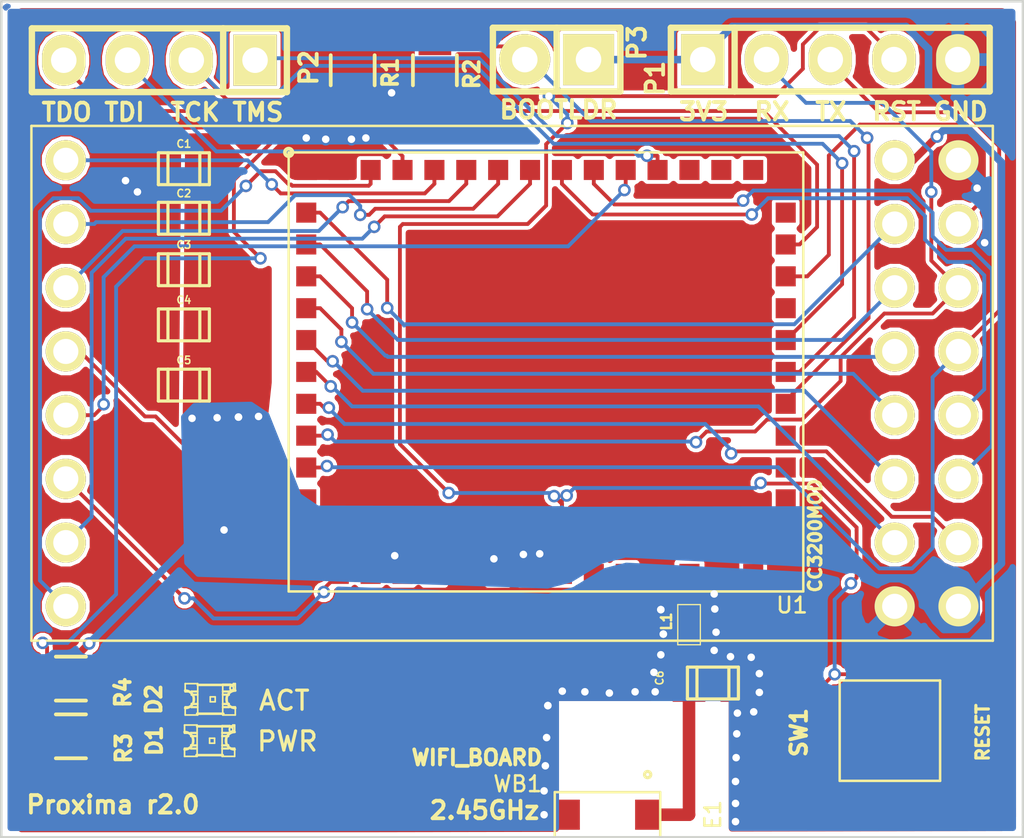
<source format=kicad_pcb>
(kicad_pcb (version 4) (host pcbnew "(2014-10-30 BZR 5240)-product")

  (general
    (links 83)
    (no_connects 0)
    (area 128.099999 89.724999 168.900001 123.350001)
    (thickness 1.6)
    (drawings 10)
    (tracks 571)
    (zones 0)
    (modules 20)
    (nets 48)
  )

  (page A4)
  (layers
    (0 F.Cu signal)
    (31 B.Cu signal)
    (32 B.Adhes user)
    (33 F.Adhes user)
    (34 B.Paste user)
    (35 F.Paste user)
    (36 B.SilkS user)
    (37 F.SilkS user)
    (38 B.Mask user)
    (39 F.Mask user)
    (40 Dwgs.User user)
    (41 Cmts.User user)
    (42 Eco1.User user)
    (43 Eco2.User user)
    (44 Edge.Cuts user)
    (45 Margin user)
    (46 B.CrtYd user)
    (47 F.CrtYd user)
    (48 B.Fab user)
    (49 F.Fab user)
  )

  (setup
    (last_trace_width 0.3)
    (user_trace_width 0.3)
    (trace_clearance 0.1524)
    (zone_clearance 0.2)
    (zone_45_only no)
    (trace_min 0.1524)
    (segment_width 0.2)
    (edge_width 0.1)
    (via_size 0.5)
    (via_drill 0.3)
    (via_min_size 0.5)
    (via_min_drill 0.3)
    (uvia_size 0.508)
    (uvia_drill 0.127)
    (uvias_allowed no)
    (uvia_min_size 0.508)
    (uvia_min_drill 0.127)
    (pcb_text_width 0.3)
    (pcb_text_size 1.5 1.5)
    (mod_edge_width 0.1)
    (mod_text_size 1 1)
    (mod_text_width 0.15)
    (pad_size 1.5 1.5)
    (pad_drill 0.6)
    (pad_to_mask_clearance 0)
    (aux_axis_origin 0 0)
    (visible_elements FFFFFE7F)
    (pcbplotparams
      (layerselection 0x00030_80000001)
      (usegerberextensions false)
      (excludeedgelayer true)
      (linewidth 0.150000)
      (plotframeref false)
      (viasonmask false)
      (mode 1)
      (useauxorigin false)
      (hpglpennumber 1)
      (hpglpenspeed 20)
      (hpglpendiameter 15)
      (hpglpenoverlay 2)
      (psnegative false)
      (psa4output false)
      (plotreference true)
      (plotvalue true)
      (plotinvisibletext false)
      (padsonsilk false)
      (subtractmaskfromsilk false)
      (outputformat 1)
      (mirror false)
      (drillshape 1)
      (scaleselection 1)
      (outputdirectory ""))
  )

  (net 0 "")
  (net 1 3V3)
  (net 2 GND)
  (net 3 "Net-(D1-Pad1)")
  (net 4 "Net-(D2-Pad1)")
  (net 5 /IMP_50OHM)
  (net 6 /GPIO2)
  (net 7 /GPIO1)
  (net 8 /nRESET)
  (net 9 /TMS)
  (net 10 /TCK)
  (net 11 /TDI)
  (net 12 /TDO)
  (net 13 /SOP2)
  (net 14 /GPIO11)
  (net 15 "Net-(U1-Pad17)")
  (net 16 /GPIO28)
  (net 17 "Net-(U1-Pad20)")
  (net 18 "Net-(U1-Pad24)")
  (net 19 "Net-(U1-Pad25)")
  (net 20 "Net-(U1-Pad26)")
  (net 21 /GPIO10)
  (net 22 /GPIO14)
  (net 23 /GPIO15)
  (net 24 /GPIO16)
  (net 25 /GPIO17)
  (net 26 /GPIO12)
  (net 27 /GPIO13)
  (net 28 /GPIO22)
  (net 29 "Net-(U1-Pad13)")
  (net 30 "Net-(U1-Pad14)")
  (net 31 "Net-(U1-Pad15)")
  (net 32 "Net-(U1-Pad29)")
  (net 33 "Net-(U1-Pad33)")
  (net 34 "Net-(U1-Pad34)")
  (net 35 "Net-(U1-Pad39)")
  (net 36 "Net-(U1-Pad41)")
  (net 37 /GPIO30)
  (net 38 /GPIO0)
  (net 39 "Net-(U1-Pad45)")
  (net 40 /GPIO3)
  (net 41 /GPIO4)
  (net 42 /GPIO5)
  (net 43 /GPIO6)
  (net 44 /GPIO7)
  (net 45 /GPIO8)
  (net 46 /GPIO9)
  (net 47 /RF_FEED)

  (net_class Default "This is the default net class."
    (clearance 0.1524)
    (trace_width 0.1524)
    (via_dia 0.5)
    (via_drill 0.3)
    (uvia_dia 0.508)
    (uvia_drill 0.127)
    (add_net /GPIO0)
    (add_net /GPIO1)
    (add_net /GPIO10)
    (add_net /GPIO11)
    (add_net /GPIO12)
    (add_net /GPIO13)
    (add_net /GPIO14)
    (add_net /GPIO15)
    (add_net /GPIO16)
    (add_net /GPIO17)
    (add_net /GPIO2)
    (add_net /GPIO22)
    (add_net /GPIO28)
    (add_net /GPIO3)
    (add_net /GPIO30)
    (add_net /GPIO4)
    (add_net /GPIO5)
    (add_net /GPIO6)
    (add_net /GPIO7)
    (add_net /GPIO8)
    (add_net /GPIO9)
    (add_net /SOP2)
    (add_net /TCK)
    (add_net /TDI)
    (add_net /TDO)
    (add_net /TMS)
    (add_net /nRESET)
    (add_net 3V3)
    (add_net "Net-(D1-Pad1)")
    (add_net "Net-(D2-Pad1)")
    (add_net "Net-(U1-Pad13)")
    (add_net "Net-(U1-Pad14)")
    (add_net "Net-(U1-Pad15)")
    (add_net "Net-(U1-Pad17)")
    (add_net "Net-(U1-Pad20)")
    (add_net "Net-(U1-Pad24)")
    (add_net "Net-(U1-Pad25)")
    (add_net "Net-(U1-Pad26)")
    (add_net "Net-(U1-Pad29)")
    (add_net "Net-(U1-Pad33)")
    (add_net "Net-(U1-Pad34)")
    (add_net "Net-(U1-Pad39)")
    (add_net "Net-(U1-Pad41)")
    (add_net "Net-(U1-Pad45)")
  )

  (net_class ANT_FEED_OUT ""
    (clearance 0)
    (trace_width 1.2)
    (via_dia 0.5)
    (via_drill 0.3)
    (uvia_dia 0.508)
    (uvia_drill 0.127)
    (add_net GND)
  )

  (net_class IMP_50OHM ""
    (clearance 0.2)
    (trace_width 0.7646)
    (via_dia 0.889)
    (via_drill 0.635)
    (uvia_dia 0.508)
    (uvia_drill 0.127)
    (add_net /IMP_50OHM)
  )

  (net_class RF_FEED ""
    (clearance 0.1524)
    (trace_width 0.5)
    (via_dia 0.5)
    (via_drill 0.3)
    (uvia_dia 0.508)
    (uvia_drill 0.127)
    (add_net /RF_FEED)
  )

  (module Capacitors_SMD:c_0805 (layer F.Cu) (tedit 54F3ABC5) (tstamp 54F3AD73)
    (at 135.425 96.45)
    (descr "SMT capacitor, 0805")
    (path /54F2D882)
    (fp_text reference C1 (at 0 -0.9906) (layer F.SilkS)
      (effects (font (size 0.29972 0.29972) (thickness 0.06096)))
    )
    (fp_text value 22uF (at 0 0.9906) (layer F.SilkS) hide
      (effects (font (size 0.29972 0.29972) (thickness 0.06096)))
    )
    (fp_line (start 0.635 -0.635) (end 0.635 0.635) (layer F.SilkS) (width 0.127))
    (fp_line (start -0.635 -0.635) (end -0.635 0.6096) (layer F.SilkS) (width 0.127))
    (fp_line (start -1.016 -0.635) (end 1.016 -0.635) (layer F.SilkS) (width 0.127))
    (fp_line (start 1.016 -0.635) (end 1.016 0.635) (layer F.SilkS) (width 0.127))
    (fp_line (start 1.016 0.635) (end -1.016 0.635) (layer F.SilkS) (width 0.127))
    (fp_line (start -1.016 0.635) (end -1.016 -0.635) (layer F.SilkS) (width 0.127))
    (pad 1 smd rect (at 0.9525 0) (size 1.30048 1.4986) (layers F.Cu F.Paste F.Mask)
      (net 1 3V3))
    (pad 2 smd rect (at -0.9525 0) (size 1.30048 1.4986) (layers F.Cu F.Paste F.Mask)
      (net 2 GND))
    (model smd/capacitors/c_0805.wrl
      (at (xyz 0 0 0))
      (scale (xyz 1 1 1))
      (rotate (xyz 0 0 0))
    )
  )

  (module Capacitors_SMD:c_0805 (layer F.Cu) (tedit 54F3ABC5) (tstamp 54F3AD7F)
    (at 135.425 98.425)
    (descr "SMT capacitor, 0805")
    (path /54F2DBAB)
    (fp_text reference C2 (at 0 -0.9906) (layer F.SilkS)
      (effects (font (size 0.29972 0.29972) (thickness 0.06096)))
    )
    (fp_text value 22uF (at 0 0.9906) (layer F.SilkS) hide
      (effects (font (size 0.29972 0.29972) (thickness 0.06096)))
    )
    (fp_line (start 0.635 -0.635) (end 0.635 0.635) (layer F.SilkS) (width 0.127))
    (fp_line (start -0.635 -0.635) (end -0.635 0.6096) (layer F.SilkS) (width 0.127))
    (fp_line (start -1.016 -0.635) (end 1.016 -0.635) (layer F.SilkS) (width 0.127))
    (fp_line (start 1.016 -0.635) (end 1.016 0.635) (layer F.SilkS) (width 0.127))
    (fp_line (start 1.016 0.635) (end -1.016 0.635) (layer F.SilkS) (width 0.127))
    (fp_line (start -1.016 0.635) (end -1.016 -0.635) (layer F.SilkS) (width 0.127))
    (pad 1 smd rect (at 0.9525 0) (size 1.30048 1.4986) (layers F.Cu F.Paste F.Mask)
      (net 1 3V3))
    (pad 2 smd rect (at -0.9525 0) (size 1.30048 1.4986) (layers F.Cu F.Paste F.Mask)
      (net 2 GND))
    (model smd/capacitors/c_0805.wrl
      (at (xyz 0 0 0))
      (scale (xyz 1 1 1))
      (rotate (xyz 0 0 0))
    )
  )

  (module Capacitors_SMD:c_0805 (layer F.Cu) (tedit 54F3ABC5) (tstamp 54F3AD8B)
    (at 135.425 100.475)
    (descr "SMT capacitor, 0805")
    (path /54F2DBCC)
    (fp_text reference C3 (at 0 -0.9906) (layer F.SilkS)
      (effects (font (size 0.29972 0.29972) (thickness 0.06096)))
    )
    (fp_text value 22uF (at 0 0.9906) (layer F.SilkS) hide
      (effects (font (size 0.29972 0.29972) (thickness 0.06096)))
    )
    (fp_line (start 0.635 -0.635) (end 0.635 0.635) (layer F.SilkS) (width 0.127))
    (fp_line (start -0.635 -0.635) (end -0.635 0.6096) (layer F.SilkS) (width 0.127))
    (fp_line (start -1.016 -0.635) (end 1.016 -0.635) (layer F.SilkS) (width 0.127))
    (fp_line (start 1.016 -0.635) (end 1.016 0.635) (layer F.SilkS) (width 0.127))
    (fp_line (start 1.016 0.635) (end -1.016 0.635) (layer F.SilkS) (width 0.127))
    (fp_line (start -1.016 0.635) (end -1.016 -0.635) (layer F.SilkS) (width 0.127))
    (pad 1 smd rect (at 0.9525 0) (size 1.30048 1.4986) (layers F.Cu F.Paste F.Mask)
      (net 1 3V3))
    (pad 2 smd rect (at -0.9525 0) (size 1.30048 1.4986) (layers F.Cu F.Paste F.Mask)
      (net 2 GND))
    (model smd/capacitors/c_0805.wrl
      (at (xyz 0 0 0))
      (scale (xyz 1 1 1))
      (rotate (xyz 0 0 0))
    )
  )

  (module Capacitors_SMD:c_0805 (layer F.Cu) (tedit 54F3ABC5) (tstamp 54F3AD97)
    (at 135.425 102.675)
    (descr "SMT capacitor, 0805")
    (path /54F2DBE5)
    (fp_text reference C4 (at 0 -0.9906) (layer F.SilkS)
      (effects (font (size 0.29972 0.29972) (thickness 0.06096)))
    )
    (fp_text value 22uF (at 0 0.9906) (layer F.SilkS) hide
      (effects (font (size 0.29972 0.29972) (thickness 0.06096)))
    )
    (fp_line (start 0.635 -0.635) (end 0.635 0.635) (layer F.SilkS) (width 0.127))
    (fp_line (start -0.635 -0.635) (end -0.635 0.6096) (layer F.SilkS) (width 0.127))
    (fp_line (start -1.016 -0.635) (end 1.016 -0.635) (layer F.SilkS) (width 0.127))
    (fp_line (start 1.016 -0.635) (end 1.016 0.635) (layer F.SilkS) (width 0.127))
    (fp_line (start 1.016 0.635) (end -1.016 0.635) (layer F.SilkS) (width 0.127))
    (fp_line (start -1.016 0.635) (end -1.016 -0.635) (layer F.SilkS) (width 0.127))
    (pad 1 smd rect (at 0.9525 0) (size 1.30048 1.4986) (layers F.Cu F.Paste F.Mask)
      (net 1 3V3))
    (pad 2 smd rect (at -0.9525 0) (size 1.30048 1.4986) (layers F.Cu F.Paste F.Mask)
      (net 2 GND))
    (model smd/capacitors/c_0805.wrl
      (at (xyz 0 0 0))
      (scale (xyz 1 1 1))
      (rotate (xyz 0 0 0))
    )
  )

  (module Capacitors_SMD:c_0805 (layer F.Cu) (tedit 54F3ABC5) (tstamp 54F3ADA3)
    (at 135.425 105.075)
    (descr "SMT capacitor, 0805")
    (path /54F2DC0C)
    (fp_text reference C5 (at 0 -0.9906) (layer F.SilkS)
      (effects (font (size 0.29972 0.29972) (thickness 0.06096)))
    )
    (fp_text value 22uF (at 0 0.9906) (layer F.SilkS) hide
      (effects (font (size 0.29972 0.29972) (thickness 0.06096)))
    )
    (fp_line (start 0.635 -0.635) (end 0.635 0.635) (layer F.SilkS) (width 0.127))
    (fp_line (start -0.635 -0.635) (end -0.635 0.6096) (layer F.SilkS) (width 0.127))
    (fp_line (start -1.016 -0.635) (end 1.016 -0.635) (layer F.SilkS) (width 0.127))
    (fp_line (start 1.016 -0.635) (end 1.016 0.635) (layer F.SilkS) (width 0.127))
    (fp_line (start 1.016 0.635) (end -1.016 0.635) (layer F.SilkS) (width 0.127))
    (fp_line (start -1.016 0.635) (end -1.016 -0.635) (layer F.SilkS) (width 0.127))
    (pad 1 smd rect (at 0.9525 0) (size 1.30048 1.4986) (layers F.Cu F.Paste F.Mask)
      (net 1 3V3))
    (pad 2 smd rect (at -0.9525 0) (size 1.30048 1.4986) (layers F.Cu F.Paste F.Mask)
      (net 2 GND))
    (model smd/capacitors/c_0805.wrl
      (at (xyz 0 0 0))
      (scale (xyz 1 1 1))
      (rotate (xyz 0 0 0))
    )
  )

  (module LEDs:LED-0805 (layer F.Cu) (tedit 54F3C44A) (tstamp 54F3ADEA)
    (at 136.45 119.25)
    (descr "LED 0805 smd package")
    (tags "LED 0805 SMD")
    (path /54F4BAEA)
    (attr smd)
    (fp_text reference D1 (at -2.2 0 90) (layer F.SilkS)
      (effects (font (size 0.6 0.6) (thickness 0.15)))
    )
    (fp_text value PWR (at 3.1 0.025) (layer F.SilkS)
      (effects (font (size 0.762 0.762) (thickness 0.127)))
    )
    (fp_line (start 0.49784 0.29972) (end 0.49784 0.62484) (layer F.SilkS) (width 0.06604))
    (fp_line (start 0.49784 0.62484) (end 0.99822 0.62484) (layer F.SilkS) (width 0.06604))
    (fp_line (start 0.99822 0.29972) (end 0.99822 0.62484) (layer F.SilkS) (width 0.06604))
    (fp_line (start 0.49784 0.29972) (end 0.99822 0.29972) (layer F.SilkS) (width 0.06604))
    (fp_line (start 0.49784 -0.32258) (end 0.49784 -0.17272) (layer F.SilkS) (width 0.06604))
    (fp_line (start 0.49784 -0.17272) (end 0.7493 -0.17272) (layer F.SilkS) (width 0.06604))
    (fp_line (start 0.7493 -0.32258) (end 0.7493 -0.17272) (layer F.SilkS) (width 0.06604))
    (fp_line (start 0.49784 -0.32258) (end 0.7493 -0.32258) (layer F.SilkS) (width 0.06604))
    (fp_line (start 0.49784 0.17272) (end 0.49784 0.32258) (layer F.SilkS) (width 0.06604))
    (fp_line (start 0.49784 0.32258) (end 0.7493 0.32258) (layer F.SilkS) (width 0.06604))
    (fp_line (start 0.7493 0.17272) (end 0.7493 0.32258) (layer F.SilkS) (width 0.06604))
    (fp_line (start 0.49784 0.17272) (end 0.7493 0.17272) (layer F.SilkS) (width 0.06604))
    (fp_line (start 0.49784 -0.19812) (end 0.49784 0.19812) (layer F.SilkS) (width 0.06604))
    (fp_line (start 0.49784 0.19812) (end 0.6731 0.19812) (layer F.SilkS) (width 0.06604))
    (fp_line (start 0.6731 -0.19812) (end 0.6731 0.19812) (layer F.SilkS) (width 0.06604))
    (fp_line (start 0.49784 -0.19812) (end 0.6731 -0.19812) (layer F.SilkS) (width 0.06604))
    (fp_line (start -0.99822 0.29972) (end -0.99822 0.62484) (layer F.SilkS) (width 0.06604))
    (fp_line (start -0.99822 0.62484) (end -0.49784 0.62484) (layer F.SilkS) (width 0.06604))
    (fp_line (start -0.49784 0.29972) (end -0.49784 0.62484) (layer F.SilkS) (width 0.06604))
    (fp_line (start -0.99822 0.29972) (end -0.49784 0.29972) (layer F.SilkS) (width 0.06604))
    (fp_line (start -0.99822 -0.62484) (end -0.99822 -0.29972) (layer F.SilkS) (width 0.06604))
    (fp_line (start -0.99822 -0.29972) (end -0.49784 -0.29972) (layer F.SilkS) (width 0.06604))
    (fp_line (start -0.49784 -0.62484) (end -0.49784 -0.29972) (layer F.SilkS) (width 0.06604))
    (fp_line (start -0.99822 -0.62484) (end -0.49784 -0.62484) (layer F.SilkS) (width 0.06604))
    (fp_line (start -0.7493 0.17272) (end -0.7493 0.32258) (layer F.SilkS) (width 0.06604))
    (fp_line (start -0.7493 0.32258) (end -0.49784 0.32258) (layer F.SilkS) (width 0.06604))
    (fp_line (start -0.49784 0.17272) (end -0.49784 0.32258) (layer F.SilkS) (width 0.06604))
    (fp_line (start -0.7493 0.17272) (end -0.49784 0.17272) (layer F.SilkS) (width 0.06604))
    (fp_line (start -0.7493 -0.32258) (end -0.7493 -0.17272) (layer F.SilkS) (width 0.06604))
    (fp_line (start -0.7493 -0.17272) (end -0.49784 -0.17272) (layer F.SilkS) (width 0.06604))
    (fp_line (start -0.49784 -0.32258) (end -0.49784 -0.17272) (layer F.SilkS) (width 0.06604))
    (fp_line (start -0.7493 -0.32258) (end -0.49784 -0.32258) (layer F.SilkS) (width 0.06604))
    (fp_line (start -0.6731 -0.19812) (end -0.6731 0.19812) (layer F.SilkS) (width 0.06604))
    (fp_line (start -0.6731 0.19812) (end -0.49784 0.19812) (layer F.SilkS) (width 0.06604))
    (fp_line (start -0.49784 -0.19812) (end -0.49784 0.19812) (layer F.SilkS) (width 0.06604))
    (fp_line (start -0.6731 -0.19812) (end -0.49784 -0.19812) (layer F.SilkS) (width 0.06604))
    (fp_line (start 0 -0.09906) (end 0 0.09906) (layer F.SilkS) (width 0.06604))
    (fp_line (start 0 0.09906) (end 0.19812 0.09906) (layer F.SilkS) (width 0.06604))
    (fp_line (start 0.19812 -0.09906) (end 0.19812 0.09906) (layer F.SilkS) (width 0.06604))
    (fp_line (start 0 -0.09906) (end 0.19812 -0.09906) (layer F.SilkS) (width 0.06604))
    (fp_line (start 0.49784 -0.59944) (end 0.49784 -0.29972) (layer F.SilkS) (width 0.06604))
    (fp_line (start 0.49784 -0.29972) (end 0.79756 -0.29972) (layer F.SilkS) (width 0.06604))
    (fp_line (start 0.79756 -0.59944) (end 0.79756 -0.29972) (layer F.SilkS) (width 0.06604))
    (fp_line (start 0.49784 -0.59944) (end 0.79756 -0.59944) (layer F.SilkS) (width 0.06604))
    (fp_line (start 0.92456 -0.62484) (end 0.92456 -0.39878) (layer F.SilkS) (width 0.06604))
    (fp_line (start 0.92456 -0.39878) (end 0.99822 -0.39878) (layer F.SilkS) (width 0.06604))
    (fp_line (start 0.99822 -0.62484) (end 0.99822 -0.39878) (layer F.SilkS) (width 0.06604))
    (fp_line (start 0.92456 -0.62484) (end 0.99822 -0.62484) (layer F.SilkS) (width 0.06604))
    (fp_line (start 0.52324 0.57404) (end -0.52324 0.57404) (layer F.SilkS) (width 0.1016))
    (fp_line (start -0.49784 -0.57404) (end 0.92456 -0.57404) (layer F.SilkS) (width 0.1016))
    (fp_circle (center 0.84836 -0.44958) (end 0.89916 -0.50038) (layer F.SilkS) (width 0.0508))
    (fp_arc (start 0.99822 0) (end 0.99822 0.34798) (angle 180) (layer F.SilkS) (width 0.1016))
    (fp_arc (start -0.99822 0) (end -0.99822 -0.34798) (angle 180) (layer F.SilkS) (width 0.1016))
    (pad 1 smd rect (at -1.04902 0) (size 1.19888 1.19888) (layers F.Cu F.Paste F.Mask)
      (net 3 "Net-(D1-Pad1)"))
    (pad 2 smd rect (at 1.04902 0) (size 1.19888 1.19888) (layers F.Cu F.Paste F.Mask)
      (net 2 GND))
  )

  (module LEDs:LED-0805 (layer F.Cu) (tedit 54F3C432) (tstamp 54F3BF73)
    (at 136.475 117.6)
    (descr "LED 0805 smd package")
    (tags "LED 0805 SMD")
    (path /54F4BE54)
    (attr smd)
    (fp_text reference D2 (at -2.25 0 90) (layer F.SilkS)
      (effects (font (size 0.6 0.6) (thickness 0.15)))
    )
    (fp_text value ACT (at 2.95 0.05) (layer F.SilkS)
      (effects (font (size 0.762 0.762) (thickness 0.127)))
    )
    (fp_line (start 0.49784 0.29972) (end 0.49784 0.62484) (layer F.SilkS) (width 0.06604))
    (fp_line (start 0.49784 0.62484) (end 0.99822 0.62484) (layer F.SilkS) (width 0.06604))
    (fp_line (start 0.99822 0.29972) (end 0.99822 0.62484) (layer F.SilkS) (width 0.06604))
    (fp_line (start 0.49784 0.29972) (end 0.99822 0.29972) (layer F.SilkS) (width 0.06604))
    (fp_line (start 0.49784 -0.32258) (end 0.49784 -0.17272) (layer F.SilkS) (width 0.06604))
    (fp_line (start 0.49784 -0.17272) (end 0.7493 -0.17272) (layer F.SilkS) (width 0.06604))
    (fp_line (start 0.7493 -0.32258) (end 0.7493 -0.17272) (layer F.SilkS) (width 0.06604))
    (fp_line (start 0.49784 -0.32258) (end 0.7493 -0.32258) (layer F.SilkS) (width 0.06604))
    (fp_line (start 0.49784 0.17272) (end 0.49784 0.32258) (layer F.SilkS) (width 0.06604))
    (fp_line (start 0.49784 0.32258) (end 0.7493 0.32258) (layer F.SilkS) (width 0.06604))
    (fp_line (start 0.7493 0.17272) (end 0.7493 0.32258) (layer F.SilkS) (width 0.06604))
    (fp_line (start 0.49784 0.17272) (end 0.7493 0.17272) (layer F.SilkS) (width 0.06604))
    (fp_line (start 0.49784 -0.19812) (end 0.49784 0.19812) (layer F.SilkS) (width 0.06604))
    (fp_line (start 0.49784 0.19812) (end 0.6731 0.19812) (layer F.SilkS) (width 0.06604))
    (fp_line (start 0.6731 -0.19812) (end 0.6731 0.19812) (layer F.SilkS) (width 0.06604))
    (fp_line (start 0.49784 -0.19812) (end 0.6731 -0.19812) (layer F.SilkS) (width 0.06604))
    (fp_line (start -0.99822 0.29972) (end -0.99822 0.62484) (layer F.SilkS) (width 0.06604))
    (fp_line (start -0.99822 0.62484) (end -0.49784 0.62484) (layer F.SilkS) (width 0.06604))
    (fp_line (start -0.49784 0.29972) (end -0.49784 0.62484) (layer F.SilkS) (width 0.06604))
    (fp_line (start -0.99822 0.29972) (end -0.49784 0.29972) (layer F.SilkS) (width 0.06604))
    (fp_line (start -0.99822 -0.62484) (end -0.99822 -0.29972) (layer F.SilkS) (width 0.06604))
    (fp_line (start -0.99822 -0.29972) (end -0.49784 -0.29972) (layer F.SilkS) (width 0.06604))
    (fp_line (start -0.49784 -0.62484) (end -0.49784 -0.29972) (layer F.SilkS) (width 0.06604))
    (fp_line (start -0.99822 -0.62484) (end -0.49784 -0.62484) (layer F.SilkS) (width 0.06604))
    (fp_line (start -0.7493 0.17272) (end -0.7493 0.32258) (layer F.SilkS) (width 0.06604))
    (fp_line (start -0.7493 0.32258) (end -0.49784 0.32258) (layer F.SilkS) (width 0.06604))
    (fp_line (start -0.49784 0.17272) (end -0.49784 0.32258) (layer F.SilkS) (width 0.06604))
    (fp_line (start -0.7493 0.17272) (end -0.49784 0.17272) (layer F.SilkS) (width 0.06604))
    (fp_line (start -0.7493 -0.32258) (end -0.7493 -0.17272) (layer F.SilkS) (width 0.06604))
    (fp_line (start -0.7493 -0.17272) (end -0.49784 -0.17272) (layer F.SilkS) (width 0.06604))
    (fp_line (start -0.49784 -0.32258) (end -0.49784 -0.17272) (layer F.SilkS) (width 0.06604))
    (fp_line (start -0.7493 -0.32258) (end -0.49784 -0.32258) (layer F.SilkS) (width 0.06604))
    (fp_line (start -0.6731 -0.19812) (end -0.6731 0.19812) (layer F.SilkS) (width 0.06604))
    (fp_line (start -0.6731 0.19812) (end -0.49784 0.19812) (layer F.SilkS) (width 0.06604))
    (fp_line (start -0.49784 -0.19812) (end -0.49784 0.19812) (layer F.SilkS) (width 0.06604))
    (fp_line (start -0.6731 -0.19812) (end -0.49784 -0.19812) (layer F.SilkS) (width 0.06604))
    (fp_line (start 0 -0.09906) (end 0 0.09906) (layer F.SilkS) (width 0.06604))
    (fp_line (start 0 0.09906) (end 0.19812 0.09906) (layer F.SilkS) (width 0.06604))
    (fp_line (start 0.19812 -0.09906) (end 0.19812 0.09906) (layer F.SilkS) (width 0.06604))
    (fp_line (start 0 -0.09906) (end 0.19812 -0.09906) (layer F.SilkS) (width 0.06604))
    (fp_line (start 0.49784 -0.59944) (end 0.49784 -0.29972) (layer F.SilkS) (width 0.06604))
    (fp_line (start 0.49784 -0.29972) (end 0.79756 -0.29972) (layer F.SilkS) (width 0.06604))
    (fp_line (start 0.79756 -0.59944) (end 0.79756 -0.29972) (layer F.SilkS) (width 0.06604))
    (fp_line (start 0.49784 -0.59944) (end 0.79756 -0.59944) (layer F.SilkS) (width 0.06604))
    (fp_line (start 0.92456 -0.62484) (end 0.92456 -0.39878) (layer F.SilkS) (width 0.06604))
    (fp_line (start 0.92456 -0.39878) (end 0.99822 -0.39878) (layer F.SilkS) (width 0.06604))
    (fp_line (start 0.99822 -0.62484) (end 0.99822 -0.39878) (layer F.SilkS) (width 0.06604))
    (fp_line (start 0.92456 -0.62484) (end 0.99822 -0.62484) (layer F.SilkS) (width 0.06604))
    (fp_line (start 0.52324 0.57404) (end -0.52324 0.57404) (layer F.SilkS) (width 0.1016))
    (fp_line (start -0.49784 -0.57404) (end 0.92456 -0.57404) (layer F.SilkS) (width 0.1016))
    (fp_circle (center 0.84836 -0.44958) (end 0.89916 -0.50038) (layer F.SilkS) (width 0.0508))
    (fp_arc (start 0.99822 0) (end 0.99822 0.34798) (angle 180) (layer F.SilkS) (width 0.1016))
    (fp_arc (start -0.99822 0) (end -0.99822 -0.34798) (angle 180) (layer F.SilkS) (width 0.1016))
    (pad 1 smd rect (at -1.04902 0) (size 1.19888 1.19888) (layers F.Cu F.Paste F.Mask)
      (net 4 "Net-(D2-Pad1)"))
    (pad 2 smd rect (at 1.04902 0) (size 1.19888 1.19888) (layers F.Cu F.Paste F.Mask)
      (net 2 GND))
  )

  (module Pin_Headers:Pin_Header_Straight_1x05 (layer F.Cu) (tedit 54F3CEAE) (tstamp 54F3AE53)
    (at 161.175 92.1)
    (descr "1 pin")
    (tags "CONN DEV")
    (path /54F338FE)
    (fp_text reference P1 (at -6.975 0.75 90) (layer F.SilkS)
      (effects (font (size 0.7 0.7) (thickness 0.1524)))
    )
    (fp_text value PROG (at 0 0) (layer F.SilkS) hide
      (effects (font (size 1.27 1.27) (thickness 0.2032)))
    )
    (fp_line (start -3.81 -1.27) (end 6.35 -1.27) (layer F.SilkS) (width 0.254))
    (fp_line (start 6.35 -1.27) (end 6.35 1.27) (layer F.SilkS) (width 0.254))
    (fp_line (start 6.35 1.27) (end -3.81 1.27) (layer F.SilkS) (width 0.254))
    (fp_line (start -6.35 -1.27) (end -3.81 -1.27) (layer F.SilkS) (width 0.254))
    (fp_line (start -3.81 -1.27) (end -3.81 1.27) (layer F.SilkS) (width 0.254))
    (fp_line (start -6.35 -1.27) (end -6.35 1.27) (layer F.SilkS) (width 0.254))
    (fp_line (start -6.35 1.27) (end -3.81 1.27) (layer F.SilkS) (width 0.254))
    (pad 1 thru_hole rect (at -5.08 0) (size 1.7272 2.032) (drill 1.016) (layers *.Cu *.Mask F.SilkS)
      (net 1 3V3))
    (pad 2 thru_hole oval (at -2.54 0) (size 1.7272 2.032) (drill 1.016) (layers *.Cu *.Mask F.SilkS)
      (net 6 /GPIO2))
    (pad 3 thru_hole oval (at 0 0) (size 1.7272 2.032) (drill 1.016) (layers *.Cu *.Mask F.SilkS)
      (net 7 /GPIO1))
    (pad 4 thru_hole oval (at 2.54 0) (size 1.7272 2.032) (drill 1.016) (layers *.Cu *.Mask F.SilkS)
      (net 8 /nRESET))
    (pad 5 thru_hole oval (at 5.08 0) (size 1.7272 2.032) (drill 1.016) (layers *.Cu *.Mask F.SilkS)
      (net 2 GND))
    (model Pin_Headers/Pin_Header_Straight_1x05.wrl
      (at (xyz 0 0 0))
      (scale (xyz 1 1 1))
      (rotate (xyz 0 0 0))
    )
  )

  (module Pin_Headers:Pin_Header_Straight_1x04 (layer F.Cu) (tedit 54F3CAE2) (tstamp 54F3AE62)
    (at 134.45 92.125 180)
    (descr "1 pin")
    (tags "CONN DEV")
    (path /54F364BE)
    (fp_text reference P2 (at -5.95 -0.3 270) (layer F.SilkS)
      (effects (font (size 0.7 0.7) (thickness 0.1524)))
    )
    (fp_text value JTAG (at 0 0 180) (layer F.SilkS) hide
      (effects (font (size 1.27 1.27) (thickness 0.2032)))
    )
    (fp_line (start -2.54 1.27) (end 5.08 1.27) (layer F.SilkS) (width 0.254))
    (fp_line (start -2.54 -1.27) (end 5.08 -1.27) (layer F.SilkS) (width 0.254))
    (fp_line (start -5.08 -1.27) (end -2.54 -1.27) (layer F.SilkS) (width 0.254))
    (fp_line (start 5.08 1.27) (end 5.08 -1.27) (layer F.SilkS) (width 0.254))
    (fp_line (start -2.54 -1.27) (end -2.54 1.27) (layer F.SilkS) (width 0.254))
    (fp_line (start -5.08 -1.27) (end -5.08 1.27) (layer F.SilkS) (width 0.254))
    (fp_line (start -5.08 1.27) (end -2.54 1.27) (layer F.SilkS) (width 0.254))
    (pad 1 thru_hole rect (at -3.81 0 180) (size 1.7272 2.032) (drill 1.016) (layers *.Cu *.Mask F.SilkS)
      (net 9 /TMS))
    (pad 2 thru_hole oval (at -1.27 0 180) (size 1.7272 2.032) (drill 1.016) (layers *.Cu *.Mask F.SilkS)
      (net 10 /TCK))
    (pad 3 thru_hole oval (at 1.27 0 180) (size 1.7272 2.032) (drill 1.016) (layers *.Cu *.Mask F.SilkS)
      (net 11 /TDI))
    (pad 4 thru_hole oval (at 3.81 0 180) (size 1.7272 2.032) (drill 1.016) (layers *.Cu *.Mask F.SilkS)
      (net 12 /TDO))
    (model Pin_Headers/Pin_Header_Straight_1x04.wrl
      (at (xyz 0 0 0))
      (scale (xyz 1 1 1))
      (rotate (xyz 0 0 0))
    )
  )

  (module Pin_Headers:Pin_Header_Straight_1x02 (layer F.Cu) (tedit 54F3C8DE) (tstamp 54F3CEEA)
    (at 150.275 92.1 180)
    (descr "1 pin")
    (tags "CONN DEV")
    (path /54F3664E)
    (fp_text reference P3 (at -3.2 0.675 270) (layer F.SilkS)
      (effects (font (size 0.7 0.7) (thickness 0.1524)))
    )
    (fp_text value BOOTLDR (at 0 0 180) (layer F.SilkS) hide
      (effects (font (size 1.27 1.27) (thickness 0.2032)))
    )
    (fp_line (start 0 -1.27) (end 0 1.27) (layer F.SilkS) (width 0.254))
    (fp_line (start -2.54 -1.27) (end -2.54 1.27) (layer F.SilkS) (width 0.254))
    (fp_line (start -2.54 1.27) (end 0 1.27) (layer F.SilkS) (width 0.254))
    (fp_line (start 0 1.27) (end 2.54 1.27) (layer F.SilkS) (width 0.254))
    (fp_line (start 2.54 1.27) (end 2.54 -1.27) (layer F.SilkS) (width 0.254))
    (fp_line (start 2.54 -1.27) (end -2.54 -1.27) (layer F.SilkS) (width 0.254))
    (pad 1 thru_hole rect (at -1.27 0 180) (size 2.032 2.032) (drill 1.016) (layers *.Cu *.Mask F.SilkS)
      (net 1 3V3))
    (pad 2 thru_hole oval (at 1.27 0 180) (size 2.032 2.032) (drill 1.016) (layers *.Cu *.Mask F.SilkS)
      (net 13 /SOP2))
    (model Pin_Headers/Pin_Header_Straight_1x02.wrl
      (at (xyz 0 0 0))
      (scale (xyz 1 1 1))
      (rotate (xyz 0 0 0))
    )
  )

  (module fp-cc3200:PTS645 (layer F.Cu) (tedit 54F4185D) (tstamp 54F3AEAE)
    (at 163.55 118.85 270)
    (descr "Pushbutton Switch")
    (path /54F348BD)
    (fp_text reference SW1 (at 0.075 3.625 450) (layer F.SilkS)
      (effects (font (size 0.625 0.625) (thickness 0.1524)))
    )
    (fp_text value RESET (at 0.075 -3.7 270) (layer F.SilkS)
      (effects (font (size 0.5 0.5) (thickness 0.125)))
    )
    (fp_line (start -3 3) (end 3 3) (layer Dwgs.User) (width 0.1))
    (fp_line (start 3 3) (end 3 -3) (layer Dwgs.User) (width 0.1))
    (fp_line (start 3 -3) (end -3 -3) (layer Dwgs.User) (width 0.1))
    (fp_line (start -3 -3) (end -3 3) (layer Dwgs.User) (width 0.1))
    (fp_line (start -2 2) (end 2 2) (layer F.SilkS) (width 0.1))
    (fp_line (start 2 2) (end 2 -2) (layer F.SilkS) (width 0.1))
    (fp_line (start 2 -2) (end -2 -2) (layer F.SilkS) (width 0.1))
    (fp_line (start -2 -2) (end -2 2) (layer F.SilkS) (width 0.1))
    (pad 1 smd rect (at 1.925 -3.5875 270) (size 1.3 1.55) (layers F.Cu F.Paste F.Mask)
      (net 2 GND))
    (pad 1 smd rect (at 1.925 3.5875 270) (size 1.3 1.55) (layers F.Cu F.Paste F.Mask)
      (net 2 GND))
    (pad 2 smd rect (at -1.925 3.5875 90) (size 1.3 1.55) (layers F.Cu F.Paste F.Mask)
      (net 8 /nRESET))
    (pad 2 smd rect (at -1.925 -3.5875 90) (size 1.3 1.55) (layers F.Cu F.Paste F.Mask)
      (net 8 /nRESET))
  )

  (module fp-cc3200:CC3200MOD (layer F.Cu) (tedit 54F3C31E) (tstamp 54F3AEFA)
    (at 149.85 104.55 180)
    (descr "Footprint for CC3200R1M2 MOB")
    (path /54F2D4FD)
    (fp_text reference U1 (at -9.8 -9.3 180) (layer F.SilkS)
      (effects (font (size 0.625 0.625) (thickness 0.1)))
    )
    (fp_text value CC3200MOD (at -10.725 -6.525 270) (layer F.SilkS)
      (effects (font (size 0.5 0.5) (thickness 0.125)))
    )
    (fp_line (start -10.25 8.75) (end 10.25 8.75) (layer Dwgs.User) (width 0.1))
    (fp_line (start 10.25 8.75) (end 10.25 -8.75) (layer Dwgs.User) (width 0.1))
    (fp_line (start 10.25 -8.75) (end -10.25 -8.75) (layer Dwgs.User) (width 0.1))
    (fp_line (start -10.25 -8.75) (end -10.25 8.75) (layer Dwgs.User) (width 0.1))
    (fp_line (start -10.25 8.75) (end 10.25 8.75) (layer F.SilkS) (width 0.1))
    (fp_line (start 10.25 8.75) (end 10.25 -8.75) (layer F.SilkS) (width 0.1))
    (fp_line (start 10.25 -8.75) (end -10.25 -8.75) (layer F.SilkS) (width 0.1))
    (fp_line (start -10.25 -8.75) (end -10.25 8.75) (layer F.SilkS) (width 0.1))
    (fp_circle (center 10.25 8.75) (end 10.356066 8.856066) (layer F.SilkS) (width 0.15))
    (pad 17 smd rect (at -9.55 6.35 180) (size 0.8 0.8) (layers F.Cu F.Paste F.Mask)
      (net 15 "Net-(U1-Pad17)"))
    (pad 18 smd rect (at -9.55 5.08 180) (size 0.8 0.8) (layers F.Cu F.Paste F.Mask)
      (net 12 /TDO))
    (pad 19 smd rect (at -9.55 3.81 180) (size 0.8 0.8) (layers F.Cu F.Paste F.Mask)
      (net 16 /GPIO28))
    (pad 20 smd rect (at -9.55 2.54 180) (size 0.8 0.8) (layers F.Cu F.Paste F.Mask)
      (net 17 "Net-(U1-Pad20)"))
    (pad 21 smd rect (at -9.55 1.27 180) (size 0.8 0.8) (layers F.Cu F.Paste F.Mask)
      (net 10 /TCK))
    (pad 22 smd rect (at -9.55 0 180) (size 0.8 0.8) (layers F.Cu F.Paste F.Mask)
      (net 9 /TMS))
    (pad 23 smd rect (at -9.55 -1.27 180) (size 0.8 0.8) (layers F.Cu F.Paste F.Mask)
      (net 13 /SOP2))
    (pad 24 smd rect (at -9.55 -2.54 180) (size 0.8 0.8) (layers F.Cu F.Paste F.Mask)
      (net 18 "Net-(U1-Pad24)"))
    (pad 25 smd rect (at -9.55 -3.81 180) (size 0.8 0.8) (layers F.Cu F.Paste F.Mask)
      (net 19 "Net-(U1-Pad25)"))
    (pad 26 smd rect (at -9.55 -5.08 180) (size 0.8 0.8) (layers F.Cu F.Paste F.Mask)
      (net 20 "Net-(U1-Pad26)"))
    (pad 27 smd rect (at -9.55 -6.35 180) (size 0.8 0.8) (layers F.Cu F.Paste F.Mask)
      (net 2 GND))
    (pad 1 smd rect (at 9.525 8.05 270) (size 0.8 0.8) (layers F.Cu F.Paste F.Mask)
      (net 2 GND))
    (pad 2 smd rect (at 8.255 8.05 270) (size 0.8 0.8) (layers F.Cu F.Paste F.Mask)
      (net 2 GND))
    (pad 3 smd rect (at 6.985 8.05 270) (size 0.8 0.8) (layers F.Cu F.Paste F.Mask)
      (net 21 /GPIO10))
    (pad 4 smd rect (at 5.715 8.05 270) (size 0.8 0.8) (layers F.Cu F.Paste F.Mask)
      (net 14 /GPIO11))
    (pad 5 smd rect (at 4.445 8.05 270) (size 0.8 0.8) (layers F.Cu F.Paste F.Mask)
      (net 22 /GPIO14))
    (pad 6 smd rect (at 3.175 8.05 270) (size 0.8 0.8) (layers F.Cu F.Paste F.Mask)
      (net 23 /GPIO15))
    (pad 7 smd rect (at 1.905 8.05 270) (size 0.8 0.8) (layers F.Cu F.Paste F.Mask)
      (net 24 /GPIO16))
    (pad 8 smd rect (at 0.635 8.05 270) (size 0.8 0.8) (layers F.Cu F.Paste F.Mask)
      (net 25 /GPIO17))
    (pad 9 smd rect (at -0.635 8.05 270) (size 0.8 0.8) (layers F.Cu F.Paste F.Mask)
      (net 26 /GPIO12))
    (pad 10 smd rect (at -1.905 8.05 270) (size 0.8 0.8) (layers F.Cu F.Paste F.Mask)
      (net 27 /GPIO13))
    (pad 11 smd rect (at -3.175 8.05 270) (size 0.8 0.8) (layers F.Cu F.Paste F.Mask)
      (net 28 /GPIO22))
    (pad 12 smd rect (at -4.445 8.05 270) (size 0.8 0.8) (layers F.Cu F.Paste F.Mask)
      (net 11 /TDI))
    (pad 13 smd rect (at -5.715 8.05 270) (size 0.8 0.8) (layers F.Cu F.Paste F.Mask)
      (net 29 "Net-(U1-Pad13)"))
    (pad 14 smd rect (at -6.985 8.05 270) (size 0.8 0.8) (layers F.Cu F.Paste F.Mask)
      (net 30 "Net-(U1-Pad14)"))
    (pad 15 smd rect (at -8.255 8.05 270) (size 0.8 0.8) (layers F.Cu F.Paste F.Mask)
      (net 31 "Net-(U1-Pad15)"))
    (pad 16 smd rect (at -9.525 8.05 270) (size 0.8 0.8) (layers F.Cu F.Paste F.Mask)
      (net 2 GND))
    (pad 28 smd rect (at -9.525 -8.05 90) (size 0.8 0.8) (layers F.Cu F.Paste F.Mask)
      (net 2 GND))
    (pad 29 smd rect (at -8.255 -8.05 90) (size 0.8 0.8) (layers F.Cu F.Paste F.Mask)
      (net 32 "Net-(U1-Pad29)"))
    (pad 30 smd rect (at -6.985 -8.05 90) (size 0.8 0.8) (layers F.Cu F.Paste F.Mask)
      (net 2 GND))
    (pad 31 smd rect (at -5.715 -8.05 90) (size 0.8 0.8) (layers F.Cu F.Paste F.Mask)
      (net 5 /IMP_50OHM))
    (pad 32 smd rect (at -4.445 -8.05 90) (size 0.8 0.8) (layers F.Cu F.Paste F.Mask)
      (net 2 GND))
    (pad 33 smd rect (at -3.175 -8.05 90) (size 0.8 0.8) (layers F.Cu F.Paste F.Mask)
      (net 33 "Net-(U1-Pad33)"))
    (pad 34 smd rect (at -1.905 -8.05 90) (size 0.8 0.8) (layers F.Cu F.Paste F.Mask)
      (net 34 "Net-(U1-Pad34)"))
    (pad 35 smd rect (at -0.635 -8.05 90) (size 0.8 0.8) (layers F.Cu F.Paste F.Mask)
      (net 8 /nRESET))
    (pad 36 smd rect (at 0.635 -8.05 90) (size 0.8 0.8) (layers F.Cu F.Paste F.Mask)
      (net 1 3V3))
    (pad 37 smd rect (at 1.905 -8.05 90) (size 0.8 0.8) (layers F.Cu F.Paste F.Mask)
      (net 1 3V3))
    (pad 38 smd rect (at 3.175 -8.05 90) (size 0.8 0.8) (layers F.Cu F.Paste F.Mask)
      (net 2 GND))
    (pad 39 smd rect (at 4.445 -8.05 90) (size 0.8 0.8) (layers F.Cu F.Paste F.Mask)
      (net 35 "Net-(U1-Pad39)"))
    (pad 40 smd rect (at 5.715 -8.05 90) (size 0.8 0.8) (layers F.Cu F.Paste F.Mask)
      (net 1 3V3))
    (pad 41 smd rect (at 6.985 -8.05 90) (size 0.8 0.8) (layers F.Cu F.Paste F.Mask)
      (net 36 "Net-(U1-Pad41)"))
    (pad 42 smd rect (at 8.255 -8.05 90) (size 0.8 0.8) (layers F.Cu F.Paste F.Mask)
      (net 37 /GPIO30))
    (pad 43 smd rect (at 9.525 -8.05 90) (size 0.8 0.8) (layers F.Cu F.Paste F.Mask)
      (net 2 GND))
    (pad 44 smd rect (at 9.55 -6.35 180) (size 0.8 0.8) (layers F.Cu F.Paste F.Mask)
      (net 38 /GPIO0))
    (pad 45 smd rect (at 9.55 -5.08 180) (size 0.8 0.8) (layers F.Cu F.Paste F.Mask)
      (net 39 "Net-(U1-Pad45)"))
    (pad 46 smd rect (at 9.55 -3.81 180) (size 0.8 0.8) (layers F.Cu F.Paste F.Mask)
      (net 7 /GPIO1))
    (pad 47 smd rect (at 9.55 -2.54 180) (size 0.8 0.8) (layers F.Cu F.Paste F.Mask)
      (net 6 /GPIO2))
    (pad 48 smd rect (at 9.55 -1.27 180) (size 0.8 0.8) (layers F.Cu F.Paste F.Mask)
      (net 40 /GPIO3))
    (pad 49 smd rect (at 9.55 0 180) (size 0.8 0.8) (layers F.Cu F.Paste F.Mask)
      (net 41 /GPIO4))
    (pad 50 smd rect (at 9.55 1.27 180) (size 0.8 0.8) (layers F.Cu F.Paste F.Mask)
      (net 42 /GPIO5))
    (pad 51 smd rect (at 9.55 2.54 180) (size 0.8 0.8) (layers F.Cu F.Paste F.Mask)
      (net 43 /GPIO6))
    (pad 52 smd rect (at 9.55 3.81 180) (size 0.8 0.8) (layers F.Cu F.Paste F.Mask)
      (net 44 /GPIO7))
    (pad 53 smd rect (at 9.55 5.08 180) (size 0.8 0.8) (layers F.Cu F.Paste F.Mask)
      (net 45 /GPIO8))
    (pad 54 smd rect (at 9.55 6.35 180) (size 0.8 0.8) (layers F.Cu F.Paste F.Mask)
      (net 46 /GPIO9))
    (pad 55 smd rect (at 4.5 4.5) (size 2 2) (layers F.Cu F.Paste F.Mask)
      (net 2 GND))
    (pad 56 smd rect (at 1.5 4.5) (size 2 2) (layers F.Cu F.Paste F.Mask)
      (net 2 GND))
    (pad 57 smd rect (at -1.5 4.5) (size 2 2) (layers F.Cu F.Paste F.Mask)
      (net 2 GND))
    (pad 58 smd rect (at 4.5 1.5) (size 2 2) (layers F.Cu F.Paste F.Mask)
      (net 2 GND))
    (pad 59 smd rect (at 1.5 1.5) (size 2 2) (layers F.Cu F.Paste F.Mask)
      (net 2 GND))
    (pad 60 smd rect (at -1.5 1.5) (size 2 2) (layers F.Cu F.Paste F.Mask)
      (net 2 GND))
    (pad 61 smd rect (at 4.5 -1.5) (size 2 2) (layers F.Cu F.Paste F.Mask)
      (net 2 GND))
    (pad 62 smd rect (at 1.5 -1.5) (size 2 2) (layers F.Cu F.Paste F.Mask)
      (net 2 GND))
    (pad 63 smd rect (at -1.5 -1.5) (size 2 2) (layers F.Cu F.Paste F.Mask)
      (net 2 GND))
  )

  (module fp-cc3200:DaughterBoard (layer F.Cu) (tedit 54F41B00) (tstamp 54F414C4)
    (at 148.5011 105.0036)
    (descr "Board to Board interface for Daughterboard")
    (path /54F3D6BB)
    (fp_text reference WB1 (at 0.2239 15.9714) (layer F.SilkS)
      (effects (font (size 0.625 0.625) (thickness 0.1)))
    )
    (fp_text value WIFI_BOARD (at -1.4011 14.9214) (layer F.SilkS)
      (effects (font (size 0.6 0.6) (thickness 0.15)))
    )
    (fp_line (start -19.05 10.16) (end 19.05 10.16) (layer Dwgs.User) (width 0.1))
    (fp_line (start 19.05 10.16) (end 19.05 -10.16) (layer Dwgs.User) (width 0.1))
    (fp_line (start 19.05 -10.16) (end -19.05 -10.16) (layer Dwgs.User) (width 0.1))
    (fp_line (start -19.05 -10.16) (end -19.05 10.16) (layer Dwgs.User) (width 0.1))
    (fp_line (start -19.15 10.26) (end 19.15 10.26) (layer F.SilkS) (width 0.1))
    (fp_line (start 19.15 10.26) (end 19.15 -10.26) (layer F.SilkS) (width 0.1))
    (fp_line (start 19.15 -10.26) (end -19.15 -10.26) (layer F.SilkS) (width 0.1))
    (fp_line (start -19.15 -10.26) (end -19.15 10.26) (layer F.SilkS) (width 0.1))
    (pad 1 thru_hole circle (at -17.78 -8.89 180) (size 1.6 1.6) (drill 1) (layers *.Cu *.Mask F.SilkS)
      (net 22 /GPIO14))
    (pad 2 thru_hole circle (at -17.78 -6.35 180) (size 1.6 1.6) (drill 1) (layers *.Cu *.Mask F.SilkS)
      (net 24 /GPIO16))
    (pad 3 thru_hole circle (at -17.78 -3.81 180) (size 1.6 1.6) (drill 1) (layers *.Cu *.Mask F.SilkS)
      (net 23 /GPIO15))
    (pad 4 thru_hole circle (at -17.78 -1.27 180) (size 1.6 1.6) (drill 1) (layers *.Cu *.Mask F.SilkS)
      (net 38 /GPIO0))
    (pad 5 thru_hole circle (at -17.78 1.27 180) (size 1.6 1.6) (drill 1) (layers *.Cu *.Mask F.SilkS)
      (net 28 /GPIO22))
    (pad 6 thru_hole circle (at -17.78 3.81 180) (size 1.6 1.6) (drill 1) (layers *.Cu *.Mask F.SilkS)
      (net 37 /GPIO30))
    (pad 7 thru_hole circle (at -17.78 6.35 180) (size 1.6 1.6) (drill 1) (layers *.Cu *.Mask F.SilkS)
      (net 25 /GPIO17))
    (pad 8 thru_hole circle (at -17.78 8.89 180) (size 1.6 1.6) (drill 1) (layers *.Cu *.Mask F.SilkS)
      (net 21 /GPIO10))
    (pad 9 thru_hole circle (at 17.78 8.89) (size 1.6 1.6) (drill 1) (layers *.Cu *.Mask F.SilkS)
      (net 1 3V3))
    (pad 10 thru_hole circle (at 17.78 6.35) (size 1.6 1.6) (drill 1) (layers *.Cu *.Mask F.SilkS)
      (net 40 /GPIO3))
    (pad 11 thru_hole circle (at 17.78 3.81) (size 1.6 1.6) (drill 1) (layers *.Cu *.Mask F.SilkS)
      (net 27 /GPIO13))
    (pad 12 thru_hole circle (at 17.78 1.27) (size 1.6 1.6) (drill 1) (layers *.Cu *.Mask F.SilkS)
      (net 26 /GPIO12))
    (pad 13 thru_hole circle (at 17.78 -1.27) (size 1.6 1.6) (drill 1) (layers *.Cu *.Mask F.SilkS)
      (net 7 /GPIO1))
    (pad 14 thru_hole circle (at 17.78 -3.81) (size 1.6 1.6) (drill 1) (layers *.Cu *.Mask F.SilkS)
      (net 6 /GPIO2))
    (pad 15 thru_hole circle (at 17.78 -6.35) (size 1.6 1.6) (drill 1) (layers *.Cu *.Mask F.SilkS)
      (net 16 /GPIO28))
    (pad 16 thru_hole circle (at 17.78 -8.89) (size 1.6 1.6) (drill 1) (layers *.Cu *.Mask F.SilkS)
      (net 2 GND))
    (pad 17 thru_hole circle (at 15.24 -8.89) (size 1.6 1.6) (drill 1) (layers *.Cu *.Mask F.SilkS)
      (net 1 3V3))
    (pad 18 thru_hole circle (at 15.24 -6.35) (size 1.6 1.6) (drill 1) (layers *.Cu *.Mask F.SilkS)
      (net 46 /GPIO9))
    (pad 19 thru_hole circle (at 15.24 -3.81) (size 1.6 1.6) (drill 1) (layers *.Cu *.Mask F.SilkS)
      (net 45 /GPIO8))
    (pad 20 thru_hole circle (at 15.24 -1.27) (size 1.6 1.6) (drill 1) (layers *.Cu *.Mask F.SilkS)
      (net 44 /GPIO7))
    (pad 21 thru_hole circle (at 15.24 1.27) (size 1.6 1.6) (drill 1) (layers *.Cu *.Mask F.SilkS)
      (net 43 /GPIO6))
    (pad 22 thru_hole circle (at 15.24 3.81) (size 1.6 1.6) (drill 1) (layers *.Cu *.Mask F.SilkS)
      (net 42 /GPIO5))
    (pad 23 thru_hole circle (at 15.24 6.35) (size 1.6 1.6) (drill 1) (layers *.Cu *.Mask F.SilkS)
      (net 41 /GPIO4))
    (pad 24 thru_hole circle (at 15.24 8.89) (size 1.6 1.6) (drill 1) (layers *.Cu *.Mask F.SilkS)
      (net 2 GND))
  )

  (module Capacitors_SMD:c_0805 (layer F.Cu) (tedit 54F3CF8E) (tstamp 54F3B1A0)
    (at 156.5 116.95 180)
    (descr "SMT capacitor, 0805")
    (path /54F321E8)
    (fp_text reference C6 (at 2.125 0.2 270) (layer F.SilkS)
      (effects (font (size 0.29972 0.29972) (thickness 0.06096)))
    )
    (fp_text value 1.0pF (at 0 0.9906 180) (layer F.SilkS) hide
      (effects (font (size 0.29972 0.29972) (thickness 0.06096)))
    )
    (fp_line (start 0.635 -0.635) (end 0.635 0.635) (layer F.SilkS) (width 0.127))
    (fp_line (start -0.635 -0.635) (end -0.635 0.6096) (layer F.SilkS) (width 0.127))
    (fp_line (start -1.016 -0.635) (end 1.016 -0.635) (layer F.SilkS) (width 0.127))
    (fp_line (start 1.016 -0.635) (end 1.016 0.635) (layer F.SilkS) (width 0.127))
    (fp_line (start 1.016 0.635) (end -1.016 0.635) (layer F.SilkS) (width 0.127))
    (fp_line (start -1.016 0.635) (end -1.016 -0.635) (layer F.SilkS) (width 0.127))
    (pad 1 smd rect (at 0.9525 0 180) (size 1.30048 1.4986) (layers F.Cu F.Paste F.Mask)
      (net 47 /RF_FEED))
    (pad 2 smd rect (at -0.9525 0 180) (size 1.30048 1.4986) (layers F.Cu F.Paste F.Mask)
      (net 2 GND))
    (model smd/capacitors/c_0805.wrl
      (at (xyz 0 0 0))
      (scale (xyz 1 1 1))
      (rotate (xyz 0 0 0))
    )
  )

  (module Resistors_SMD:R_0805 (layer F.Cu) (tedit 54F3C6D3) (tstamp 54F3CDAF)
    (at 142.15 92.525 90)
    (descr "Resistor SMD 0805, reflow soldering, Vishay (see dcrcw.pdf)")
    (tags "resistor 0805")
    (path /54F3B002)
    (attr smd)
    (fp_text reference R1 (at -0.1 1.5 270) (layer F.SilkS)
      (effects (font (size 0.6 0.6) (thickness 0.15)))
    )
    (fp_text value 100K (at 0 2.1 90) (layer F.SilkS) hide
      (effects (font (size 1 1) (thickness 0.15)))
    )
    (fp_line (start -1.6 -1) (end 1.6 -1) (layer F.CrtYd) (width 0.05))
    (fp_line (start -1.6 1) (end 1.6 1) (layer F.CrtYd) (width 0.05))
    (fp_line (start -1.6 -1) (end -1.6 1) (layer F.CrtYd) (width 0.05))
    (fp_line (start 1.6 -1) (end 1.6 1) (layer F.CrtYd) (width 0.05))
    (fp_line (start 0.6 0.875) (end -0.6 0.875) (layer F.SilkS) (width 0.15))
    (fp_line (start -0.6 -0.875) (end 0.6 -0.875) (layer F.SilkS) (width 0.15))
    (pad 1 smd rect (at -0.95 0 90) (size 0.7 1.3) (layers F.Cu F.Paste F.Mask)
      (net 10 /TCK))
    (pad 2 smd rect (at 0.95 0 90) (size 0.7 1.3) (layers F.Cu F.Paste F.Mask)
      (net 2 GND))
    (model Resistors_SMD/R_0805.wrl
      (at (xyz 0 0 0))
      (scale (xyz 1 1 1))
      (rotate (xyz 0 0 0))
    )
  )

  (module Resistors_SMD:R_0805 (layer F.Cu) (tedit 54F3C6C7) (tstamp 54F3CF5A)
    (at 145.425 92.525 270)
    (descr "Resistor SMD 0805, reflow soldering, Vishay (see dcrcw.pdf)")
    (tags "resistor 0805")
    (path /54F37274)
    (attr smd)
    (fp_text reference R2 (at 0.15 -1.475 450) (layer F.SilkS)
      (effects (font (size 0.6 0.6) (thickness 0.15)))
    )
    (fp_text value 2.7K (at 0 2.1 270) (layer F.SilkS) hide
      (effects (font (size 0.5 0.5) (thickness 0.125)))
    )
    (fp_line (start -1.6 -1) (end 1.6 -1) (layer F.CrtYd) (width 0.05))
    (fp_line (start -1.6 1) (end 1.6 1) (layer F.CrtYd) (width 0.05))
    (fp_line (start -1.6 -1) (end -1.6 1) (layer F.CrtYd) (width 0.05))
    (fp_line (start 1.6 -1) (end 1.6 1) (layer F.CrtYd) (width 0.05))
    (fp_line (start 0.6 0.875) (end -0.6 0.875) (layer F.SilkS) (width 0.15))
    (fp_line (start -0.6 -0.875) (end 0.6 -0.875) (layer F.SilkS) (width 0.15))
    (pad 1 smd rect (at -0.95 0 270) (size 0.7 1.3) (layers F.Cu F.Paste F.Mask)
      (net 13 /SOP2))
    (pad 2 smd rect (at 0.95 0 270) (size 0.7 1.3) (layers F.Cu F.Paste F.Mask)
      (net 2 GND))
    (model Resistors_SMD/R_0805.wrl
      (at (xyz 0 0 0))
      (scale (xyz 1 1 1))
      (rotate (xyz 0 0 0))
    )
  )

  (module Resistors_SMD:R_0805 (layer F.Cu) (tedit 54F3C46B) (tstamp 54F3C367)
    (at 130.925 119.075)
    (descr "Resistor SMD 0805, reflow soldering, Vishay (see dcrcw.pdf)")
    (tags "resistor 0805")
    (path /54F4C828)
    (attr smd)
    (fp_text reference R3 (at 2.1 0.475 270) (layer F.SilkS)
      (effects (font (size 0.6 0.6) (thickness 0.15)))
    )
    (fp_text value 560 (at 0 2.1) (layer F.SilkS) hide
      (effects (font (size 1 1) (thickness 0.08)))
    )
    (fp_line (start -1.6 -1) (end 1.6 -1) (layer F.CrtYd) (width 0.05))
    (fp_line (start -1.6 1) (end 1.6 1) (layer F.CrtYd) (width 0.05))
    (fp_line (start -1.6 -1) (end -1.6 1) (layer F.CrtYd) (width 0.05))
    (fp_line (start 1.6 -1) (end 1.6 1) (layer F.CrtYd) (width 0.05))
    (fp_line (start 0.6 0.875) (end -0.6 0.875) (layer F.SilkS) (width 0.15))
    (fp_line (start -0.6 -0.875) (end 0.6 -0.875) (layer F.SilkS) (width 0.15))
    (pad 1 smd rect (at -0.95 0) (size 0.7 1.3) (layers F.Cu F.Paste F.Mask)
      (net 1 3V3))
    (pad 2 smd rect (at 0.95 0) (size 0.7 1.3) (layers F.Cu F.Paste F.Mask)
      (net 3 "Net-(D1-Pad1)"))
    (model Resistors_SMD/R_0805.wrl
      (at (xyz 0 0 0))
      (scale (xyz 1 1 1))
      (rotate (xyz 0 0 0))
    )
  )

  (module Resistors_SMD:R_0805 (layer F.Cu) (tedit 54F3C462) (tstamp 54F3C990)
    (at 130.925 116.775)
    (descr "Resistor SMD 0805, reflow soldering, Vishay (see dcrcw.pdf)")
    (tags "resistor 0805")
    (path /54F4F986)
    (attr smd)
    (fp_text reference R4 (at 2.075 0.55 90) (layer F.SilkS)
      (effects (font (size 0.6 0.6) (thickness 0.15)))
    )
    (fp_text value 560 (at 0 2.1) (layer F.SilkS) hide
      (effects (font (size 1 1) (thickness 0.15)))
    )
    (fp_line (start -1.6 -1) (end 1.6 -1) (layer F.CrtYd) (width 0.05))
    (fp_line (start -1.6 1) (end 1.6 1) (layer F.CrtYd) (width 0.05))
    (fp_line (start -1.6 -1) (end -1.6 1) (layer F.CrtYd) (width 0.05))
    (fp_line (start 1.6 -1) (end 1.6 1) (layer F.CrtYd) (width 0.05))
    (fp_line (start 0.6 0.875) (end -0.6 0.875) (layer F.SilkS) (width 0.15))
    (fp_line (start -0.6 -0.875) (end 0.6 -0.875) (layer F.SilkS) (width 0.15))
    (pad 1 smd rect (at -0.95 0) (size 0.7 1.3) (layers F.Cu F.Paste F.Mask)
      (net 14 /GPIO11))
    (pad 2 smd rect (at 0.95 0) (size 0.7 1.3) (layers F.Cu F.Paste F.Mask)
      (net 4 "Net-(D2-Pad1)"))
    (model Resistors_SMD/R_0805.wrl
      (at (xyz 0 0 0))
      (scale (xyz 1 1 1))
      (rotate (xyz 0 0 0))
    )
  )

  (module fp-cc3200:IND_RF_0603 (layer F.Cu) (tedit 54F41ABF) (tstamp 54F41AF1)
    (at 155.55 114.625)
    (descr "0603 INDUCTOR SMD")
    (path /54F3204D)
    (fp_text reference L1 (at -0.9 -0.125 90) (layer F.SilkS)
      (effects (font (size 0.4 0.4) (thickness 0.1)))
    )
    (fp_text value 3.6nH (at -2.425 0.475 90) (layer F.SilkS) hide
      (effects (font (size 0.6 0.6) (thickness 0.15)))
    )
    (fp_line (start -0.4 0.8) (end 0.4 0.8) (layer Dwgs.User) (width 0.05))
    (fp_line (start 0.4 0.8) (end 0.4 -0.8) (layer Dwgs.User) (width 0.05))
    (fp_line (start 0.4 -0.8) (end -0.4 -0.8) (layer Dwgs.User) (width 0.05))
    (fp_line (start -0.4 -0.8) (end -0.4 0.8) (layer Dwgs.User) (width 0.05))
    (fp_line (start -0.45 0.8) (end 0.45 0.8) (layer F.SilkS) (width 0.05))
    (fp_line (start 0.45 0.8) (end 0.45 -0.8) (layer F.SilkS) (width 0.05))
    (fp_line (start 0.45 -0.8) (end -0.45 -0.8) (layer F.SilkS) (width 0.05))
    (fp_line (start -0.45 -0.8) (end -0.45 0.8) (layer F.SilkS) (width 0.05))
    (pad 1 smd rect (at 0 -0.64) (size 1.02 0.64) (layers F.Cu F.Paste F.Mask)
      (net 5 /IMP_50OHM))
    (pad 2 smd rect (at 0 0.64) (size 1.02 0.64) (layers F.Cu F.Paste F.Mask)
      (net 47 /RF_FEED))
  )

  (module fp-cc3200:2.4GHz_ANT_AH316M245001-T (layer F.Cu) (tedit 54F41AE5) (tstamp 54F3AE35)
    (at 152.3 122.2 270)
    (descr "WLAN/BT ANT 2.4GHz")
    (path /54F3247D)
    (fp_text reference E1 (at 0 -4.2 270) (layer F.SilkS)
      (effects (font (size 0.625 0.625) (thickness 0.1)))
    )
    (fp_text value 2.45GHz (at -0.175 4.9 360) (layer F.SilkS)
      (effects (font (size 0.7 0.7) (thickness 0.15)))
    )
    (fp_line (start -0.8 1.6) (end 0.8 1.6) (layer Dwgs.User) (width 0.1))
    (fp_line (start 0.8 1.6) (end 0.8 -1.6) (layer Dwgs.User) (width 0.1))
    (fp_line (start 0.8 -1.6) (end -0.8 -1.6) (layer Dwgs.User) (width 0.1))
    (fp_line (start -0.8 -1.6) (end -0.8 1.6) (layer Dwgs.User) (width 0.1))
    (fp_line (start -0.9 2.1) (end 0.9 2.1) (layer F.SilkS) (width 0.1))
    (fp_line (start 0.9 2.1) (end 0.9 -2.1) (layer F.SilkS) (width 0.1))
    (fp_line (start 0.9 -2.1) (end -0.9 -2.1) (layer F.SilkS) (width 0.1))
    (fp_line (start -0.9 -2.1) (end -0.9 2.1) (layer F.SilkS) (width 0.1))
    (fp_circle (center -1.6 -1.6) (end -1.511612 -1.511612) (layer F.SilkS) (width 0.125))
    (pad 1 smd rect (at 0 -1.6 270) (size 1.2 1) (layers F.Cu F.Paste F.Mask)
      (net 47 /RF_FEED))
    (pad 2 smd rect (at 0 1.6 270) (size 1.2 1) (layers F.Cu F.Paste F.Mask)
      (net 2 GND))
  )

  (gr_text "Proxima r2.0" (at 132.6 121.8) (layer F.SilkS)
    (effects (font (size 0.7 0.7) (thickness 0.15)))
  )
  (gr_line (start 168.85 89.775) (end 168.65 89.775) (layer Edge.Cuts) (width 0.1))
  (gr_line (start 168.85 123.1) (end 128.15 123.1) (angle 90) (layer Edge.Cuts) (width 0.1))
  (gr_line (start 168.85 122.6) (end 168.85 123.1) (angle 90) (layer Edge.Cuts) (width 0.1))
  (gr_line (start 168.85 89.775) (end 168.85 122.6) (angle 90) (layer Edge.Cuts) (width 0.1) (tstamp 54F4192A))
  (gr_line (start 128.15 89.775) (end 168.65 89.775) (angle 90) (layer Edge.Cuts) (width 0.1))
  (gr_line (start 128.15 123.1) (end 128.15 89.775) (angle 90) (layer Edge.Cuts) (width 0.1) (tstamp 54F41949))
  (gr_text BOOTLDR (at 150.35 94.1) (layer F.SilkS)
    (effects (font (size 0.7 0.7) (thickness 0.1524)))
  )
  (gr_text "3V3  RX  TX  RST GND" (at 161.3 94.175) (layer F.SilkS)
    (effects (font (size 0.7 0.7) (thickness 0.1524)))
  )
  (gr_text "TDO TDI  TCK TMS" (at 134.575 94.2) (layer F.SilkS)
    (effects (font (size 0.7 0.7) (thickness 0.15)))
  )

  (segment (start 137.6 106.35) (end 136.775 106.35) (width 0.3) (layer F.Cu) (net 1))
  (segment (start 136.775 106.35) (end 136.75 106.375) (width 0.3) (layer F.Cu) (net 1))
  (via (at 137.6 106.35) (size 0.5) (drill 0.3) (layers F.Cu B.Cu) (net 1))
  (segment (start 138.4 106.325) (end 138.375 106.35) (width 0.3) (layer B.Cu) (net 1))
  (segment (start 138.375 106.35) (end 137.6 106.35) (width 0.3) (layer B.Cu) (net 1))
  (via (at 137.6 106.35) (size 0.5) (drill 0.3) (layers F.Cu B.Cu) (net 1))
  (segment (start 136.3775 105.075) (end 137.15 105.075) (width 0.3) (layer F.Cu) (net 1))
  (segment (start 137.15 105.075) (end 138.4 106.325) (width 0.3) (layer F.Cu) (net 1))
  (via (at 138.4 106.325) (size 0.5) (drill 0.3) (layers F.Cu B.Cu) (net 1))
  (segment (start 136.4 106.375) (end 136.75 106.375) (width 0.3) (layer B.Cu) (net 1))
  (via (at 136.75 106.375) (size 0.5) (drill 0.3) (layers F.Cu B.Cu) (net 1))
  (via (at 135.75 106.4) (size 0.5) (drill 0.3) (layers F.Cu B.Cu) (net 1))
  (segment (start 135.75 106.4) (end 136.3775 105.7725) (width 0.3) (layer F.Cu) (net 1))
  (segment (start 136.3775 105.7725) (end 136.3775 105.075) (width 0.3) (layer F.Cu) (net 1))
  (segment (start 135.775 106.375) (end 136.4 106.375) (width 0.3) (layer B.Cu) (net 1))
  (segment (start 135.75 106.4) (end 135.775 106.375) (width 0.3) (layer B.Cu) (net 1))
  (segment (start 156.095 92.1) (end 151.545 92.1) (width 0.3) (layer B.Cu) (net 1) (status 30))
  (segment (start 165.08899 91.672603) (end 165.08899 93.289936) (width 0.3) (layer B.Cu) (net 1))
  (segment (start 167.993121 112.181579) (end 166.2811 113.8936) (width 0.3) (layer B.Cu) (net 1) (status 20))
  (segment (start 156.095 92.1) (end 156.095 91.9476) (width 0.3) (layer B.Cu) (net 1) (status 30))
  (segment (start 167.993121 96.194067) (end 167.993121 112.181579) (width 0.3) (layer B.Cu) (net 1))
  (segment (start 156.095 91.9476) (end 157.26101 90.78159) (width 0.3) (layer B.Cu) (net 1) (status 10))
  (segment (start 157.26101 90.78159) (end 164.197977 90.78159) (width 0.3) (layer B.Cu) (net 1))
  (segment (start 164.197977 90.78159) (end 165.08899 91.672603) (width 0.3) (layer B.Cu) (net 1))
  (via (at 165.425 95.169521) (size 0.5) (drill 0.3) (layers F.Cu B.Cu) (net 1))
  (segment (start 164.480921 96.1136) (end 165.425 95.169521) (width 0.3) (layer F.Cu) (net 1) (status 10))
  (segment (start 163.7411 96.1136) (end 164.480921 96.1136) (width 0.3) (layer F.Cu) (net 1) (status 30))
  (segment (start 165.674999 94.919522) (end 166.718576 94.919522) (width 0.3) (layer B.Cu) (net 1))
  (segment (start 165.425 95.169521) (end 165.674999 94.919522) (width 0.3) (layer B.Cu) (net 1))
  (segment (start 166.718576 94.919522) (end 166.869843 95.070789) (width 0.3) (layer B.Cu) (net 1))
  (segment (start 166.869843 95.070789) (end 167.993121 96.194067) (width 0.3) (layer B.Cu) (net 1))
  (segment (start 165.08899 93.289936) (end 166.869843 95.070789) (width 0.3) (layer B.Cu) (net 1))
  (segment (start 144.1 112.525) (end 144.135 112.6) (width 0.3) (layer F.Cu) (net 1) (tstamp 54F401C7) (status 30))
  (segment (start 144.1 112.565) (end 144.1 112.525) (width 0.3) (layer F.Cu) (net 1) (tstamp 54F401C6) (status 30))
  (segment (start 166.2811 113.8936) (end 165.9436 113.8936) (width 0.3) (layer F.Cu) (net 1) (status 30))
  (segment (start 147.95 112.75) (end 147.945 112.6) (width 0.3) (layer F.Cu) (net 1) (tstamp 54F4038A) (status 30))
  (segment (start 147.95 112.605) (end 147.95 112.75) (width 0.3) (layer F.Cu) (net 1) (tstamp 54F40389) (status 30))
  (segment (start 147.945 112.6) (end 147.95 112.605) (width 0.3) (layer F.Cu) (net 1) (tstamp 54F40388) (status 30))
  (segment (start 149.215 112.09) (end 148.95 111.825) (width 0.3) (layer F.Cu) (net 1) (tstamp 54F4091F))
  (via (at 148.95 111.825) (size 0.5) (layers F.Cu B.Cu) (net 1))
  (segment (start 149.215 112.6) (end 149.215 112.09) (width 0.3) (layer F.Cu) (net 1) (status 10))
  (segment (start 149.215 112.185) (end 149.6 111.8) (width 0.3) (layer F.Cu) (net 1) (tstamp 54F40926))
  (via (at 149.6 111.8) (size 0.5) (layers F.Cu B.Cu) (net 1))
  (segment (start 149.215 112.6) (end 149.215 112.185) (width 0.3) (layer F.Cu) (net 1) (status 10))
  (segment (start 147.945 112.17) (end 147.775 112) (width 0.3) (layer F.Cu) (net 1) (tstamp 54F40939))
  (via (at 147.775 112) (size 0.5) (layers F.Cu B.Cu) (net 1))
  (segment (start 147.775 112) (end 147.825 112) (width 0.3) (layer B.Cu) (net 1) (tstamp 54F4093D))
  (segment (start 147.945 112.6) (end 147.945 112.17) (width 0.3) (layer F.Cu) (net 1) (status 10))
  (segment (start 144.135 112.185) (end 143.825 111.875) (width 0.3) (layer F.Cu) (net 1) (tstamp 54F4094D))
  (via (at 143.825 111.875) (size 0.5) (layers F.Cu B.Cu) (net 1))
  (segment (start 144.135 112.6) (end 144.135 112.185) (width 0.3) (layer F.Cu) (net 1) (status 10))
  (segment (start 136.3775 105.075) (end 136.3775 105.2275) (width 0.3) (layer F.Cu) (net 1) (status 30))
  (segment (start 129.975 119.075) (end 129.975 118.775) (width 0.3) (layer F.Cu) (net 1) (status 30))
  (segment (start 131.05 117.85) (end 131.05 115.975) (width 0.3) (layer F.Cu) (net 1) (tstamp 54F40BD2))
  (segment (start 131.05 115.975) (end 131.65 115.375) (width 0.3) (layer F.Cu) (net 1) (tstamp 54F40BD5))
  (via (at 131.65 115.375) (size 0.5) (layers F.Cu B.Cu) (net 1))
  (segment (start 131.65 115.375) (end 136.175 110.85) (width 0.3) (layer B.Cu) (net 1) (tstamp 54F40BDD))
  (segment (start 136.175 110.85) (end 137.025 110.85) (width 0.3) (layer B.Cu) (net 1) (tstamp 54F40BDE))
  (via (at 137.025 110.85) (size 0.5) (layers F.Cu B.Cu) (net 1))
  (segment (start 129.975 118.925) (end 131.05 117.85) (width 0.3) (layer F.Cu) (net 1) (tstamp 54F40BCE) (status 10))
  (segment (start 129.975 119.075) (end 129.975 118.925) (width 0.3) (layer F.Cu) (net 1) (status 30))
  (segment (start 142.1 95.275) (end 142.625 95.275) (width 0.3) (layer F.Cu) (net 2))
  (segment (start 142.625 95.275) (end 142.675 95.225) (width 0.3) (layer F.Cu) (net 2))
  (via (at 142.675 95.225) (size 0.5) (drill 0.3) (layers F.Cu B.Cu) (net 2))
  (segment (start 140.3 95.225) (end 140.35 95.275) (width 0.3) (layer B.Cu) (net 2))
  (segment (start 140.35 95.275) (end 142.1 95.275) (width 0.3) (layer B.Cu) (net 2))
  (via (at 142.1 95.275) (size 0.5) (drill 0.3) (layers F.Cu B.Cu) (net 2))
  (segment (start 140.325 96.5) (end 140.325 95.25) (width 0.3) (layer F.Cu) (net 2))
  (segment (start 140.325 95.25) (end 140.3 95.225) (width 0.3) (layer F.Cu) (net 2))
  (via (at 140.3 95.225) (size 0.5) (drill 0.3) (layers F.Cu B.Cu) (net 2))
  (segment (start 156.575 114) (end 156.55 113.975) (width 0.3) (layer F.Cu) (net 2))
  (segment (start 156.55 113.975) (end 156.55 113.4) (width 0.3) (layer F.Cu) (net 2))
  (via (at 156.55 113.4) (size 0.5) (drill 0.3) (layers F.Cu B.Cu) (net 2))
  (segment (start 156.625 114.925) (end 156.625 114.05) (width 0.3) (layer B.Cu) (net 2))
  (segment (start 156.625 114.05) (end 156.575 114) (width 0.3) (layer B.Cu) (net 2))
  (via (at 156.575 114) (size 0.5) (drill 0.3) (layers F.Cu B.Cu) (net 2))
  (segment (start 156.55 115.65) (end 156.625 115.575) (width 0.3) (layer F.Cu) (net 2))
  (segment (start 156.625 115.575) (end 156.625 114.925) (width 0.3) (layer F.Cu) (net 2))
  (via (at 156.625 114.925) (size 0.5) (drill 0.3) (layers F.Cu B.Cu) (net 2))
  (segment (start 157.2 115.9) (end 156.8 115.9) (width 0.3) (layer B.Cu) (net 2))
  (segment (start 156.8 115.9) (end 156.55 115.65) (width 0.3) (layer B.Cu) (net 2))
  (via (at 156.55 115.65) (size 0.5) (drill 0.3) (layers F.Cu B.Cu) (net 2))
  (segment (start 158.025 115.925) (end 158 115.9) (width 0.3) (layer F.Cu) (net 2))
  (segment (start 158 115.9) (end 157.2 115.9) (width 0.3) (layer F.Cu) (net 2))
  (via (at 157.2 115.9) (size 0.5) (drill 0.3) (layers F.Cu B.Cu) (net 2))
  (segment (start 158.35 116.575) (end 158.35 116.25) (width 0.3) (layer B.Cu) (net 2))
  (segment (start 158.35 116.25) (end 158.025 115.925) (width 0.3) (layer B.Cu) (net 2))
  (via (at 158.025 115.925) (size 0.5) (drill 0.3) (layers F.Cu B.Cu) (net 2))
  (segment (start 158.35 117.325) (end 158.35 116.575) (width 0.3) (layer F.Cu) (net 2))
  (via (at 158.35 116.575) (size 0.5) (drill 0.3) (layers F.Cu B.Cu) (net 2))
  (segment (start 158.125 118.1) (end 158.35 117.875) (width 0.3) (layer B.Cu) (net 2))
  (segment (start 158.35 117.875) (end 158.35 117.325) (width 0.3) (layer B.Cu) (net 2))
  (via (at 158.35 117.325) (size 0.5) (drill 0.3) (layers F.Cu B.Cu) (net 2))
  (segment (start 157.4525 116.95) (end 157.4525 117.4275) (width 0.3) (layer F.Cu) (net 2))
  (via (at 158.125 118.1) (size 0.5) (drill 0.3) (layers F.Cu B.Cu) (net 2))
  (segment (start 157.4525 117.4275) (end 158.125 118.1) (width 0.3) (layer F.Cu) (net 2))
  (segment (start 157.4 121.75) (end 157.4 122.475) (width 0.3) (layer B.Cu) (net 2))
  (via (at 157.4 122.475) (size 0.5) (drill 0.3) (layers F.Cu B.Cu) (net 2))
  (segment (start 157.4 120.875) (end 157.4 121.75) (width 0.3) (layer F.Cu) (net 2))
  (via (at 157.4 121.75) (size 0.5) (drill 0.3) (layers F.Cu B.Cu) (net 2))
  (segment (start 157.425 119.925) (end 157.4 119.95) (width 0.3) (layer B.Cu) (net 2))
  (segment (start 157.4 119.95) (end 157.4 120.875) (width 0.3) (layer B.Cu) (net 2))
  (via (at 157.4 120.875) (size 0.5) (drill 0.3) (layers F.Cu B.Cu) (net 2))
  (segment (start 157.45 118.975) (end 157.45 119.9) (width 0.3) (layer F.Cu) (net 2))
  (via (at 157.425 119.925) (size 0.5) (drill 0.3) (layers F.Cu B.Cu) (net 2))
  (segment (start 157.45 119.9) (end 157.425 119.925) (width 0.3) (layer F.Cu) (net 2))
  (segment (start 157.475 118.15) (end 157.45 118.175) (width 0.3) (layer B.Cu) (net 2))
  (segment (start 157.45 118.175) (end 157.45 118.975) (width 0.3) (layer B.Cu) (net 2))
  (via (at 157.45 118.975) (size 0.5) (drill 0.3) (layers F.Cu B.Cu) (net 2))
  (segment (start 157.4525 116.95) (end 157.4525 118.1275) (width 0.3) (layer F.Cu) (net 2))
  (segment (start 157.4525 118.1275) (end 157.475 118.15) (width 0.3) (layer F.Cu) (net 2))
  (via (at 157.475 118.15) (size 0.5) (drill 0.3) (layers F.Cu B.Cu) (net 2))
  (segment (start 154.6 114.2) (end 154.425 114.025) (width 0.3) (layer F.Cu) (net 2))
  (via (at 154.425 114.025) (size 0.5) (drill 0.3) (layers F.Cu B.Cu) (net 2))
  (segment (start 154.6 114.925) (end 154.6 114.2) (width 0.3) (layer F.Cu) (net 2))
  (via (at 154.425 114.025) (size 0.5) (drill 0.3) (layers F.Cu B.Cu) (net 2))
  (segment (start 154.525 115) (end 154.6 114.925) (width 0.3) (layer F.Cu) (net 2))
  (via (at 154.525 115) (size 0.5) (drill 0.3) (layers F.Cu B.Cu) (net 2))
  (segment (start 154.425 115.825) (end 154.425 115.1) (width 0.3) (layer B.Cu) (net 2))
  (segment (start 154.425 115.1) (end 154.525 115) (width 0.3) (layer B.Cu) (net 2))
  (via (at 154.525 115) (size 0.5) (drill 0.3) (layers F.Cu B.Cu) (net 2))
  (segment (start 154.15 116.525) (end 154.425 116.25) (width 0.3) (layer F.Cu) (net 2))
  (segment (start 154.425 116.25) (end 154.425 115.825) (width 0.3) (layer F.Cu) (net 2))
  (via (at 154.425 115.825) (size 0.5) (drill 0.3) (layers F.Cu B.Cu) (net 2))
  (segment (start 154.2 117.3) (end 154.2 116.575) (width 0.3) (layer B.Cu) (net 2))
  (segment (start 154.2 116.575) (end 154.15 116.525) (width 0.3) (layer B.Cu) (net 2))
  (via (at 154.15 116.525) (size 0.5) (drill 0.3) (layers F.Cu B.Cu) (net 2))
  (segment (start 153.4 117.3) (end 154.2 117.3) (width 0.3) (layer F.Cu) (net 2))
  (via (at 154.2 117.3) (size 0.5) (drill 0.3) (layers F.Cu B.Cu) (net 2))
  (segment (start 152.375 117.35) (end 153.35 117.35) (width 0.3) (layer B.Cu) (net 2))
  (segment (start 153.35 117.35) (end 153.4 117.3) (width 0.3) (layer B.Cu) (net 2))
  (via (at 153.4 117.3) (size 0.5) (drill 0.3) (layers F.Cu B.Cu) (net 2))
  (segment (start 151.4 117.3) (end 151.45 117.35) (width 0.3) (layer F.Cu) (net 2))
  (via (at 152.375 117.35) (size 0.5) (drill 0.3) (layers F.Cu B.Cu) (net 2))
  (segment (start 151.45 117.35) (end 152.375 117.35) (width 0.3) (layer F.Cu) (net 2))
  (segment (start 150.5 117.275) (end 151.375 117.275) (width 0.3) (layer B.Cu) (net 2))
  (segment (start 151.375 117.275) (end 151.4 117.3) (width 0.3) (layer B.Cu) (net 2))
  (via (at 151.4 117.3) (size 0.5) (drill 0.3) (layers F.Cu B.Cu) (net 2))
  (segment (start 149.925 117.85) (end 150.5 117.275) (width 0.3) (layer B.Cu) (net 2))
  (via (at 150.5 117.275) (size 0.5) (drill 0.3) (layers F.Cu B.Cu) (net 2))
  (via (at 149.925 117.85) (size 0.5) (drill 0.3) (layers F.Cu B.Cu) (net 2))
  (segment (start 149.875 119.125) (end 149.875 117.9) (width 0.3) (layer F.Cu) (net 2))
  (segment (start 149.875 117.9) (end 149.925 117.85) (width 0.3) (layer F.Cu) (net 2))
  (via (at 149.925 117.85) (size 0.5) (drill 0.3) (layers F.Cu B.Cu) (net 2))
  (segment (start 149.825 120.25) (end 149.875 120.2) (width 0.3) (layer B.Cu) (net 2))
  (segment (start 149.875 120.2) (end 149.875 119.125) (width 0.3) (layer B.Cu) (net 2))
  (via (at 149.875 119.125) (size 0.5) (drill 0.3) (layers F.Cu B.Cu) (net 2))
  (segment (start 149.775 121.25) (end 149.775 120.3) (width 0.3) (layer F.Cu) (net 2))
  (segment (start 149.775 120.3) (end 149.825 120.25) (width 0.3) (layer F.Cu) (net 2))
  (via (at 149.825 120.25) (size 0.5) (drill 0.3) (layers F.Cu B.Cu) (net 2))
  (segment (start 149.775 122.2) (end 149.775 121.25) (width 0.3) (layer B.Cu) (net 2))
  (via (at 149.775 121.25) (size 0.5) (drill 0.3) (layers F.Cu B.Cu) (net 2))
  (segment (start 150.7 122.2) (end 149.775 122.2) (width 0.3) (layer F.Cu) (net 2))
  (via (at 149.775 122.2) (size 0.5) (drill 0.3) (layers F.Cu B.Cu) (net 2))
  (segment (start 158.675 113.575) (end 157.81 113.575) (width 0.3) (layer F.Cu) (net 2))
  (segment (start 157.81 113.575) (end 156.835 112.6) (width 0.3) (layer F.Cu) (net 2))
  (segment (start 159.375 112.875) (end 158.675 113.575) (width 0.3) (layer F.Cu) (net 2))
  (segment (start 159.375 112.6) (end 159.375 112.875) (width 0.3) (layer F.Cu) (net 2))
  (segment (start 156.835 112.6) (end 156.835 111.69) (width 1.2) (layer F.Cu) (net 2))
  (via (at 167.025 97.225) (size 0.5) (drill 0.3) (layers F.Cu B.Cu) (net 2))
  (segment (start 166.2811 96.4811) (end 167.025 97.225) (width 0.3) (layer F.Cu) (net 2) (status 10))
  (segment (start 166.2811 96.1136) (end 166.2811 96.4811) (width 0.3) (layer F.Cu) (net 2) (status 30))
  (via (at 167.325 99.4) (size 0.5) (drill 0.3) (layers F.Cu B.Cu) (net 2))
  (segment (start 167.383501 99.341499) (end 167.325 99.4) (width 0.3) (layer B.Cu) (net 2))
  (segment (start 167.383501 97.583501) (end 167.383501 99.341499) (width 0.3) (layer B.Cu) (net 2))
  (segment (start 167.025 97.225) (end 167.383501 97.583501) (width 0.3) (layer B.Cu) (net 2))
  (segment (start 167.383501 101.966499) (end 166.718801 102.631199) (width 0.3) (layer F.Cu) (net 2))
  (segment (start 167.383501 100.664447) (end 167.383501 101.966499) (width 0.3) (layer F.Cu) (net 2))
  (segment (start 167.075001 100.355947) (end 167.383501 100.664447) (width 0.3) (layer F.Cu) (net 2))
  (segment (start 167.075001 99.649999) (end 167.075001 100.355947) (width 0.3) (layer F.Cu) (net 2))
  (segment (start 167.325 99.4) (end 167.075001 99.649999) (width 0.3) (layer F.Cu) (net 2))
  (segment (start 164.843501 112.791199) (end 163.7411 113.8936) (width 0.3) (layer F.Cu) (net 2) (status 20))
  (segment (start 166.475055 112.791199) (end 164.843501 112.791199) (width 0.3) (layer F.Cu) (net 2))
  (segment (start 167.383501 111.882753) (end 166.475055 112.791199) (width 0.3) (layer F.Cu) (net 2))
  (segment (start 167.383501 110.824447) (end 167.383501 111.882753) (width 0.3) (layer F.Cu) (net 2))
  (segment (start 166.810253 110.251199) (end 167.383501 110.824447) (width 0.3) (layer F.Cu) (net 2))
  (segment (start 166.087145 110.251199) (end 166.810253 110.251199) (width 0.3) (layer F.Cu) (net 2))
  (segment (start 164.843501 109.007555) (end 166.087145 110.251199) (width 0.3) (layer F.Cu) (net 2))
  (segment (start 165.751947 102.631199) (end 164.843501 103.539645) (width 0.3) (layer F.Cu) (net 2))
  (segment (start 164.843501 103.539645) (end 164.843501 109.007555) (width 0.3) (layer F.Cu) (net 2))
  (segment (start 166.718801 102.631199) (end 165.751947 102.631199) (width 0.3) (layer F.Cu) (net 2))
  (segment (start 134.4725 96.45) (end 133.575 96.45) (width 0.3) (layer F.Cu) (net 2) (status 10))
  (via (at 133.1 96.925) (size 0.5) (layers F.Cu B.Cu) (net 2))
  (segment (start 133.575 96.45) (end 133.1 96.925) (width 0.3) (layer F.Cu) (net 2) (tstamp 54F40AF7))
  (via (at 133.575 97.375) (size 0.5) (layers F.Cu B.Cu) (net 2))
  (segment (start 134.4725 96.4775) (end 133.575 97.375) (width 0.3) (layer F.Cu) (net 2) (tstamp 54F40B31) (status 10))
  (segment (start 134.4725 96.45) (end 134.4725 96.4775) (width 0.3) (layer F.Cu) (net 2) (status 30))
  (via (at 141.075 95.2758) (size 0.5) (drill 0.3) (layers F.Cu B.Cu) (net 2))
  (segment (start 140.325 96.0258) (end 141.075 95.2758) (width 0.3) (layer F.Cu) (net 2))
  (segment (start 140.325 96.5) (end 140.325 96.0258) (width 0.3) (layer F.Cu) (net 2) (status 10))
  (segment (start 156.925 112.575) (end 156.835 112.6) (width 0.3) (layer F.Cu) (net 2) (tstamp 54F41551) (status 30))
  (segment (start 156.9 112.6) (end 156.925 112.575) (width 0.3) (layer F.Cu) (net 2) (tstamp 54F41550) (status 30))
  (segment (start 156.835 112.6) (end 156.9 112.6) (width 0.3) (layer F.Cu) (net 2) (tstamp 54F4154F) (status 30))
  (via (at 143.7 93.425) (size 0.5) (drill 0.3) (layers F.Cu B.Cu) (net 2))
  (segment (start 143.75 93.475) (end 143.7 93.425) (width 0.3) (layer F.Cu) (net 2))
  (segment (start 145.425 93.475) (end 143.75 93.475) (width 0.3) (layer F.Cu) (net 2) (status 10))
  (segment (start 142.15 91.575) (end 142.45 91.575) (width 0.3) (layer F.Cu) (net 2) (status 30))
  (segment (start 142.45 91.575) (end 143.7 92.825) (width 0.3) (layer F.Cu) (net 2) (status 10))
  (segment (start 143.7 92.825) (end 143.7 93.425) (width 0.3) (layer F.Cu) (net 2))
  (segment (start 131.875 119.075) (end 135.22598 119.075) (width 0.1524) (layer F.Cu) (net 3) (status 30))
  (segment (start 135.22598 119.075) (end 135.40098 119.25) (width 0.1524) (layer F.Cu) (net 3) (status 30))
  (segment (start 133.625 116.775) (end 134.45 117.6) (width 0.1524) (layer F.Cu) (net 4))
  (segment (start 134.45 117.6) (end 135.42598 117.6) (width 0.1524) (layer F.Cu) (net 4) (status 20))
  (segment (start 131.875 116.775) (end 133.625 116.775) (width 0.1524) (layer F.Cu) (net 4) (status 10))
  (segment (start 155.55 113.985) (end 155.55 112.615) (width 0.7646) (layer F.Cu) (net 5) (status 30))
  (segment (start 155.55 112.615) (end 155.565 112.6) (width 0.7646) (layer F.Cu) (net 5) (status 30))
  (segment (start 155.6 112.635) (end 155.565 112.6) (width 0.1524) (layer F.Cu) (net 5) (tstamp 54F3D6D5) (status 30))
  (segment (start 155.55 112.7) (end 155.565 112.6) (width 0.1524) (layer F.Cu) (net 5) (tstamp 54F3D6D8) (status 30))
  (segment (start 155.565 112.685) (end 155.55 112.7) (width 0.1524) (layer F.Cu) (net 5) (tstamp 54F3D6D7) (status 30))
  (segment (start 155.565 112.6) (end 155.565 112.685) (width 0.1524) (layer F.Cu) (net 5) (tstamp 54F3D6D6) (status 30))
  (segment (start 155.565 112.6) (end 155.6 112.6) (width 0.7646) (layer F.Cu) (net 5) (tstamp 54F3DA92) (status 30))
  (segment (start 155.6 112.635) (end 155.565 112.6) (width 0.7646) (layer F.Cu) (net 5) (tstamp 54F3DA91) (status 30))
  (via (at 155.825 107.35) (size 0.5) (drill 0.3) (layers F.Cu B.Cu) (net 6))
  (segment (start 155.825 107.35) (end 155.8 107.325) (width 0.1524) (layer B.Cu) (net 6))
  (segment (start 155.8 107.325) (end 141.45 107.325) (width 0.1524) (layer B.Cu) (net 6))
  (segment (start 141.45 107.325) (end 141.125 107) (width 0.1524) (layer B.Cu) (net 6))
  (segment (start 141.125 107) (end 141.125 107.025) (width 0.1524) (layer B.Cu) (net 6))
  (segment (start 141.125 107.025) (end 141.15 107.05) (width 0.1524) (layer B.Cu) (net 6))
  (segment (start 155.825 107.35) (end 156.25 106.925) (width 0.1524) (layer F.Cu) (net 6))
  (segment (start 158.180532 106.925) (end 158.656931 106.448601) (width 0.1524) (layer F.Cu) (net 6))
  (segment (start 156.25 106.925) (end 158.180532 106.925) (width 0.1524) (layer F.Cu) (net 6))
  (segment (start 158.656931 106.448601) (end 160.051399 106.448601) (width 0.1524) (layer F.Cu) (net 6))
  (segment (start 163.327799 102.222201) (end 165.252499 102.222201) (width 0.1524) (layer F.Cu) (net 6))
  (segment (start 165.252499 102.222201) (end 166.2811 101.1936) (width 0.1524) (layer F.Cu) (net 6))
  (segment (start 160.051399 106.448601) (end 161.587799 104.912201) (width 0.1524) (layer F.Cu) (net 6))
  (segment (start 161.587799 104.912201) (end 161.587799 103.962201) (width 0.1524) (layer F.Cu) (net 6))
  (segment (start 161.587799 103.962201) (end 163.327799 102.222201) (width 0.1524) (layer F.Cu) (net 6))
  (via (at 141.15 107.05) (size 0.5) (drill 0.3) (layers F.Cu B.Cu) (net 6))
  (segment (start 141.15 107.05) (end 140.976447 107.05) (width 0.1524) (layer F.Cu) (net 6))
  (segment (start 140.976447 107.05) (end 140.936447 107.09) (width 0.1524) (layer F.Cu) (net 6))
  (segment (start 140.936447 107.09) (end 140.3 107.09) (width 0.1524) (layer F.Cu) (net 6))
  (segment (start 163.25 93.825) (end 165.2 95.775) (width 0.1524) (layer B.Cu) (net 6))
  (segment (start 166.2811 101.1936) (end 165.2 100.1125) (width 0.1524) (layer F.Cu) (net 6) (status 10))
  (via (at 165.2 97.375) (size 0.5) (drill 0.3) (layers F.Cu B.Cu) (net 6))
  (segment (start 165.2 100.1125) (end 165.2 97.375) (width 0.1524) (layer F.Cu) (net 6))
  (segment (start 158.635 92.1) (end 158.635 92.2524) (width 0.1524) (layer B.Cu) (net 6) (status 30))
  (segment (start 158.635 92.2524) (end 160.2076 93.825) (width 0.1524) (layer B.Cu) (net 6) (status 10))
  (segment (start 160.2076 93.825) (end 163.25 93.825) (width 0.1524) (layer B.Cu) (net 6))
  (segment (start 165.2 95.775) (end 165.2 97.375) (width 0.1524) (layer B.Cu) (net 6))
  (via (at 141.125 108.3) (size 0.5) (drill 0.3) (layers F.Cu B.Cu) (net 7))
  (segment (start 141.125 108.3) (end 141.065 108.36) (width 0.1524) (layer F.Cu) (net 7))
  (segment (start 141.065 108.36) (end 140.3 108.36) (width 0.1524) (layer F.Cu) (net 7))
  (segment (start 165.252499 111.561903) (end 165.252499 104.762201) (width 0.1524) (layer B.Cu) (net 7))
  (segment (start 141.125 108.3) (end 141.175 108.35) (width 0.1524) (layer B.Cu) (net 7))
  (segment (start 141.175 108.35) (end 159.1 108.35) (width 0.1524) (layer B.Cu) (net 7))
  (segment (start 159.1 108.35) (end 163.132201 112.382201) (width 0.1524) (layer B.Cu) (net 7))
  (segment (start 164.432201 112.382201) (end 165.252499 111.561903) (width 0.1524) (layer B.Cu) (net 7))
  (segment (start 163.132201 112.382201) (end 164.432201 112.382201) (width 0.1524) (layer B.Cu) (net 7))
  (segment (start 165.252499 104.762201) (end 166.2811 103.7336) (width 0.1524) (layer B.Cu) (net 7))
  (segment (start 161.175 92.2524) (end 163.1226 94.2) (width 0.1524) (layer F.Cu) (net 7) (status 10))
  (segment (start 161.175 92.1) (end 161.175 92.2524) (width 0.1524) (layer F.Cu) (net 7) (status 30))
  (segment (start 167.90481 102.10989) (end 166.2811 103.7336) (width 0.1524) (layer F.Cu) (net 7) (status 20))
  (segment (start 167.90481 95.558362) (end 167.90481 102.10989) (width 0.1524) (layer F.Cu) (net 7))
  (segment (start 166.546448 94.2) (end 167.90481 95.558362) (width 0.1524) (layer F.Cu) (net 7))
  (segment (start 163.1226 94.2) (end 166.546448 94.2) (width 0.1524) (layer F.Cu) (net 7))
  (via (at 150.175 109.5) (size 0.5) (drill 0.3) (layers F.Cu B.Cu) (net 8))
  (segment (start 150.175 109.5) (end 150.05 109.375) (width 0.1524) (layer B.Cu) (net 8))
  (segment (start 150.05 109.375) (end 145.975 109.375) (width 0.1524) (layer B.Cu) (net 8))
  (segment (start 150.175 109.5) (end 150.485 109.81) (width 0.1524) (layer F.Cu) (net 8))
  (segment (start 150.485 109.81) (end 150.485 112.6) (width 0.1524) (layer F.Cu) (net 8))
  (via (at 150.675 109.475) (size 0.5) (drill 0.3) (layers F.Cu B.Cu) (net 8))
  (segment (start 150.675 109.475) (end 150.485 109.665) (width 0.1524) (layer F.Cu) (net 8))
  (segment (start 150.485 109.665) (end 150.485 112.6) (width 0.1524) (layer F.Cu) (net 8))
  (segment (start 150.675 109.475) (end 150.975 109.175) (width 0.1524) (layer B.Cu) (net 8))
  (segment (start 150.975 109.175) (end 158.2 109.175) (width 0.1524) (layer B.Cu) (net 8))
  (segment (start 158.2 109.175) (end 158.4 108.975) (width 0.1524) (layer B.Cu) (net 8))
  (segment (start 145.975 109.375) (end 144.030931 107.430931) (width 0.1524) (layer F.Cu) (net 8))
  (segment (start 144.030931 107.430931) (end 144.030931 98.769069) (width 0.1524) (layer F.Cu) (net 8))
  (segment (start 144.14519 98.65481) (end 149.12019 98.65481) (width 0.1524) (layer F.Cu) (net 8))
  (segment (start 149.856399 97.918601) (end 149.856399 95.472211) (width 0.1524) (layer F.Cu) (net 8))
  (segment (start 150.450001 94.878609) (end 150.7 94.62861) (width 0.1524) (layer F.Cu) (net 8))
  (segment (start 149.856399 95.472211) (end 150.450001 94.878609) (width 0.1524) (layer F.Cu) (net 8))
  (segment (start 149.12019 98.65481) (end 149.856399 97.918601) (width 0.1524) (layer F.Cu) (net 8))
  (segment (start 144.030931 98.769069) (end 144.14519 98.65481) (width 0.1524) (layer F.Cu) (net 8))
  (segment (start 163.715 92.2524) (end 163.715 92.1) (width 0.1524) (layer F.Cu) (net 8) (status 30))
  (via (at 150.7 94.62861) (size 0.5) (drill 0.3) (layers F.Cu B.Cu) (net 8))
  (via (at 149.967638 93.557362) (size 0.5) (drill 0.3) (layers F.Cu B.Cu) (net 8))
  (segment (start 150.7 94.289724) (end 149.967638 93.557362) (width 0.1524) (layer B.Cu) (net 8))
  (segment (start 150.7 94.62861) (end 150.7 94.289724) (width 0.1524) (layer B.Cu) (net 8))
  (segment (start 163.715 91.9476) (end 163.715 92.1) (width 0.1524) (layer F.Cu) (net 8) (status 30))
  (segment (start 162.62279 90.85539) (end 163.715 91.9476) (width 0.1524) (layer F.Cu) (net 8) (status 20))
  (segment (start 160.722592 90.85539) (end 162.62279 90.85539) (width 0.1524) (layer F.Cu) (net 8))
  (segment (start 160.08279 91.495192) (end 160.722592 90.85539) (width 0.1524) (layer F.Cu) (net 8))
  (segment (start 160.08279 92.46721) (end 160.08279 91.495192) (width 0.1524) (layer F.Cu) (net 8))
  (segment (start 158.992638 93.557362) (end 160.08279 92.46721) (width 0.1524) (layer F.Cu) (net 8))
  (segment (start 149.967638 93.557362) (end 158.992638 93.557362) (width 0.1524) (layer F.Cu) (net 8))
  (via (at 145.975 109.375) (size 0.5) (layers F.Cu B.Cu) (net 8))
  (via (at 158.4 108.975) (size 0.5) (layers F.Cu B.Cu) (net 8))
  (segment (start 158.4 108.975) (end 158.425 109) (width 0.1524) (layer F.Cu) (net 8) (tstamp 54F4175E))
  (segment (start 158.425 109) (end 160.475 109) (width 0.1524) (layer F.Cu) (net 8) (tstamp 54F4175F))
  (segment (start 160.475 109) (end 162.225 110.75) (width 0.1524) (layer F.Cu) (net 8) (tstamp 54F41762))
  (segment (start 162.225 110.75) (end 162.225 110.875) (width 0.1524) (layer F.Cu) (net 8) (tstamp 54F41766))
  (segment (start 159.975 117.15) (end 159.9625 116.925) (width 0.1524) (layer F.Cu) (net 8) (tstamp 54F417A5) (status 30))
  (segment (start 159.975 116.9375) (end 159.975 117.15) (width 0.1524) (layer F.Cu) (net 8) (tstamp 54F417A4) (status 30))
  (segment (start 159.9625 116.925) (end 159.975 116.9375) (width 0.1524) (layer F.Cu) (net 8) (tstamp 54F417A3) (status 30))
  (segment (start 162.225 112.75) (end 162 112.975) (width 0.1524) (layer F.Cu) (net 8) (tstamp 54F4179A))
  (via (at 162 112.975) (size 0.5) (layers F.Cu B.Cu) (net 8))
  (segment (start 162 112.975) (end 161.35 113.625) (width 0.1524) (layer B.Cu) (net 8) (tstamp 54F4179C))
  (segment (start 161.35 113.625) (end 161.35 116.6) (width 0.1524) (layer B.Cu) (net 8) (tstamp 54F4179D))
  (via (at 161.35 116.6) (size 0.5) (layers F.Cu B.Cu) (net 8))
  (segment (start 161.35 116.6) (end 161.325 116.6) (width 0.1524) (layer F.Cu) (net 8) (tstamp 54F417A0))
  (segment (start 161.325 116.6) (end 161 116.925) (width 0.1524) (layer F.Cu) (net 8) (tstamp 54F417A1))
  (segment (start 161 116.925) (end 159.9625 116.925) (width 0.1524) (layer F.Cu) (net 8) (tstamp 54F417A2) (status 20))
  (segment (start 162.225 110.875) (end 162.225 112.75) (width 0.1524) (layer F.Cu) (net 8))
  (segment (start 167.175 116.825) (end 167.1375 116.925) (width 0.1524) (layer F.Cu) (net 8) (tstamp 54F417A9) (status 30))
  (segment (start 167.1375 116.8625) (end 167.175 116.825) (width 0.1524) (layer F.Cu) (net 8) (tstamp 54F417A8) (status 30))
  (segment (start 167.1375 116.925) (end 167.1375 116.8625) (width 0.1524) (layer F.Cu) (net 8) (tstamp 54F417A7) (status 30))
  (segment (start 166.8125 116.6) (end 167.1375 116.925) (width 0.1524) (layer F.Cu) (net 8) (tstamp 54F417A6) (status 30))
  (segment (start 161.35 116.6) (end 166.8125 116.6) (width 0.1524) (layer F.Cu) (net 8) (status 20))
  (via (at 162.125 95.75) (size 0.5) (drill 0.3) (layers F.Cu B.Cu) (net 9))
  (segment (start 159.4 104.55) (end 159.9524 104.55) (width 0.1524) (layer F.Cu) (net 9) (status 10))
  (segment (start 162.125 102.3774) (end 162.125 95.75) (width 0.1524) (layer F.Cu) (net 9))
  (segment (start 159.9524 104.55) (end 162.125 102.3774) (width 0.1524) (layer F.Cu) (net 9))
  (segment (start 138.68981 92.04519) (end 138.385 92.35) (width 0.1524) (layer B.Cu) (net 9) (status 30))
  (segment (start 147.176256 92.04519) (end 138.68981 92.04519) (width 0.1524) (layer B.Cu) (net 9) (status 20))
  (segment (start 161.525 95.15) (end 150.281066 95.15) (width 0.1524) (layer B.Cu) (net 9))
  (segment (start 162.125 95.75) (end 161.525 95.15) (width 0.1524) (layer B.Cu) (net 9))
  (segment (start 150.281066 95.15) (end 147.176256 92.04519) (width 0.1524) (layer B.Cu) (net 9))
  (segment (start 135.845 92.5024) (end 135.845 92.35) (width 0.1524) (layer F.Cu) (net 10) (status 30))
  (via (at 161.64638 96.231564) (size 0.5) (drill 0.3) (layers F.Cu B.Cu) (net 10))
  (segment (start 141.3476 93.475) (end 141.1226 93.7) (width 0.1524) (layer F.Cu) (net 10))
  (segment (start 142.15 93.475) (end 141.3476 93.475) (width 0.1524) (layer F.Cu) (net 10) (status 10))
  (segment (start 135.72 92.2774) (end 135.72 92.125) (width 0.1524) (layer F.Cu) (net 10) (status 30))
  (segment (start 137.1426 93.7) (end 135.72 92.2774) (width 0.1524) (layer F.Cu) (net 10) (status 20))
  (segment (start 141.1226 93.7) (end 137.1426 93.7) (width 0.1524) (layer F.Cu) (net 10))
  (segment (start 161.64638 101.05362) (end 161.64638 96.231564) (width 0.1524) (layer F.Cu) (net 10))
  (segment (start 159.42 103.28) (end 161.64638 101.05362) (width 0.1524) (layer F.Cu) (net 10) (status 10))
  (segment (start 159.4 103.28) (end 159.42 103.28) (width 0.1524) (layer F.Cu) (net 10) (status 30))
  (segment (start 135.845 92.35) (end 136.87 93.375) (width 0.1524) (layer B.Cu) (net 10) (status 10))
  (segment (start 139.225 93.375) (end 140.25 92.35) (width 0.1524) (layer B.Cu) (net 10))
  (segment (start 140.25 92.35) (end 147.05 92.35) (width 0.1524) (layer B.Cu) (net 10))
  (segment (start 147.05 92.35) (end 150.15481 95.45481) (width 0.1524) (layer B.Cu) (net 10))
  (segment (start 150.15481 95.45481) (end 160.869626 95.45481) (width 0.1524) (layer B.Cu) (net 10))
  (segment (start 136.87 93.375) (end 139.225 93.375) (width 0.1524) (layer B.Cu) (net 10))
  (segment (start 160.869626 95.45481) (end 161.64638 96.231564) (width 0.1524) (layer B.Cu) (net 10))
  (segment (start 153.347637 95.75962) (end 153.521447 95.93343) (width 0.1524) (layer B.Cu) (net 11))
  (segment (start 133.305 92.35) (end 136.71462 95.75962) (width 0.1524) (layer B.Cu) (net 11) (status 10))
  (segment (start 154.295 95.9476) (end 154.28083 95.93343) (width 0.1524) (layer F.Cu) (net 11))
  (via (at 153.875 95.93343) (size 0.5) (drill 0.3) (layers F.Cu B.Cu) (net 11))
  (segment (start 154.295 96.5) (end 154.295 95.9476) (width 0.1524) (layer F.Cu) (net 11) (status 10))
  (segment (start 154.28083 95.93343) (end 153.875 95.93343) (width 0.1524) (layer F.Cu) (net 11))
  (segment (start 136.71462 95.75962) (end 153.347637 95.75962) (width 0.1524) (layer B.Cu) (net 11))
  (segment (start 153.521447 95.93343) (end 153.875 95.93343) (width 0.1524) (layer B.Cu) (net 11))
  (segment (start 130.765 92.5024) (end 130.765 92.35) (width 0.254) (layer F.Cu) (net 12) (status 30))
  (segment (start 132.4126 94.15) (end 130.765 92.5024) (width 0.1524) (layer F.Cu) (net 12) (status 20))
  (segment (start 158.510802 94.15) (end 132.4126 94.15) (width 0.1524) (layer F.Cu) (net 12))
  (segment (start 160.65 96.289198) (end 158.510802 94.15) (width 0.1524) (layer F.Cu) (net 12))
  (segment (start 160.65 98.7724) (end 160.65 96.289198) (width 0.1524) (layer F.Cu) (net 12))
  (segment (start 159.9524 99.47) (end 160.65 98.7724) (width 0.1524) (layer F.Cu) (net 12))
  (segment (start 159.4 99.47) (end 159.9524 99.47) (width 0.1524) (layer F.Cu) (net 12) (status 10))
  (via (at 162.642199 95.220312) (size 0.5) (drill 0.3) (layers F.Cu B.Cu) (net 13))
  (segment (start 148.48 91.575) (end 149.005 92.1) (width 0.1524) (layer F.Cu) (net 13) (status 30))
  (segment (start 145.425 91.575) (end 148.48 91.575) (width 0.1524) (layer F.Cu) (net 13) (status 30))
  (segment (start 162.700236 95.278349) (end 162.642199 95.220312) (width 0.1524) (layer F.Cu) (net 13))
  (segment (start 162.700236 102.399764) (end 162.700236 95.278349) (width 0.1524) (layer F.Cu) (net 13))
  (segment (start 159.4 105.7) (end 162.700236 102.399764) (width 0.1524) (layer F.Cu) (net 13) (status 10))
  (segment (start 159.4 105.82) (end 159.4 105.7) (width 0.1524) (layer F.Cu) (net 13) (status 30))
  (segment (start 161.971887 94.55) (end 162.642199 95.220312) (width 0.1524) (layer B.Cu) (net 13))
  (segment (start 149.58 92.125) (end 149.58 92.492868) (width 0.1524) (layer B.Cu) (net 13) (status 30))
  (segment (start 149.58 92.492868) (end 151.637132 94.55) (width 0.1524) (layer B.Cu) (net 13) (status 10))
  (segment (start 151.637132 94.55) (end 161.971887 94.55) (width 0.1524) (layer B.Cu) (net 13))
  (via (at 129.8 115.35) (size 0.5) (drill 0.3) (layers F.Cu B.Cu) (net 14))
  (segment (start 129.975 115.525) (end 129.8 115.35) (width 0.1524) (layer F.Cu) (net 14))
  (segment (start 129.975 116.775) (end 129.975 115.525) (width 0.1524) (layer F.Cu) (net 14) (status 10))
  (via (at 138.475 100.021648) (size 0.5) (drill 0.3) (layers F.Cu B.Cu) (net 14))
  (segment (start 137.41725 98.963898) (end 138.475 100.021648) (width 0.1524) (layer F.Cu) (net 14))
  (segment (start 139.697846 94.625) (end 137.41725 96.905596) (width 0.1524) (layer F.Cu) (net 14))
  (segment (start 142.8124 94.625) (end 139.697846 94.625) (width 0.1524) (layer F.Cu) (net 14))
  (segment (start 144.135 96.5) (end 144.135 95.9476) (width 0.1524) (layer F.Cu) (net 14) (status 10))
  (segment (start 144.135 95.9476) (end 142.8124 94.625) (width 0.1524) (layer F.Cu) (net 14))
  (segment (start 137.41725 96.905596) (end 137.41725 98.963898) (width 0.1524) (layer F.Cu) (net 14))
  (segment (start 133.853352 100.021648) (end 138.475 100.021648) (width 0.1524) (layer B.Cu) (net 14))
  (segment (start 132.725 101.15) (end 133.853352 100.021648) (width 0.1524) (layer B.Cu) (net 14))
  (segment (start 132.725 113.41203) (end 132.725 101.15) (width 0.1524) (layer B.Cu) (net 14))
  (segment (start 130.78703 115.35) (end 132.725 113.41203) (width 0.1524) (layer B.Cu) (net 14))
  (segment (start 129.8 115.35) (end 130.78703 115.35) (width 0.1524) (layer B.Cu) (net 14))
  (segment (start 167.6 97.3347) (end 166.2811 98.6536) (width 0.1524) (layer F.Cu) (net 16) (status 20))
  (segment (start 167.6 95.684618) (end 167.6 97.3347) (width 0.1524) (layer F.Cu) (net 16))
  (segment (start 162.350575 94.690911) (end 166.606293 94.690911) (width 0.1524) (layer F.Cu) (net 16))
  (segment (start 161.116979 95.924507) (end 162.350575 94.690911) (width 0.1524) (layer F.Cu) (net 16))
  (segment (start 161.116979 99.883021) (end 161.116979 95.924507) (width 0.1524) (layer F.Cu) (net 16))
  (segment (start 160.26 100.74) (end 161.116979 99.883021) (width 0.1524) (layer F.Cu) (net 16))
  (segment (start 166.606293 94.690911) (end 167.6 95.684618) (width 0.1524) (layer F.Cu) (net 16))
  (segment (start 159.4 100.74) (end 160.26 100.74) (width 0.1524) (layer F.Cu) (net 16) (status 10))
  (via (at 137.895851 97.135325) (size 0.5) (drill 0.3) (layers F.Cu B.Cu) (net 21))
  (segment (start 139.075 96.55) (end 138.481176 96.55) (width 0.1524) (layer F.Cu) (net 21))
  (segment (start 139.696399 97.082881) (end 139.607881 97.082881) (width 0.1524) (layer F.Cu) (net 21))
  (segment (start 142.865 96.5) (end 142.865 97.0524) (width 0.1524) (layer F.Cu) (net 21) (status 10))
  (segment (start 142.865 97.0524) (end 142.788799 97.128601) (width 0.1524) (layer F.Cu) (net 21))
  (segment (start 139.607881 97.082881) (end 139.075 96.55) (width 0.1524) (layer F.Cu) (net 21))
  (segment (start 139.742119 97.128601) (end 139.696399 97.082881) (width 0.1524) (layer F.Cu) (net 21))
  (segment (start 138.481176 96.55) (end 137.895851 97.135325) (width 0.1524) (layer F.Cu) (net 21))
  (segment (start 142.788799 97.128601) (end 139.742119 97.128601) (width 0.1524) (layer F.Cu) (net 21))
  (segment (start 136.906176 98.125) (end 137.895851 97.135325) (width 0.1524) (layer B.Cu) (net 21))
  (segment (start 131.71483 98.125) (end 136.906176 98.125) (width 0.1524) (layer B.Cu) (net 21))
  (segment (start 131.214829 97.624999) (end 131.71483 98.125) (width 0.1524) (layer B.Cu) (net 21))
  (segment (start 130.227371 97.624999) (end 131.214829 97.624999) (width 0.1524) (layer B.Cu) (net 21))
  (segment (start 129.692499 98.159871) (end 130.227371 97.624999) (width 0.1524) (layer B.Cu) (net 21))
  (segment (start 129.692499 112.864999) (end 129.692499 98.159871) (width 0.1524) (layer B.Cu) (net 21))
  (segment (start 130.7211 113.8936) (end 129.692499 112.864999) (width 0.1524) (layer B.Cu) (net 21) (status 10))
  (segment (start 130.7211 96.1136) (end 137.96173 96.1136) (width 0.1524) (layer B.Cu) (net 22) (status 10))
  (segment (start 137.96173 96.1136) (end 138.924065 97.075935) (width 0.1524) (layer B.Cu) (net 22))
  (via (at 138.924065 97.075935) (size 0.5) (drill 0.3) (layers F.Cu B.Cu) (net 22))
  (segment (start 145.405 97.0524) (end 145.021828 97.435572) (width 0.1524) (layer F.Cu) (net 22))
  (segment (start 145.021828 97.435572) (end 139.283702 97.435572) (width 0.1524) (layer F.Cu) (net 22))
  (segment (start 145.405 96.5) (end 145.405 97.0524) (width 0.1524) (layer F.Cu) (net 22) (status 10))
  (segment (start 139.283702 97.435572) (end 138.924065 97.075935) (width 0.1524) (layer F.Cu) (net 22))
  (via (at 141.75 97.98342) (size 0.5) (drill 0.3) (layers F.Cu B.Cu) (net 23))
  (segment (start 141.75 97.98342) (end 140.800009 98.933411) (width 0.1524) (layer B.Cu) (net 23))
  (segment (start 140.800009 98.933411) (end 132.981289 98.933411) (width 0.1524) (layer B.Cu) (net 23))
  (segment (start 132.981289 98.933411) (end 130.7211 101.1936) (width 0.1524) (layer B.Cu) (net 23) (status 20))
  (segment (start 146.675 96.5) (end 146.675 97.0524) (width 0.1524) (layer F.Cu) (net 23) (status 10))
  (segment (start 146.675 97.0524) (end 145.987018 97.740382) (width 0.1524) (layer F.Cu) (net 23))
  (segment (start 145.987018 97.740382) (end 141.993038 97.740382) (width 0.1524) (layer F.Cu) (net 23))
  (segment (start 141.993038 97.740382) (end 141.75 97.98342) (width 0.1524) (layer F.Cu) (net 23))
  (via (at 142.45 98.28823) (size 0.5) (drill 0.3) (layers F.Cu B.Cu) (net 24))
  (segment (start 139.853511 97.504819) (end 138.779729 98.578601) (width 0.1524) (layer B.Cu) (net 24))
  (segment (start 131.927469 98.578601) (end 131.85247 98.6536) (width 0.1524) (layer B.Cu) (net 24))
  (segment (start 142.020142 97.504819) (end 139.853511 97.504819) (width 0.1524) (layer B.Cu) (net 24))
  (segment (start 131.85247 98.6536) (end 130.7211 98.6536) (width 0.1524) (layer B.Cu) (net 24) (status 20))
  (segment (start 142.45 97.934677) (end 142.020142 97.504819) (width 0.1524) (layer B.Cu) (net 24))
  (segment (start 138.779729 98.578601) (end 131.927469 98.578601) (width 0.1524) (layer B.Cu) (net 24))
  (segment (start 142.45 98.28823) (end 142.45 97.934677) (width 0.1524) (layer B.Cu) (net 24))
  (segment (start 143.046593 98.04519) (end 142.803553 98.28823) (width 0.1524) (layer F.Cu) (net 24))
  (segment (start 142.803553 98.28823) (end 142.45 98.28823) (width 0.1524) (layer F.Cu) (net 24))
  (segment (start 147.945 97.0524) (end 146.95221 98.04519) (width 0.1524) (layer F.Cu) (net 24))
  (segment (start 146.95221 98.04519) (end 143.046593 98.04519) (width 0.1524) (layer F.Cu) (net 24))
  (segment (start 147.945 96.5) (end 147.945 97.0524) (width 0.1524) (layer F.Cu) (net 24) (status 10))
  (via (at 143.006386 98.76684) (size 0.5) (drill 0.3) (layers F.Cu B.Cu) (net 25))
  (segment (start 143.006386 98.76684) (end 142.535007 99.238219) (width 0.1524) (layer B.Cu) (net 25))
  (segment (start 142.535007 99.238219) (end 133.107547 99.238219) (width 0.1524) (layer B.Cu) (net 25))
  (segment (start 133.107547 99.238219) (end 131.749701 100.596065) (width 0.1524) (layer B.Cu) (net 25))
  (segment (start 131.749701 100.596065) (end 131.749701 110.324999) (width 0.1524) (layer B.Cu) (net 25))
  (segment (start 131.749701 110.324999) (end 130.7211 111.3536) (width 0.1524) (layer B.Cu) (net 25) (status 20))
  (segment (start 143.423226 98.35) (end 143.006386 98.76684) (width 0.1524) (layer F.Cu) (net 25))
  (segment (start 147.9174 98.35) (end 143.423226 98.35) (width 0.1524) (layer F.Cu) (net 25))
  (segment (start 149.215 97.0524) (end 147.9174 98.35) (width 0.1524) (layer F.Cu) (net 25))
  (segment (start 149.215 96.5) (end 149.215 97.0524) (width 0.1524) (layer F.Cu) (net 25) (status 10))
  (via (at 158.05 98.275) (size 0.5) (drill 0.3) (layers F.Cu B.Cu) (net 26))
  (segment (start 151.7076 98.275) (end 158.05 98.275) (width 0.1524) (layer F.Cu) (net 26))
  (segment (start 150.485 97.0524) (end 151.7076 98.275) (width 0.1524) (layer F.Cu) (net 26))
  (segment (start 150.485 96.5) (end 150.485 97.0524) (width 0.1524) (layer F.Cu) (net 26) (status 10))
  (segment (start 165.839103 100.164999) (end 166.774829 100.164999) (width 0.1524) (layer B.Cu) (net 26))
  (segment (start 158.700001 97.624999) (end 164.234829 97.624999) (width 0.1524) (layer B.Cu) (net 26))
  (segment (start 164.94769 98.33786) (end 164.94769 99.273586) (width 0.1524) (layer B.Cu) (net 26))
  (segment (start 158.05 98.275) (end 158.700001 97.624999) (width 0.1524) (layer B.Cu) (net 26))
  (segment (start 166.774829 100.164999) (end 167.309701 100.699871) (width 0.1524) (layer B.Cu) (net 26))
  (segment (start 164.94769 99.273586) (end 165.839103 100.164999) (width 0.1524) (layer B.Cu) (net 26))
  (segment (start 167.309701 100.699871) (end 167.309701 105.244999) (width 0.1524) (layer B.Cu) (net 26))
  (segment (start 164.234829 97.624999) (end 164.94769 98.33786) (width 0.1524) (layer B.Cu) (net 26))
  (segment (start 167.309701 105.244999) (end 166.2811 106.2736) (width 0.1524) (layer B.Cu) (net 26) (status 20))
  (segment (start 157.550993 97.875) (end 157.704228 97.721765) (width 0.1524) (layer F.Cu) (net 27))
  (segment (start 152.5776 97.875) (end 157.550993 97.875) (width 0.1524) (layer F.Cu) (net 27))
  (segment (start 151.755 97.0524) (end 152.5776 97.875) (width 0.1524) (layer F.Cu) (net 27))
  (via (at 157.704228 97.721765) (size 0.5) (drill 0.3) (layers F.Cu B.Cu) (net 27))
  (segment (start 151.755 96.5) (end 151.755 97.0524) (width 0.1524) (layer F.Cu) (net 27) (status 10))
  (segment (start 158.105803 97.32019) (end 164.361086 97.32019) (width 0.1524) (layer B.Cu) (net 27))
  (segment (start 165.787371 99.682201) (end 166.826337 99.682201) (width 0.1524) (layer B.Cu) (net 27))
  (segment (start 157.704228 97.721765) (end 158.105803 97.32019) (width 0.1524) (layer B.Cu) (net 27))
  (segment (start 167.614511 107.480189) (end 166.2811 108.8136) (width 0.1524) (layer B.Cu) (net 27) (status 20))
  (segment (start 165.252499 98.211603) (end 165.252499 99.147329) (width 0.1524) (layer B.Cu) (net 27))
  (segment (start 165.252499 99.147329) (end 165.787371 99.682201) (width 0.1524) (layer B.Cu) (net 27))
  (segment (start 167.614511 100.470375) (end 167.614511 107.480189) (width 0.1524) (layer B.Cu) (net 27))
  (segment (start 164.361086 97.32019) (end 165.252499 98.211603) (width 0.1524) (layer B.Cu) (net 27))
  (segment (start 166.826337 99.682201) (end 167.614511 100.470375) (width 0.1524) (layer B.Cu) (net 27))
  (via (at 152.975 97.3) (size 0.5) (drill 0.3) (layers F.Cu B.Cu) (net 28))
  (segment (start 153.025 97.25) (end 152.975 97.3) (width 0.1524) (layer F.Cu) (net 28))
  (segment (start 153.025 96.5) (end 153.025 97.25) (width 0.1524) (layer F.Cu) (net 28) (status 10))
  (segment (start 132.228321 105.897749) (end 132.228321 105.837012) (width 0.1524) (layer F.Cu) (net 28))
  (segment (start 131.85247 106.2736) (end 132.228321 105.897749) (width 0.1524) (layer F.Cu) (net 28))
  (via (at 132.228321 105.837012) (size 0.5) (drill 0.3) (layers F.Cu B.Cu) (net 28))
  (segment (start 130.7211 106.2736) (end 131.85247 106.2736) (width 0.1524) (layer F.Cu) (net 28) (status 10))
  (segment (start 132.228321 100.771679) (end 132.228321 105.837012) (width 0.1524) (layer B.Cu) (net 28))
  (segment (start 133.456972 99.543028) (end 132.228321 100.771679) (width 0.1524) (layer B.Cu) (net 28))
  (segment (start 150.731972 99.543028) (end 133.456972 99.543028) (width 0.1524) (layer B.Cu) (net 28))
  (segment (start 152.975 97.3) (end 150.731972 99.543028) (width 0.1524) (layer B.Cu) (net 28))
  (segment (start 130.7211 109.2461) (end 130.7211 108.8136) (width 0.1524) (layer F.Cu) (net 37) (status 30))
  (segment (start 134.8825 112.975) (end 130.7211 108.8136) (width 0.1524) (layer F.Cu) (net 37) (status 20))
  (via (at 135.45 113.575) (size 0.5) (drill 0.3) (layers F.Cu B.Cu) (net 37))
  (segment (start 134.8825 113.0075) (end 135.45 113.575) (width 0.1524) (layer F.Cu) (net 37))
  (segment (start 134.8825 112.975) (end 134.8825 113.0075) (width 0.1524) (layer F.Cu) (net 37))
  (segment (start 135.803553 113.575) (end 136.603553 114.375) (width 0.1524) (layer B.Cu) (net 37))
  (segment (start 135.45 113.575) (end 135.803553 113.575) (width 0.1524) (layer B.Cu) (net 37))
  (via (at 141 113.325) (size 0.5) (drill 0.3) (layers F.Cu B.Cu) (net 37))
  (segment (start 139.95 114.375) (end 141 113.325) (width 0.1524) (layer B.Cu) (net 37))
  (segment (start 136.603553 114.375) (end 139.95 114.375) (width 0.1524) (layer B.Cu) (net 37))
  (segment (start 141 113.195) (end 141.595 112.6) (width 0.1524) (layer F.Cu) (net 37) (status 20))
  (segment (start 141 113.325) (end 141 113.195) (width 0.1524) (layer F.Cu) (net 37))
  (segment (start 139.7476 110.9) (end 140.3 110.9) (width 0.1524) (layer F.Cu) (net 38) (status 20))
  (segment (start 138.9 110.0524) (end 139.7476 110.9) (width 0.1524) (layer F.Cu) (net 38))
  (segment (start 134.3 106.325) (end 138.0274 110.0524) (width 0.1524) (layer F.Cu) (net 38))
  (segment (start 133.875 106.325) (end 134.3 106.325) (width 0.1524) (layer F.Cu) (net 38))
  (segment (start 131.2836 103.7336) (end 133.875 106.325) (width 0.1524) (layer F.Cu) (net 38) (status 10))
  (segment (start 138.0274 110.0524) (end 138.9 110.0524) (width 0.1524) (layer F.Cu) (net 38))
  (segment (start 130.7211 103.7336) (end 131.2836 103.7336) (width 0.1524) (layer F.Cu) (net 38) (status 30))
  (via (at 157.225 107.8) (size 0.5) (drill 0.3) (layers F.Cu B.Cu) (net 40))
  (segment (start 157.225 107.8) (end 157.306399 107.718601) (width 0.1524) (layer F.Cu) (net 40))
  (segment (start 157.306399 107.718601) (end 161.018601 107.718601) (width 0.1524) (layer F.Cu) (net 40))
  (segment (start 161.018601 107.718601) (end 163.624999 110.324999) (width 0.1524) (layer F.Cu) (net 40))
  (segment (start 163.624999 110.324999) (end 165.252499 110.324999) (width 0.1524) (layer F.Cu) (net 40))
  (segment (start 141.2 106) (end 141.2 105.975) (width 0.1524) (layer B.Cu) (net 40))
  (segment (start 165.252499 110.324999) (end 166.2811 111.3536) (width 0.1524) (layer F.Cu) (net 40))
  (segment (start 157.225 107.8) (end 157.225 107.653553) (width 0.1524) (layer B.Cu) (net 40))
  (segment (start 157.225 107.653553) (end 156.196447 106.625) (width 0.1524) (layer B.Cu) (net 40))
  (segment (start 156.196447 106.625) (end 141.825 106.625) (width 0.1524) (layer B.Cu) (net 40))
  (segment (start 141.825 106.625) (end 141.2 106) (width 0.1524) (layer B.Cu) (net 40))
  (via (at 141.2 105.975) (size 0.5) (drill 0.3) (layers F.Cu B.Cu) (net 40))
  (segment (start 141.2 105.975) (end 141.0074 105.975) (width 0.1524) (layer F.Cu) (net 40))
  (segment (start 141.0074 105.975) (end 140.8524 105.82) (width 0.1524) (layer F.Cu) (net 40))
  (segment (start 140.8524 105.82) (end 140.3 105.82) (width 0.1524) (layer F.Cu) (net 40))
  (segment (start 141.275 105.125) (end 141.325 105.125) (width 0.1524) (layer B.Cu) (net 41))
  (segment (start 142.125 105.925) (end 158.3125 105.925) (width 0.1524) (layer B.Cu) (net 41))
  (segment (start 141.325 105.125) (end 142.125 105.925) (width 0.1524) (layer B.Cu) (net 41))
  (segment (start 158.3125 105.925) (end 163.7411 111.3536) (width 0.1524) (layer B.Cu) (net 41))
  (via (at 141.275 105.125) (size 0.5) (drill 0.3) (layers F.Cu B.Cu) (net 41))
  (segment (start 141.275 105.125) (end 140.7 104.55) (width 0.1524) (layer F.Cu) (net 41))
  (segment (start 140.7 104.55) (end 140.3 104.55) (width 0.1524) (layer F.Cu) (net 41))
  (via (at 141.35 104.125) (size 0.5) (drill 0.3) (layers F.Cu B.Cu) (net 42))
  (segment (start 141.35 104.125) (end 141.325 104.1) (width 0.1524) (layer F.Cu) (net 42))
  (segment (start 141.35 104.125) (end 141.375 104.125) (width 0.1524) (layer B.Cu) (net 42))
  (segment (start 141.375 104.125) (end 142.55 105.3) (width 0.1524) (layer B.Cu) (net 42))
  (segment (start 142.55 105.3) (end 160.15 105.3) (width 0.1524) (layer B.Cu) (net 42))
  (segment (start 160.15 105.3) (end 163.8 108.95) (width 0.1524) (layer B.Cu) (net 42))
  (segment (start 141.325 104.1) (end 141.12 104.1) (width 0.1524) (layer F.Cu) (net 42))
  (segment (start 141.12 104.1) (end 140.3 103.28) (width 0.1524) (layer F.Cu) (net 42))
  (segment (start 141.7 103.35) (end 141.66387 103.38613) (width 0.1524) (layer B.Cu) (net 43))
  (segment (start 141.66387 103.38613) (end 141.73613 103.38613) (width 0.1524) (layer B.Cu) (net 43))
  (segment (start 141.73613 103.38613) (end 142.975 104.625) (width 0.1524) (layer B.Cu) (net 43))
  (segment (start 142.975 104.625) (end 162.0925 104.625) (width 0.1524) (layer B.Cu) (net 43))
  (segment (start 162.0925 104.625) (end 163.7411 106.2736) (width 0.1524) (layer B.Cu) (net 43))
  (via (at 141.7 103.35) (size 0.5) (drill 0.3) (layers F.Cu B.Cu) (net 43))
  (segment (start 140.8524 102.01) (end 140.3 102.01) (width 0.1524) (layer F.Cu) (net 43))
  (segment (start 141.7 102.8576) (end 140.8524 102.01) (width 0.1524) (layer F.Cu) (net 43))
  (segment (start 141.7 103.35) (end 141.7 102.8576) (width 0.1524) (layer F.Cu) (net 43))
  (segment (start 142.125 102.575) (end 143.45 103.9) (width 0.1524) (layer B.Cu) (net 44))
  (segment (start 143.45 103.9) (end 143.5 103.9) (width 0.1524) (layer B.Cu) (net 44))
  (segment (start 143.5 103.9) (end 143.55 103.95) (width 0.1524) (layer B.Cu) (net 44))
  (segment (start 143.55 103.95) (end 163.5247 103.95) (width 0.1524) (layer B.Cu) (net 44))
  (segment (start 163.5247 103.95) (end 163.7411 103.7336) (width 0.1524) (layer B.Cu) (net 44))
  (via (at 142.125 102.575) (size 0.5) (drill 0.3) (layers F.Cu B.Cu) (net 44))
  (segment (start 142.125 102.575) (end 142.125 102.0126) (width 0.1524) (layer F.Cu) (net 44))
  (segment (start 142.125 102.0126) (end 140.8524 100.74) (width 0.1524) (layer F.Cu) (net 44))
  (segment (start 140.8524 100.74) (end 140.3 100.74) (width 0.1524) (layer F.Cu) (net 44))
  (segment (start 142.725 102.05) (end 143.95 103.275) (width 0.1524) (layer B.Cu) (net 45))
  (segment (start 143.95 103.275) (end 161.6597 103.275) (width 0.1524) (layer B.Cu) (net 45))
  (segment (start 161.6597 103.275) (end 163.7411 101.1936) (width 0.1524) (layer B.Cu) (net 45))
  (via (at 142.725 102.05) (size 0.5) (drill 0.3) (layers F.Cu B.Cu) (net 45))
  (segment (start 142.725 102.05) (end 142.725 101.3426) (width 0.1524) (layer F.Cu) (net 45))
  (segment (start 142.725 101.3426) (end 140.8524 99.47) (width 0.1524) (layer F.Cu) (net 45))
  (segment (start 140.8524 99.47) (end 140.3 99.47) (width 0.1524) (layer F.Cu) (net 45))
  (segment (start 163.7411 101.2589) (end 163.7411 101.1936) (width 0.1524) (layer B.Cu) (net 45) (status 30))
  (segment (start 143.525 102) (end 144.2 102.675) (width 0.1524) (layer B.Cu) (net 46))
  (segment (start 144.2 102.675) (end 144.2 102.7) (width 0.1524) (layer B.Cu) (net 46))
  (segment (start 144.2 102.7) (end 144.25 102.65) (width 0.1524) (layer B.Cu) (net 46))
  (segment (start 144.25 102.65) (end 159.7447 102.65) (width 0.1524) (layer B.Cu) (net 46))
  (segment (start 159.7447 102.65) (end 163.7411 98.6536) (width 0.1524) (layer B.Cu) (net 46))
  (via (at 143.525 102) (size 0.5) (drill 0.3) (layers F.Cu B.Cu) (net 46))
  (segment (start 143.525 102) (end 143.525 100.8726) (width 0.1524) (layer F.Cu) (net 46))
  (segment (start 143.525 100.8726) (end 140.8524 98.2) (width 0.1524) (layer F.Cu) (net 46))
  (segment (start 140.8524 98.2) (end 140.3 98.2) (width 0.1524) (layer F.Cu) (net 46))
  (segment (start 155.5475 116.95) (end 155.5475 115.2675) (width 0.7646) (layer F.Cu) (net 47) (status 30))
  (segment (start 155.5475 115.2675) (end 155.55 115.265) (width 0.7646) (layer F.Cu) (net 47) (tstamp 54F3E698) (status 30))
  (segment (start 155.55 115.265) (end 155.55 115.3) (width 0.7646) (layer F.Cu) (net 47) (tstamp 54F3E699) (status 30))
  (segment (start 155.55 115.3) (end 155.5 115.35) (width 0.7646) (layer F.Cu) (net 47) (tstamp 54F3E69A) (status 30))
  (segment (start 155.5 115.35) (end 155.55 115.265) (width 0.7646) (layer F.Cu) (net 47) (tstamp 54F3E69B) (status 30))
  (segment (start 155.6 115) (end 155.6 115.075) (width 0.1524) (layer F.Cu) (net 47) (tstamp 54F3DBC6) (status 30))
  (segment (start 153.9 122.2) (end 154.1 122.2) (width 0.5) (layer F.Cu) (net 47) (tstamp 54F3F56D) (status 30))
  (segment (start 153.9 122.2) (end 153.85 122.2) (width 0.5) (layer F.Cu) (net 47) (tstamp 54F3FB5B) (status 30))
  (segment (start 155.5475 122.1975) (end 155.545 122.2) (width 0.5) (layer F.Cu) (net 47) (tstamp 54F3FB4F))
  (segment (start 155.545 122.2) (end 153.9 122.2) (width 0.5) (layer F.Cu) (net 47) (tstamp 54F3FB5A) (status 20))
  (segment (start 155.5475 116.95) (end 155.5475 122.1975) (width 0.5) (layer F.Cu) (net 47) (status 10))

  (zone (net 0) (net_name "") (layer F.Cu) (tstamp 54F3E53B) (hatch none 0.508)
    (connect_pads (clearance 0.508))
    (min_thickness 0.254)
    (keepout (tracks allowed) (vias not_allowed) (copperpour not_allowed))
    (fill yes (arc_segments 16) (thermal_gap 0.508) (thermal_bridge_width 0.508))
    (polygon
      (pts
        (xy 156.75 123.05) (xy 150.75 123.05) (xy 150.75 118.05) (xy 156.75 118.05)
      )
    )
  )
  (zone (net 2) (net_name GND) (layer F.Cu) (tstamp 54F41277) (hatch edge 0.508)
    (connect_pads yes (clearance 0.1524))
    (min_thickness 0.254)
    (fill yes (arc_segments 16) (thermal_gap 0.508) (thermal_bridge_width 0.508) (smoothing chamfer) (radius 0.5))
    (polygon
      (pts
        (xy 168.575 122.85) (xy 128.425 122.925) (xy 128.4 90.05) (xy 168.575 90.05)
      )
    )
    (filled_polygon
      (pts
        (xy 143.562187 95.877681) (xy 143.5 95.939869) (xy 143.423267 95.863136) (xy 143.320576 95.8206) (xy 143.209424 95.8206)
        (xy 142.409424 95.8206) (xy 142.306733 95.863136) (xy 142.228136 95.941733) (xy 142.1856 96.044424) (xy 142.1856 96.155576)
        (xy 142.1856 96.773001) (xy 139.860396 96.773001) (xy 139.832482 96.754349) (xy 139.769768 96.741874) (xy 139.326447 96.298553)
        (xy 139.211083 96.221468) (xy 139.075 96.1944) (xy 138.63134 96.1944) (xy 139.84514 94.9806) (xy 142.665105 94.9806)
        (xy 143.562187 95.877681)
      )
    )
    (filled_polygon
      (pts
        (xy 167.2444 97.187406) (xy 166.751596 97.680209) (xy 166.496748 97.574387) (xy 166.067336 97.574013) (xy 165.670468 97.737995)
        (xy 165.5556 97.852663) (xy 165.5556 97.768052) (xy 165.648542 97.675273) (xy 165.729308 97.480766) (xy 165.729492 97.270158)
        (xy 165.649066 97.075511) (xy 165.500273 96.926458) (xy 165.305766 96.845692) (xy 165.095158 96.845508) (xy 164.900511 96.925934)
        (xy 164.751458 97.074727) (xy 164.670692 97.269234) (xy 164.670508 97.479842) (xy 164.750934 97.674489) (xy 164.8444 97.768118)
        (xy 164.8444 100.1125) (xy 164.871468 100.248583) (xy 164.948553 100.363947) (xy 165.307709 100.723103) (xy 165.201887 100.977952)
        (xy 165.201513 101.407364) (xy 165.307626 101.664179) (xy 165.105204 101.866601) (xy 164.594759 101.866601) (xy 164.655637 101.805829)
        (xy 164.820313 101.409248) (xy 164.820687 100.979836) (xy 164.656705 100.582968) (xy 164.353329 100.279063) (xy 163.956748 100.114387)
        (xy 163.527336 100.114013) (xy 163.130468 100.277995) (xy 163.055836 100.352497) (xy 163.055836 99.494974) (xy 163.128871 99.568137)
        (xy 163.525452 99.732813) (xy 163.954864 99.733187) (xy 164.351732 99.569205) (xy 164.655637 99.265829) (xy 164.820313 98.869248)
        (xy 164.820687 98.439836) (xy 164.656705 98.042968) (xy 164.353329 97.739063) (xy 163.956748 97.574387) (xy 163.527336 97.574013)
        (xy 163.130468 97.737995) (xy 163.055836 97.812497) (xy 163.055836 96.954974) (xy 163.128871 97.028137) (xy 163.525452 97.192813)
        (xy 163.954864 97.193187) (xy 164.351732 97.029205) (xy 164.655637 96.725829) (xy 164.783481 96.417948) (xy 164.784553 96.417232)
        (xy 165.502794 95.698989) (xy 165.529842 95.699013) (xy 165.724489 95.618587) (xy 165.873542 95.469794) (xy 165.954308 95.275287)
        (xy 165.954492 95.064679) (xy 165.946985 95.046511) (xy 166.458999 95.046511) (xy 167.2444 95.831912) (xy 167.2444 97.187406)
      )
    )
    (filled_polygon
      (pts
        (xy 168.448 122.297464) (xy 168.26041 122.485404) (xy 168.26041 102.10989) (xy 168.26041 95.558362) (xy 168.233342 95.42228)
        (xy 168.233342 95.422279) (xy 168.156257 95.306915) (xy 166.797895 93.948553) (xy 166.682531 93.871468) (xy 166.546448 93.8444)
        (xy 163.269894 93.8444) (xy 162.194818 92.769324) (xy 162.230994 92.715185) (xy 162.318 92.277778) (xy 162.318 91.922222)
        (xy 162.230994 91.484815) (xy 162.04803 91.21099) (xy 162.475496 91.21099) (xy 162.695181 91.430675) (xy 162.659006 91.484815)
        (xy 162.572 91.922222) (xy 162.572 92.277778) (xy 162.659006 92.715185) (xy 162.906777 93.086001) (xy 163.277593 93.333772)
        (xy 163.715 93.420778) (xy 164.152407 93.333772) (xy 164.523223 93.086001) (xy 164.770994 92.715185) (xy 164.858 92.277778)
        (xy 164.858 91.922222) (xy 164.770994 91.484815) (xy 164.523223 91.113999) (xy 164.152407 90.866228) (xy 163.715 90.779222)
        (xy 163.277593 90.866228) (xy 163.193027 90.922733) (xy 162.874237 90.603943) (xy 162.758873 90.526858) (xy 162.62279 90.49979)
        (xy 160.722592 90.49979) (xy 160.58651 90.526858) (xy 160.471145 90.603943) (xy 159.831343 91.243745) (xy 159.754258 91.359109)
        (xy 159.72719 91.495192) (xy 159.72719 91.666783) (xy 159.690994 91.484815) (xy 159.443223 91.113999) (xy 159.072407 90.866228)
        (xy 158.635 90.779222) (xy 158.197593 90.866228) (xy 157.826777 91.113999) (xy 157.579006 91.484815) (xy 157.492 91.922222)
        (xy 157.492 92.277778) (xy 157.579006 92.715185) (xy 157.826777 93.086001) (xy 158.000025 93.201762) (xy 157.225496 93.201762)
        (xy 157.238 93.171576) (xy 157.238 93.060424) (xy 157.238 91.028424) (xy 157.195464 90.925733) (xy 157.116867 90.847136)
        (xy 157.014176 90.8046) (xy 156.903024 90.8046) (xy 155.175824 90.8046) (xy 155.073133 90.847136) (xy 154.994536 90.925733)
        (xy 154.952 91.028424) (xy 154.952 91.139576) (xy 154.952 93.171576) (xy 154.964503 93.201762) (xy 152.827896 93.201762)
        (xy 152.8404 93.171576) (xy 152.8404 93.060424) (xy 152.8404 91.028424) (xy 152.797864 90.925733) (xy 152.719267 90.847136)
        (xy 152.616576 90.8046) (xy 152.505424 90.8046) (xy 150.473424 90.8046) (xy 150.370733 90.847136) (xy 150.292136 90.925733)
        (xy 150.2496 91.028424) (xy 150.2496 91.139576) (xy 150.2496 91.717025) (xy 150.227172 91.604272) (xy 149.946364 91.184014)
        (xy 149.526106 90.903206) (xy 149.030378 90.8046) (xy 148.979622 90.8046) (xy 148.483894 90.903206) (xy 148.063636 91.184014)
        (xy 148.039991 91.2194) (xy 146.3544 91.2194) (xy 146.3544 91.169424) (xy 146.311864 91.066733) (xy 146.233267 90.988136)
        (xy 146.130576 90.9456) (xy 146.019424 90.9456) (xy 144.719424 90.9456) (xy 144.616733 90.988136) (xy 144.538136 91.066733)
        (xy 144.4956 91.169424) (xy 144.4956 91.280576) (xy 144.4956 91.980576) (xy 144.538136 92.083267) (xy 144.616733 92.161864)
        (xy 144.719424 92.2044) (xy 144.830576 92.2044) (xy 146.130576 92.2044) (xy 146.233267 92.161864) (xy 146.311864 92.083267)
        (xy 146.3544 91.980576) (xy 146.3544 91.9306) (xy 147.717917 91.9306) (xy 147.684222 92.1) (xy 147.782828 92.595728)
        (xy 148.063636 93.015986) (xy 148.483894 93.296794) (xy 148.979622 93.3954) (xy 149.030378 93.3954) (xy 149.500493 93.301888)
        (xy 149.43833 93.451596) (xy 149.438146 93.662204) (xy 149.492767 93.7944) (xy 143.0794 93.7944) (xy 143.0794 93.769424)
        (xy 143.0794 93.069424) (xy 143.036864 92.966733) (xy 142.958267 92.888136) (xy 142.855576 92.8456) (xy 142.744424 92.8456)
        (xy 141.444424 92.8456) (xy 141.341733 92.888136) (xy 141.263136 92.966733) (xy 141.2206 93.069424) (xy 141.2206 93.144661)
        (xy 141.211517 93.146468) (xy 141.096153 93.223553) (xy 140.975306 93.3444) (xy 139.315331 93.3444) (xy 139.360464 93.299267)
        (xy 139.403 93.196576) (xy 139.403 93.085424) (xy 139.403 91.053424) (xy 139.360464 90.950733) (xy 139.281867 90.872136)
        (xy 139.179176 90.8296) (xy 139.068024 90.8296) (xy 137.340824 90.8296) (xy 137.238133 90.872136) (xy 137.159536 90.950733)
        (xy 137.117 91.053424) (xy 137.117 91.164576) (xy 137.117 93.171506) (xy 136.739818 92.794324) (xy 136.775994 92.740185)
        (xy 136.863 92.302778) (xy 136.863 91.947222) (xy 136.775994 91.509815) (xy 136.528223 91.138999) (xy 136.157407 90.891228)
        (xy 135.72 90.804222) (xy 135.282593 90.891228) (xy 134.911777 91.138999) (xy 134.664006 91.509815) (xy 134.577 91.947222)
        (xy 134.577 92.302778) (xy 134.664006 92.740185) (xy 134.911777 93.111001) (xy 135.282593 93.358772) (xy 135.72 93.445778)
        (xy 136.157407 93.358772) (xy 136.241972 93.302266) (xy 136.734106 93.7944) (xy 134.323 93.7944) (xy 134.323 92.302778)
        (xy 134.323 91.947222) (xy 134.235994 91.509815) (xy 133.988223 91.138999) (xy 133.617407 90.891228) (xy 133.18 90.804222)
        (xy 132.742593 90.891228) (xy 132.371777 91.138999) (xy 132.124006 91.509815) (xy 132.037 91.947222) (xy 132.037 92.302778)
        (xy 132.124006 92.740185) (xy 132.371777 93.111001) (xy 132.742593 93.358772) (xy 133.18 93.445778) (xy 133.617407 93.358772)
        (xy 133.988223 93.111001) (xy 134.235994 92.740185) (xy 134.323 92.302778) (xy 134.323 93.7944) (xy 132.559894 93.7944)
        (xy 131.619764 92.85427) (xy 131.695994 92.740185) (xy 131.783 92.302778) (xy 131.783 91.947222) (xy 131.695994 91.509815)
        (xy 131.448223 91.138999) (xy 131.077407 90.891228) (xy 130.64 90.804222) (xy 130.202593 90.891228) (xy 129.831777 91.138999)
        (xy 129.584006 91.509815) (xy 129.497 91.947222) (xy 129.497 92.302778) (xy 129.584006 92.740185) (xy 129.831777 93.111001)
        (xy 130.202593 93.358772) (xy 130.64 93.445778) (xy 131.077407 93.358772) (xy 131.102027 93.342321) (xy 132.161153 94.401447)
        (xy 132.276517 94.478532) (xy 132.276518 94.478532) (xy 132.4126 94.5056) (xy 139.314352 94.5056) (xy 137.995041 95.82491)
        (xy 136.913539 94.743408) (xy 135.197899 94.775779) (xy 135.098155 106.620261) (xy 134.551447 106.073553) (xy 134.436083 105.996468)
        (xy 134.3 105.9694) (xy 134.022294 105.9694) (xy 131.800488 103.747594) (xy 131.800687 103.519836) (xy 131.800687 100.979836)
        (xy 131.800687 98.439836) (xy 131.800687 95.899836) (xy 131.636705 95.502968) (xy 131.333329 95.199063) (xy 130.936748 95.034387)
        (xy 130.507336 95.034013) (xy 130.110468 95.197995) (xy 129.806563 95.501371) (xy 129.641887 95.897952) (xy 129.641513 96.327364)
        (xy 129.805495 96.724232) (xy 130.108871 97.028137) (xy 130.505452 97.192813) (xy 130.934864 97.193187) (xy 131.331732 97.029205)
        (xy 131.635637 96.725829) (xy 131.800313 96.329248) (xy 131.800687 95.899836) (xy 131.800687 98.439836) (xy 131.636705 98.042968)
        (xy 131.333329 97.739063) (xy 130.936748 97.574387) (xy 130.507336 97.574013) (xy 130.110468 97.737995) (xy 129.806563 98.041371)
        (xy 129.641887 98.437952) (xy 129.641513 98.867364) (xy 129.805495 99.264232) (xy 130.108871 99.568137) (xy 130.505452 99.732813)
        (xy 130.934864 99.733187) (xy 131.331732 99.569205) (xy 131.635637 99.265829) (xy 131.800313 98.869248) (xy 131.800687 98.439836)
        (xy 131.800687 100.979836) (xy 131.636705 100.582968) (xy 131.333329 100.279063) (xy 130.936748 100.114387) (xy 130.507336 100.114013)
        (xy 130.110468 100.277995) (xy 129.806563 100.581371) (xy 129.641887 100.977952) (xy 129.641513 101.407364) (xy 129.805495 101.804232)
        (xy 130.108871 102.108137) (xy 130.505452 102.272813) (xy 130.934864 102.273187) (xy 131.331732 102.109205) (xy 131.635637 101.805829)
        (xy 131.800313 101.409248) (xy 131.800687 100.979836) (xy 131.800687 103.519836) (xy 131.636705 103.122968) (xy 131.333329 102.819063)
        (xy 130.936748 102.654387) (xy 130.507336 102.654013) (xy 130.110468 102.817995) (xy 129.806563 103.121371) (xy 129.641887 103.517952)
        (xy 129.641513 103.947364) (xy 129.805495 104.344232) (xy 130.108871 104.648137) (xy 130.505452 104.812813) (xy 130.934864 104.813187)
        (xy 131.331732 104.649205) (xy 131.51418 104.467074) (xy 132.369525 105.322419) (xy 132.334087 105.307704) (xy 132.123479 105.30752)
        (xy 131.928832 105.387946) (xy 131.779779 105.536739) (xy 131.699013 105.731246) (xy 131.698941 105.813591) (xy 131.636705 105.662968)
        (xy 131.333329 105.359063) (xy 130.936748 105.194387) (xy 130.507336 105.194013) (xy 130.110468 105.357995) (xy 129.806563 105.661371)
        (xy 129.641887 106.057952) (xy 129.641513 106.487364) (xy 129.805495 106.884232) (xy 130.108871 107.188137) (xy 130.505452 107.352813)
        (xy 130.934864 107.353187) (xy 131.331732 107.189205) (xy 131.635637 106.885829) (xy 131.742199 106.6292) (xy 131.85247 106.6292)
        (xy 131.988552 106.602132) (xy 131.988553 106.602132) (xy 132.103917 106.525047) (xy 132.262521 106.366442) (xy 132.333163 106.366504)
        (xy 132.52781 106.286078) (xy 132.676863 106.137285) (xy 132.757629 105.942778) (xy 132.757813 105.73217) (xy 132.7427 105.695594)
        (xy 133.623553 106.576447) (xy 133.738917 106.653532) (xy 133.738918 106.653532) (xy 133.875 106.6806) (xy 134.152706 106.6806)
        (xy 137.775953 110.303847) (xy 137.891318 110.380932) (xy 138.0274 110.408) (xy 138.752706 110.408) (xy 139.496153 111.151447)
        (xy 139.611517 111.228531) (xy 139.611518 111.228532) (xy 139.6206 111.230338) (xy 139.6206 111.355576) (xy 139.663136 111.458267)
        (xy 139.741733 111.536864) (xy 139.844424 111.5794) (xy 139.955576 111.5794) (xy 140.755576 111.5794) (xy 140.858267 111.536864)
        (xy 140.936864 111.458267) (xy 140.9794 111.355576) (xy 140.9794 111.244424) (xy 140.9794 110.444424) (xy 140.936864 110.341733)
        (xy 140.860131 110.265) (xy 140.936864 110.188267) (xy 140.9794 110.085576) (xy 140.9794 109.974424) (xy 140.9794 109.174424)
        (xy 140.936864 109.071733) (xy 140.860131 108.995) (xy 140.936864 108.918267) (xy 140.9794 108.815576) (xy 140.9794 108.812767)
        (xy 141.019234 108.829308) (xy 141.229842 108.829492) (xy 141.424489 108.749066) (xy 141.573542 108.600273) (xy 141.654308 108.405766)
        (xy 141.654492 108.195158) (xy 141.574066 108.000511) (xy 141.425273 107.851458) (xy 141.230766 107.770692) (xy 141.020158 107.770508)
        (xy 140.937992 107.804457) (xy 140.936864 107.801733) (xy 140.860131 107.725) (xy 140.936864 107.648267) (xy 140.976992 107.551387)
        (xy 141.044234 107.579308) (xy 141.254842 107.579492) (xy 141.449489 107.499066) (xy 141.598542 107.350273) (xy 141.679308 107.155766)
        (xy 141.679492 106.945158) (xy 141.599066 106.750511) (xy 141.450273 106.601458) (xy 141.255766 106.520692) (xy 141.045158 106.520508)
        (xy 140.948719 106.560355) (xy 140.936864 106.531733) (xy 140.860131 106.455) (xy 140.895661 106.419469) (xy 140.899727 106.423542)
        (xy 141.094234 106.504308) (xy 141.304842 106.504492) (xy 141.499489 106.424066) (xy 141.648542 106.275273) (xy 141.729308 106.080766)
        (xy 141.729492 105.870158) (xy 141.649066 105.675511) (xy 141.555592 105.581873) (xy 141.574489 105.574066) (xy 141.723542 105.425273)
        (xy 141.804308 105.230766) (xy 141.804492 105.020158) (xy 141.724066 104.825511) (xy 141.575273 104.676458) (xy 141.48869 104.640506)
        (xy 141.649489 104.574066) (xy 141.798542 104.425273) (xy 141.879308 104.230766) (xy 141.879492 104.020158) (xy 141.81896 103.873658)
        (xy 141.999489 103.799066) (xy 142.148542 103.650273) (xy 142.229308 103.455766) (xy 142.229492 103.245158) (xy 142.171349 103.10444)
        (xy 142.229842 103.104492) (xy 142.424489 103.024066) (xy 142.573542 102.875273) (xy 142.654308 102.680766) (xy 142.654396 102.579338)
        (xy 142.829842 102.579492) (xy 143.024489 102.499066) (xy 143.150044 102.373729) (xy 143.224727 102.448542) (xy 143.419234 102.529308)
        (xy 143.629842 102.529492) (xy 143.675331 102.510696) (xy 143.675331 107.430931) (xy 143.702399 107.567014) (xy 143.779484 107.682378)
        (xy 145.445622 109.348516) (xy 145.445508 109.479842) (xy 145.525934 109.674489) (xy 145.674727 109.823542) (xy 145.869234 109.904308)
        (xy 146.079842 109.904492) (xy 146.274489 109.824066) (xy 146.423542 109.675273) (xy 146.504308 109.480766) (xy 146.504492 109.270158)
        (xy 146.424066 109.075511) (xy 146.275273 108.926458) (xy 146.080766 108.845692) (xy 145.94847 108.845576) (xy 144.386531 107.283637)
        (xy 144.386531 99.01041) (xy 149.12019 99.01041) (xy 149.256272 98.983342) (xy 149.256273 98.983342) (xy 149.371637 98.906257)
        (xy 150.107846 98.170048) (xy 150.184931 98.054684) (xy 150.184931 98.054683) (xy 150.211999 97.918601) (xy 150.211999 97.271589)
        (xy 150.233553 97.303847) (xy 151.456153 98.526448) (xy 151.571518 98.603532) (xy 151.7076 98.6306) (xy 157.656947 98.6306)
        (xy 157.749727 98.723542) (xy 157.944234 98.804308) (xy 158.154842 98.804492) (xy 158.349489 98.724066) (xy 158.498542 98.575273)
        (xy 158.579308 98.380766) (xy 158.579492 98.170158) (xy 158.499066 97.975511) (xy 158.350273 97.826458) (xy 158.233579 97.778002)
        (xy 158.23372 97.616923) (xy 158.153294 97.422276) (xy 158.004501 97.273223) (xy 157.809994 97.192457) (xy 157.599386 97.192273)
        (xy 157.404739 97.272699) (xy 157.255686 97.421492) (xy 157.215031 97.5194) (xy 153.457123 97.5194) (xy 153.504308 97.405766)
        (xy 153.504492 97.195158) (xy 153.495437 97.173244) (xy 153.583267 97.136864) (xy 153.66 97.060131) (xy 153.736733 97.136864)
        (xy 153.839424 97.1794) (xy 153.950576 97.1794) (xy 154.750576 97.1794) (xy 154.853267 97.136864) (xy 154.93 97.060131)
        (xy 155.006733 97.136864) (xy 155.109424 97.1794) (xy 155.220576 97.1794) (xy 156.020576 97.1794) (xy 156.123267 97.136864)
        (xy 156.2 97.060131) (xy 156.276733 97.136864) (xy 156.379424 97.1794) (xy 156.490576 97.1794) (xy 157.290576 97.1794)
        (xy 157.393267 97.136864) (xy 157.47 97.060131) (xy 157.546733 97.136864) (xy 157.649424 97.1794) (xy 157.760576 97.1794)
        (xy 158.560576 97.1794) (xy 158.663267 97.136864) (xy 158.741864 97.058267) (xy 158.7844 96.955576) (xy 158.7844 96.844424)
        (xy 158.7844 96.044424) (xy 158.741864 95.941733) (xy 158.663267 95.863136) (xy 158.560576 95.8206) (xy 158.449424 95.8206)
        (xy 157.649424 95.8206) (xy 157.546733 95.863136) (xy 157.47 95.939869) (xy 157.393267 95.863136) (xy 157.290576 95.8206)
        (xy 157.179424 95.8206) (xy 156.379424 95.8206) (xy 156.276733 95.863136) (xy 156.2 95.939869) (xy 156.123267 95.863136)
        (xy 156.020576 95.8206) (xy 155.909424 95.8206) (xy 155.109424 95.8206) (xy 155.006733 95.863136) (xy 154.93 95.939869)
        (xy 154.853267 95.863136) (xy 154.750576 95.8206) (xy 154.639424 95.8206) (xy 154.625338 95.8206) (xy 154.623532 95.811518)
        (xy 154.623531 95.811517) (xy 154.546447 95.696153) (xy 154.532277 95.681983) (xy 154.416913 95.604898) (xy 154.28083 95.57783)
        (xy 154.268052 95.57783) (xy 154.175273 95.484888) (xy 153.980766 95.404122) (xy 153.770158 95.403938) (xy 153.575511 95.484364)
        (xy 153.426458 95.633157) (xy 153.348625 95.8206) (xy 152.569424 95.8206) (xy 152.466733 95.863136) (xy 152.39 95.939869)
        (xy 152.313267 95.863136) (xy 152.210576 95.8206) (xy 152.099424 95.8206) (xy 151.299424 95.8206) (xy 151.196733 95.863136)
        (xy 151.12 95.939869) (xy 151.043267 95.863136) (xy 150.940576 95.8206) (xy 150.829424 95.8206) (xy 150.211999 95.8206)
        (xy 150.211999 95.619505) (xy 150.673516 95.157987) (xy 150.804842 95.158102) (xy 150.999489 95.077676) (xy 151.148542 94.928883)
        (xy 151.229308 94.734376) (xy 151.229492 94.523768) (xy 151.221985 94.5056) (xy 158.363508 94.5056) (xy 160.2944 96.436492)
        (xy 160.2944 98.625106) (xy 160.022318 98.897187) (xy 159.960131 98.835) (xy 160.036864 98.758267) (xy 160.0794 98.655576)
        (xy 160.0794 98.544424) (xy 160.0794 97.744424) (xy 160.036864 97.641733) (xy 159.958267 97.563136) (xy 159.855576 97.5206)
        (xy 159.744424 97.5206) (xy 158.944424 97.5206) (xy 158.841733 97.563136) (xy 158.763136 97.641733) (xy 158.7206 97.744424)
        (xy 158.7206 97.855576) (xy 158.7206 98.655576) (xy 158.763136 98.758267) (xy 158.839869 98.835) (xy 158.763136 98.911733)
        (xy 158.7206 99.014424) (xy 158.7206 99.125576) (xy 158.7206 99.925576) (xy 158.763136 100.028267) (xy 158.839869 100.105)
        (xy 158.763136 100.181733) (xy 158.7206 100.284424) (xy 158.7206 100.395576) (xy 158.7206 101.195576) (xy 158.763136 101.298267)
        (xy 158.839869 101.375) (xy 158.763136 101.451733) (xy 158.7206 101.554424) (xy 158.7206 101.665576) (xy 158.7206 102.465576)
        (xy 158.763136 102.568267) (xy 158.839869 102.645) (xy 158.763136 102.721733) (xy 158.7206 102.824424) (xy 158.7206 102.935576)
        (xy 158.7206 103.735576) (xy 158.763136 103.838267) (xy 158.839869 103.915) (xy 158.763136 103.991733) (xy 158.7206 104.094424)
        (xy 158.7206 104.205576) (xy 158.7206 105.005576) (xy 158.763136 105.108267) (xy 158.839869 105.185) (xy 158.763136 105.261733)
        (xy 158.7206 105.364424) (xy 158.7206 105.475576) (xy 158.7206 106.093001) (xy 158.656931 106.093001) (xy 158.520848 106.120069)
        (xy 158.405484 106.197154) (xy 158.033238 106.5694) (xy 156.25 106.5694) (xy 156.113917 106.596468) (xy 155.998553 106.673553)
        (xy 155.851483 106.820622) (xy 155.720158 106.820508) (xy 155.525511 106.900934) (xy 155.376458 107.049727) (xy 155.295692 107.244234)
        (xy 155.295508 107.454842) (xy 155.375934 107.649489) (xy 155.524727 107.798542) (xy 155.719234 107.879308) (xy 155.929842 107.879492)
        (xy 156.124489 107.799066) (xy 156.273542 107.650273) (xy 156.354308 107.455766) (xy 156.354423 107.32347) (xy 156.397294 107.2806)
        (xy 157.095733 107.2806) (xy 156.925511 107.350934) (xy 156.776458 107.499727) (xy 156.695692 107.694234) (xy 156.695508 107.904842)
        (xy 156.775934 108.099489) (xy 156.924727 108.248542) (xy 157.119234 108.329308) (xy 157.329842 108.329492) (xy 157.524489 108.249066)
        (xy 157.673542 108.100273) (xy 157.684367 108.074201) (xy 158.7206 108.074201) (xy 158.7206 108.54682) (xy 158.700273 108.526458)
        (xy 158.505766 108.445692) (xy 158.295158 108.445508) (xy 158.100511 108.525934) (xy 157.951458 108.674727) (xy 157.870692 108.869234)
        (xy 157.870508 109.079842) (xy 157.950934 109.274489) (xy 158.099727 109.423542) (xy 158.294234 109.504308) (xy 158.504842 109.504492)
        (xy 158.699489 109.424066) (xy 158.7206 109.402991) (xy 158.7206 110.085576) (xy 158.763136 110.188267) (xy 158.841733 110.266864)
        (xy 158.944424 110.3094) (xy 159.055576 110.3094) (xy 159.855576 110.3094) (xy 159.958267 110.266864) (xy 160.036864 110.188267)
        (xy 160.0794 110.085576) (xy 160.0794 109.974424) (xy 160.0794 109.3556) (xy 160.327706 109.3556) (xy 161.8694 110.897294)
        (xy 161.8694 112.45615) (xy 161.700511 112.525934) (xy 161.551458 112.674727) (xy 161.470692 112.869234) (xy 161.470508 113.079842)
        (xy 161.550934 113.274489) (xy 161.699727 113.423542) (xy 161.894234 113.504308) (xy 162.104842 113.504492) (xy 162.299489 113.424066)
        (xy 162.448542 113.275273) (xy 162.529308 113.080766) (xy 162.529446 112.922128) (xy 162.553532 112.886083) (xy 162.553532 112.886082)
        (xy 162.5806 112.75) (xy 162.5806 110.875) (xy 162.5806 110.75) (xy 162.553532 110.613918) (xy 162.553532 110.613917)
        (xy 162.476447 110.498553) (xy 160.726447 108.748553) (xy 160.611083 108.671468) (xy 160.475 108.6444) (xy 160.0794 108.6444)
        (xy 160.0794 108.074201) (xy 160.871307 108.074201) (xy 163.204508 110.407402) (xy 163.130468 110.437995) (xy 162.826563 110.741371)
        (xy 162.661887 111.137952) (xy 162.661513 111.567364) (xy 162.825495 111.964232) (xy 163.128871 112.268137) (xy 163.525452 112.432813)
        (xy 163.954864 112.433187) (xy 164.351732 112.269205) (xy 164.655637 111.965829) (xy 164.820313 111.569248) (xy 164.820687 111.139836)
        (xy 164.656705 110.742968) (xy 164.594444 110.680599) (xy 165.105204 110.680599) (xy 165.307709 110.883104) (xy 165.201887 111.137952)
        (xy 165.201513 111.567364) (xy 165.365495 111.964232) (xy 165.668871 112.268137) (xy 166.065452 112.432813) (xy 166.494864 112.433187)
        (xy 166.891732 112.269205) (xy 167.195637 111.965829) (xy 167.360313 111.569248) (xy 167.360687 111.139836) (xy 167.360687 108.599836)
        (xy 167.360687 106.059836) (xy 167.196705 105.662968) (xy 166.893329 105.359063) (xy 166.496748 105.194387) (xy 166.067336 105.194013)
        (xy 165.670468 105.357995) (xy 165.366563 105.661371) (xy 165.201887 106.057952) (xy 165.201513 106.487364) (xy 165.365495 106.884232)
        (xy 165.668871 107.188137) (xy 166.065452 107.352813) (xy 166.494864 107.353187) (xy 166.891732 107.189205) (xy 167.195637 106.885829)
        (xy 167.360313 106.489248) (xy 167.360687 106.059836) (xy 167.360687 108.599836) (xy 167.196705 108.202968) (xy 166.893329 107.899063)
        (xy 166.496748 107.734387) (xy 166.067336 107.734013) (xy 165.670468 107.897995) (xy 165.366563 108.201371) (xy 165.201887 108.597952)
        (xy 165.201513 109.027364) (xy 165.365495 109.424232) (xy 165.668871 109.728137) (xy 166.065452 109.892813) (xy 166.494864 109.893187)
        (xy 166.891732 109.729205) (xy 167.195637 109.425829) (xy 167.360313 109.029248) (xy 167.360687 108.599836) (xy 167.360687 111.139836)
        (xy 167.196705 110.742968) (xy 166.893329 110.439063) (xy 166.496748 110.274387) (xy 166.067336 110.274013) (xy 165.81052 110.380126)
        (xy 165.503946 110.073552) (xy 165.388582 109.996467) (xy 165.252499 109.969399) (xy 163.772293 109.969399) (xy 163.695855 109.892961)
        (xy 163.954864 109.893187) (xy 164.351732 109.729205) (xy 164.655637 109.425829) (xy 164.820313 109.029248) (xy 164.820687 108.599836)
        (xy 164.820687 106.059836) (xy 164.656705 105.662968) (xy 164.353329 105.359063) (xy 163.956748 105.194387) (xy 163.527336 105.194013)
        (xy 163.130468 105.357995) (xy 162.826563 105.661371) (xy 162.661887 106.057952) (xy 162.661513 106.487364) (xy 162.825495 106.884232)
        (xy 163.128871 107.188137) (xy 163.525452 107.352813) (xy 163.954864 107.353187) (xy 164.351732 107.189205) (xy 164.655637 106.885829)
        (xy 164.820313 106.489248) (xy 164.820687 106.059836) (xy 164.820687 108.599836) (xy 164.656705 108.202968) (xy 164.353329 107.899063)
        (xy 163.956748 107.734387) (xy 163.527336 107.734013) (xy 163.130468 107.897995) (xy 162.826563 108.201371) (xy 162.661887 108.597952)
        (xy 162.661659 108.858765) (xy 161.270048 107.467154) (xy 161.154684 107.390069) (xy 161.018601 107.363001) (xy 160.0794 107.363001)
        (xy 160.0794 106.798631) (xy 160.187481 106.777133) (xy 160.187482 106.777133) (xy 160.302846 106.700048) (xy 161.839246 105.163648)
        (xy 161.916331 105.048284) (xy 161.916331 105.048283) (xy 161.943399 104.912201) (xy 161.943399 104.109495) (xy 162.75203 103.300863)
        (xy 162.661887 103.517952) (xy 162.661513 103.947364) (xy 162.825495 104.344232) (xy 163.128871 104.648137) (xy 163.525452 104.812813)
        (xy 163.954864 104.813187) (xy 164.351732 104.649205) (xy 164.655637 104.345829) (xy 164.820313 103.949248) (xy 164.820687 103.519836)
        (xy 164.656705 103.122968) (xy 164.353329 102.819063) (xy 163.956748 102.654387) (xy 163.527336 102.654013) (xy 163.308431 102.744462)
        (xy 163.475093 102.577801) (xy 165.252499 102.577801) (xy 165.388581 102.550733) (xy 165.388582 102.550733) (xy 165.503946 102.473648)
        (xy 165.810604 102.16699) (xy 166.065452 102.272813) (xy 166.494864 102.273187) (xy 166.891732 102.109205) (xy 167.195637 101.805829)
        (xy 167.360313 101.409248) (xy 167.360687 100.979836) (xy 167.196705 100.582968) (xy 166.893329 100.279063) (xy 166.496748 100.114387)
        (xy 166.067336 100.114013) (xy 165.81052 100.220126) (xy 165.5556 99.965206) (xy 165.5556 99.454668) (xy 165.668871 99.568137)
        (xy 166.065452 99.732813) (xy 166.494864 99.733187) (xy 166.891732 99.569205) (xy 167.195637 99.265829) (xy 167.360313 98.869248)
        (xy 167.360687 98.439836) (xy 167.254573 98.18302) (xy 167.54921 97.888384) (xy 167.54921 101.962596) (xy 166.751596 102.760209)
        (xy 166.496748 102.654387) (xy 166.067336 102.654013) (xy 165.670468 102.817995) (xy 165.366563 103.121371) (xy 165.201887 103.517952)
        (xy 165.201513 103.947364) (xy 165.365495 104.344232) (xy 165.668871 104.648137) (xy 166.065452 104.812813) (xy 166.494864 104.813187)
        (xy 166.891732 104.649205) (xy 167.195637 104.345829) (xy 167.360313 103.949248) (xy 167.360687 103.519836) (xy 167.254573 103.26302)
        (xy 168.156257 102.361337) (xy 168.233342 102.245972) (xy 168.26041 102.10989) (xy 168.26041 122.485404) (xy 168.1919 122.554042)
        (xy 168.1919 117.630576) (xy 168.1919 117.519424) (xy 168.1919 116.219424) (xy 168.149364 116.116733) (xy 168.070767 116.038136)
        (xy 167.968076 115.9956) (xy 167.856924 115.9956) (xy 167.360687 115.9956) (xy 167.360687 113.679836) (xy 167.196705 113.282968)
        (xy 166.893329 112.979063) (xy 166.496748 112.814387) (xy 166.067336 112.814013) (xy 165.670468 112.977995) (xy 165.366563 113.281371)
        (xy 165.201887 113.677952) (xy 165.201513 114.107364) (xy 165.365495 114.504232) (xy 165.668871 114.808137) (xy 166.065452 114.972813)
        (xy 166.494864 114.973187) (xy 166.891732 114.809205) (xy 167.195637 114.505829) (xy 167.360313 114.109248) (xy 167.360687 113.679836)
        (xy 167.360687 115.9956) (xy 166.306924 115.9956) (xy 166.204233 116.038136) (xy 166.125636 116.116733) (xy 166.0831 116.219424)
        (xy 166.0831 116.2444) (xy 161.743052 116.2444) (xy 161.650273 116.151458) (xy 161.455766 116.070692) (xy 161.245158 116.070508)
        (xy 161.050511 116.150934) (xy 161.006661 116.194706) (xy 160.974364 116.116733) (xy 160.895767 116.038136) (xy 160.793076 115.9956)
        (xy 160.681924 115.9956) (xy 159.131924 115.9956) (xy 159.029233 116.038136) (xy 158.950636 116.116733) (xy 158.9081 116.219424)
        (xy 158.9081 116.330576) (xy 158.9081 117.630576) (xy 158.950636 117.733267) (xy 159.029233 117.811864) (xy 159.131924 117.8544)
        (xy 159.243076 117.8544) (xy 160.793076 117.8544) (xy 160.895767 117.811864) (xy 160.974364 117.733267) (xy 161.0169 117.630576)
        (xy 161.0169 117.519424) (xy 161.0169 117.277238) (xy 161.136082 117.253532) (xy 161.136083 117.253532) (xy 161.251447 117.176447)
        (xy 161.298538 117.129355) (xy 161.454842 117.129492) (xy 161.649489 117.049066) (xy 161.743118 116.9556) (xy 166.0831 116.9556)
        (xy 166.0831 117.630576) (xy 166.125636 117.733267) (xy 166.204233 117.811864) (xy 166.306924 117.8544) (xy 166.418076 117.8544)
        (xy 167.968076 117.8544) (xy 168.070767 117.811864) (xy 168.149364 117.733267) (xy 168.1919 117.630576) (xy 168.1919 122.554042)
        (xy 168.022228 122.724032) (xy 158.7844 122.741287) (xy 158.7844 113.055576) (xy 158.7844 112.944424) (xy 158.7844 112.144424)
        (xy 158.741864 112.041733) (xy 158.663267 111.963136) (xy 158.560576 111.9206) (xy 158.449424 111.9206) (xy 157.649424 111.9206)
        (xy 157.546733 111.963136) (xy 157.468136 112.041733) (xy 157.4256 112.144424) (xy 157.4256 112.255576) (xy 157.4256 113.055576)
        (xy 157.468136 113.158267) (xy 157.546733 113.236864) (xy 157.649424 113.2794) (xy 157.760576 113.2794) (xy 158.560576 113.2794)
        (xy 158.663267 113.236864) (xy 158.741864 113.158267) (xy 158.7844 113.055576) (xy 158.7844 122.741287) (xy 157.258 122.744139)
        (xy 157.258 117.542) (xy 157.231996 117.542) (xy 157.375 117.4) (xy 157.375 112) (xy 156.875012 111.496479)
        (xy 154.324988 111.478521) (xy 153.825 111.975) (xy 153.825 117.375) (xy 153.990828 117.542) (xy 153.7044 117.542)
        (xy 153.7044 113.055576) (xy 153.7044 112.944424) (xy 153.7044 112.144424) (xy 153.661864 112.041733) (xy 153.583267 111.963136)
        (xy 153.480576 111.9206) (xy 153.369424 111.9206) (xy 152.569424 111.9206) (xy 152.466733 111.963136) (xy 152.39 112.039869)
        (xy 152.313267 111.963136) (xy 152.210576 111.9206) (xy 152.099424 111.9206) (xy 151.299424 111.9206) (xy 151.196733 111.963136)
        (xy 151.12 112.039869) (xy 151.043267 111.963136) (xy 150.940576 111.9206) (xy 150.8406 111.9206) (xy 150.8406 109.979387)
        (xy 150.974489 109.924066) (xy 151.123542 109.775273) (xy 151.204308 109.580766) (xy 151.204492 109.370158) (xy 151.124066 109.175511)
        (xy 150.975273 109.026458) (xy 150.780766 108.945692) (xy 150.570158 108.945508) (xy 150.394704 109.018003) (xy 150.280766 108.970692)
        (xy 150.070158 108.970508) (xy 149.875511 109.050934) (xy 149.726458 109.199727) (xy 149.645692 109.394234) (xy 149.645508 109.604842)
        (xy 149.725934 109.799489) (xy 149.874727 109.948542) (xy 150.069234 110.029308) (xy 150.1294 110.02936) (xy 150.1294 111.694935)
        (xy 150.049066 111.500511) (xy 149.900273 111.351458) (xy 149.705766 111.270692) (xy 149.495158 111.270508) (xy 149.300511 111.350934)
        (xy 149.262586 111.388792) (xy 149.250273 111.376458) (xy 149.055766 111.295692) (xy 148.845158 111.295508) (xy 148.650511 111.375934)
        (xy 148.501458 111.524727) (xy 148.420692 111.719234) (xy 148.420508 111.928856) (xy 148.400576 111.9206) (xy 148.304469 111.9206)
        (xy 148.304492 111.895158) (xy 148.224066 111.700511) (xy 148.075273 111.551458) (xy 147.880766 111.470692) (xy 147.670158 111.470508)
        (xy 147.475511 111.550934) (xy 147.326458 111.699727) (xy 147.245692 111.894234) (xy 147.245508 112.104842) (xy 147.2656 112.153468)
        (xy 147.2656 112.255576) (xy 147.2656 113.055576) (xy 147.308136 113.158267) (xy 147.386733 113.236864) (xy 147.489424 113.2794)
        (xy 147.600576 113.2794) (xy 148.400576 113.2794) (xy 148.503267 113.236864) (xy 148.58 113.160131) (xy 148.656733 113.236864)
        (xy 148.759424 113.2794) (xy 148.870576 113.2794) (xy 149.670576 113.2794) (xy 149.773267 113.236864) (xy 149.85 113.160131)
        (xy 149.926733 113.236864) (xy 150.029424 113.2794) (xy 150.140576 113.2794) (xy 150.940576 113.2794) (xy 151.043267 113.236864)
        (xy 151.12 113.160131) (xy 151.196733 113.236864) (xy 151.299424 113.2794) (xy 151.410576 113.2794) (xy 152.210576 113.2794)
        (xy 152.313267 113.236864) (xy 152.39 113.160131) (xy 152.466733 113.236864) (xy 152.569424 113.2794) (xy 152.680576 113.2794)
        (xy 153.480576 113.2794) (xy 153.583267 113.236864) (xy 153.661864 113.158267) (xy 153.7044 113.055576) (xy 153.7044 117.542)
        (xy 150.242 117.542) (xy 150.242 122.757245) (xy 146.0844 122.765011) (xy 146.0844 113.055576) (xy 146.0844 112.944424)
        (xy 146.0844 112.144424) (xy 146.041864 112.041733) (xy 145.963267 111.963136) (xy 145.860576 111.9206) (xy 145.749424 111.9206)
        (xy 144.949424 111.9206) (xy 144.846733 111.963136) (xy 144.77 112.039869) (xy 144.693267 111.963136) (xy 144.590576 111.9206)
        (xy 144.479424 111.9206) (xy 144.464845 111.9206) (xy 144.438632 111.881368) (xy 144.354468 111.797204) (xy 144.354492 111.770158)
        (xy 144.274066 111.575511) (xy 144.125273 111.426458) (xy 143.930766 111.345692) (xy 143.720158 111.345508) (xy 143.525511 111.425934)
        (xy 143.376458 111.574727) (xy 143.295692 111.769234) (xy 143.295559 111.9206) (xy 143.209424 111.9206) (xy 142.409424 111.9206)
        (xy 142.306733 111.963136) (xy 142.23 112.039869) (xy 142.153267 111.963136) (xy 142.050576 111.9206) (xy 141.939424 111.9206)
        (xy 141.139424 111.9206) (xy 141.036733 111.963136) (xy 140.958136 112.041733) (xy 140.9156 112.144424) (xy 140.9156 112.255576)
        (xy 140.9156 112.776506) (xy 140.896596 112.795509) (xy 140.895158 112.795508) (xy 140.700511 112.875934) (xy 140.551458 113.024727)
        (xy 140.470692 113.219234) (xy 140.470508 113.429842) (xy 140.550934 113.624489) (xy 140.699727 113.773542) (xy 140.894234 113.854308)
        (xy 141.104842 113.854492) (xy 141.299489 113.774066) (xy 141.448542 113.625273) (xy 141.529308 113.430766) (xy 141.52944 113.2794)
        (xy 142.050576 113.2794) (xy 142.153267 113.236864) (xy 142.23 113.160131) (xy 142.306733 113.236864) (xy 142.409424 113.2794)
        (xy 142.520576 113.2794) (xy 143.320576 113.2794) (xy 143.423267 113.236864) (xy 143.5 113.160131) (xy 143.576733 113.236864)
        (xy 143.679424 113.2794) (xy 143.790576 113.2794) (xy 144.590576 113.2794) (xy 144.693267 113.236864) (xy 144.77 113.160131)
        (xy 144.846733 113.236864) (xy 144.949424 113.2794) (xy 145.060576 113.2794) (xy 145.860576 113.2794) (xy 145.963267 113.236864)
        (xy 146.041864 113.158267) (xy 146.0844 113.055576) (xy 146.0844 122.765011) (xy 143.092986 122.7706) (xy 137.554492 122.7706)
        (xy 137.554492 110.745158) (xy 137.474066 110.550511) (xy 137.325273 110.401458) (xy 137.130766 110.320692) (xy 136.920158 110.320508)
        (xy 136.725511 110.400934) (xy 136.576458 110.549727) (xy 136.495692 110.744234) (xy 136.495508 110.954842) (xy 136.575934 111.149489)
        (xy 136.724727 111.298542) (xy 136.919234 111.379308) (xy 137.129842 111.379492) (xy 137.324489 111.299066) (xy 137.473542 111.150273)
        (xy 137.554308 110.955766) (xy 137.554492 110.745158) (xy 137.554492 122.7706) (xy 136.30482 122.7706) (xy 136.30482 118.255016)
        (xy 136.30482 118.143864) (xy 136.30482 116.944984) (xy 136.262284 116.842293) (xy 136.183687 116.763696) (xy 136.080996 116.72116)
        (xy 135.979492 116.72116) (xy 135.979492 113.470158) (xy 135.899066 113.275511) (xy 135.750273 113.126458) (xy 135.555766 113.045692)
        (xy 135.42347 113.045576) (xy 135.199392 112.821498) (xy 135.199391 112.821497) (xy 135.133947 112.723553) (xy 131.69449 109.284096)
        (xy 131.800313 109.029248) (xy 131.800687 108.599836) (xy 131.636705 108.202968) (xy 131.333329 107.899063) (xy 130.936748 107.734387)
        (xy 130.507336 107.734013) (xy 130.110468 107.897995) (xy 129.806563 108.201371) (xy 129.641887 108.597952) (xy 129.641513 109.027364)
        (xy 129.805495 109.424232) (xy 130.108871 109.728137) (xy 130.505452 109.892813) (xy 130.934864 109.893187) (xy 131.191679 109.787073)
        (xy 134.565605 113.160999) (xy 134.565607 113.161001) (xy 134.631053 113.258947) (xy 134.920622 113.548516) (xy 134.920508 113.679842)
        (xy 135.000934 113.874489) (xy 135.149727 114.023542) (xy 135.344234 114.104308) (xy 135.554842 114.104492) (xy 135.749489 114.024066)
        (xy 135.898542 113.875273) (xy 135.979308 113.680766) (xy 135.979492 113.470158) (xy 135.979492 116.72116) (xy 135.969844 116.72116)
        (xy 134.770964 116.72116) (xy 134.668273 116.763696) (xy 134.589676 116.842293) (xy 134.54714 116.944984) (xy 134.54714 117.056136)
        (xy 134.54714 117.194246) (xy 133.876447 116.523553) (xy 133.761083 116.446468) (xy 133.625 116.4194) (xy 132.5044 116.4194)
        (xy 132.5044 116.069424) (xy 132.461864 115.966733) (xy 132.383267 115.888136) (xy 132.280576 115.8456) (xy 132.169424 115.8456)
        (xy 131.897372 115.8456) (xy 131.949489 115.824066) (xy 132.098542 115.675273) (xy 132.179308 115.480766) (xy 132.179492 115.270158)
        (xy 132.099066 115.075511) (xy 131.950273 114.926458) (xy 131.800687 114.864344) (xy 131.800687 113.679836) (xy 131.800687 111.139836)
        (xy 131.636705 110.742968) (xy 131.333329 110.439063) (xy 130.936748 110.274387) (xy 130.507336 110.274013) (xy 130.110468 110.437995)
        (xy 129.806563 110.741371) (xy 129.641887 111.137952) (xy 129.641513 111.567364) (xy 129.805495 111.964232) (xy 130.108871 112.268137)
        (xy 130.505452 112.432813) (xy 130.934864 112.433187) (xy 131.331732 112.269205) (xy 131.635637 111.965829) (xy 131.800313 111.569248)
        (xy 131.800687 111.139836) (xy 131.800687 113.679836) (xy 131.636705 113.282968) (xy 131.333329 112.979063) (xy 130.936748 112.814387)
        (xy 130.507336 112.814013) (xy 130.110468 112.977995) (xy 129.806563 113.281371) (xy 129.641887 113.677952) (xy 129.641513 114.107364)
        (xy 129.805495 114.504232) (xy 130.108871 114.808137) (xy 130.505452 114.972813) (xy 130.934864 114.973187) (xy 131.331732 114.809205)
        (xy 131.635637 114.505829) (xy 131.800313 114.109248) (xy 131.800687 113.679836) (xy 131.800687 114.864344) (xy 131.755766 114.845692)
        (xy 131.545158 114.845508) (xy 131.350511 114.925934) (xy 131.201458 115.074727) (xy 131.120692 115.269234) (xy 131.120667 115.297068)
        (xy 130.746368 115.671368) (xy 130.653286 115.810675) (xy 130.6206 115.975) (xy 130.6206 117.672136) (xy 130.6044 117.688336)
        (xy 130.6044 117.480576) (xy 130.6044 117.369424) (xy 130.6044 116.069424) (xy 130.561864 115.966733) (xy 130.483267 115.888136)
        (xy 130.380576 115.8456) (xy 130.3306 115.8456) (xy 130.3306 115.525) (xy 130.32087 115.476085) (xy 130.329308 115.455766)
        (xy 130.329492 115.245158) (xy 130.249066 115.050511) (xy 130.100273 114.901458) (xy 129.905766 114.820692) (xy 129.695158 114.820508)
        (xy 129.500511 114.900934) (xy 129.351458 115.049727) (xy 129.270692 115.244234) (xy 129.270508 115.454842) (xy 129.350934 115.649489)
        (xy 129.499727 115.798542) (xy 129.613055 115.8456) (xy 129.569424 115.8456) (xy 129.466733 115.888136) (xy 129.388136 115.966733)
        (xy 129.3456 116.069424) (xy 129.3456 116.180576) (xy 129.3456 117.480576) (xy 129.388136 117.583267) (xy 129.466733 117.661864)
        (xy 129.569424 117.7044) (xy 129.680576 117.7044) (xy 130.380576 117.7044) (xy 130.483267 117.661864) (xy 130.561864 117.583267)
        (xy 130.6044 117.480576) (xy 130.6044 117.688336) (xy 130.147136 118.1456) (xy 129.569424 118.1456) (xy 129.466733 118.188136)
        (xy 129.388136 118.266733) (xy 129.3456 118.369424) (xy 129.3456 118.480576) (xy 129.3456 119.780576) (xy 129.388136 119.883267)
        (xy 129.466733 119.961864) (xy 129.569424 120.0044) (xy 129.680576 120.0044) (xy 130.380576 120.0044) (xy 130.483267 119.961864)
        (xy 130.561864 119.883267) (xy 130.6044 119.780576) (xy 130.6044 119.669424) (xy 130.6044 118.902863) (xy 131.353628 118.153634)
        (xy 131.353632 118.153632) (xy 131.353632 118.153631) (xy 131.446714 118.014324) (xy 131.4794 117.85) (xy 131.479401 117.85)
        (xy 131.4794 117.849994) (xy 131.4794 117.7044) (xy 131.580576 117.7044) (xy 132.280576 117.7044) (xy 132.383267 117.661864)
        (xy 132.461864 117.583267) (xy 132.5044 117.480576) (xy 132.5044 117.369424) (xy 132.5044 117.1306) (xy 133.477706 117.1306)
        (xy 134.198553 117.851447) (xy 134.313917 117.928532) (xy 134.313918 117.928532) (xy 134.45 117.9556) (xy 134.54714 117.9556)
        (xy 134.54714 118.255016) (xy 134.589676 118.357707) (xy 134.644964 118.412995) (xy 134.643273 118.413696) (xy 134.564676 118.492293)
        (xy 134.52214 118.594984) (xy 134.52214 118.706136) (xy 134.52214 118.7194) (xy 132.5044 118.7194) (xy 132.5044 118.369424)
        (xy 132.461864 118.266733) (xy 132.383267 118.188136) (xy 132.280576 118.1456) (xy 132.169424 118.1456) (xy 131.469424 118.1456)
        (xy 131.366733 118.188136) (xy 131.288136 118.266733) (xy 131.2456 118.369424) (xy 131.2456 118.480576) (xy 131.2456 119.780576)
        (xy 131.288136 119.883267) (xy 131.366733 119.961864) (xy 131.469424 120.0044) (xy 131.580576 120.0044) (xy 132.280576 120.0044)
        (xy 132.383267 119.961864) (xy 132.461864 119.883267) (xy 132.5044 119.780576) (xy 132.5044 119.669424) (xy 132.5044 119.4306)
        (xy 134.52214 119.4306) (xy 134.52214 119.905016) (xy 134.564676 120.007707) (xy 134.643273 120.086304) (xy 134.745964 120.12884)
        (xy 134.857116 120.12884) (xy 136.055996 120.12884) (xy 136.158687 120.086304) (xy 136.237284 120.007707) (xy 136.27982 119.905016)
        (xy 136.27982 119.793864) (xy 136.27982 118.594984) (xy 136.237284 118.492293) (xy 136.181995 118.437004) (xy 136.183687 118.436304)
        (xy 136.262284 118.357707) (xy 136.30482 118.255016) (xy 136.30482 122.7706) (xy 128.95097 122.7706) (xy 128.55158 122.372257)
        (xy 128.52742 90.602537) (xy 128.952633 90.177) (xy 168.022395 90.177) (xy 168.448 90.602605) (xy 168.448 122.297464)
      )
    )
  )
  (zone (net 1) (net_name 3V3) (layer F.Cu) (tstamp 0) (hatch edge 0.508)
    (priority 1)
    (connect_pads yes (clearance 0.1524))
    (min_thickness 0.254)
    (fill yes (arc_segments 16) (thermal_gap 0.508) (thermal_bridge_width 0.508) (smoothing chamfer))
    (polygon
      (pts
        (xy 135.475 95.05) (xy 135.375 106.925) (xy 138.725 106.825) (xy 138.925 104.975) (xy 138.925 99.2)
        (xy 138.925 97.15) (xy 136.8 95.025)
      )
    )
    (filled_polygon
      (pts
        (xy 138.798 104.968155) (xy 138.610627 106.701358) (xy 135.503107 106.794119) (xy 135.600955 95.174646) (xy 136.748391 95.152996)
        (xy 137.707673 96.112278) (xy 137.165803 96.654149) (xy 137.088718 96.769513) (xy 137.06165 96.905596) (xy 137.06165 98.963898)
        (xy 137.088718 99.099981) (xy 137.165803 99.215345) (xy 137.945622 99.995164) (xy 137.945508 100.12649) (xy 138.025934 100.321137)
        (xy 138.174727 100.47019) (xy 138.369234 100.550956) (xy 138.579842 100.55114) (xy 138.774489 100.470714) (xy 138.798 100.447244)
        (xy 138.798 104.968155)
      )
    )
  )
  (zone (net 1) (net_name 3V3) (layer B.Cu) (tstamp 54F405EC) (hatch edge 0.508)
    (priority 1)
    (connect_pads yes (clearance 0.1524))
    (min_thickness 0.254)
    (fill yes (arc_segments 16) (thermal_gap 0.508) (thermal_bridge_width 0.508) (smoothing chamfer) (radius 0.5))
    (polygon
      (pts
        (xy 150.575 109.9) (xy 140.275 109.875) (xy 138.625 105.725) (xy 135.3 105.8) (xy 135.45 112.7)
        (xy 150.425 113.2) (xy 152.525 111.925) (xy 161.275 112.375) (xy 165.25 114.2) (xy 165.25 114.975)
        (xy 167.15 114.95) (xy 167.125 112.725) (xy 161 109.9) (xy 150.575 109.925)
      )
    )
    (filled_polygon
      (pts
        (xy 167.0168 114.398928) (xy 166.595843 114.83028) (xy 165.688886 114.842214) (xy 165.349275 114.507042) (xy 164.984658 113.938431)
        (xy 164.820527 113.863075) (xy 164.820687 113.679836) (xy 164.656705 113.282968) (xy 164.353329 112.979063) (xy 163.956748 112.814387)
        (xy 163.527336 112.814013) (xy 163.130468 112.977995) (xy 163.055579 113.052753) (xy 162.499436 112.797417) (xy 162.449066 112.675511)
        (xy 162.300273 112.526458) (xy 162.105766 112.445692) (xy 161.895158 112.445508) (xy 161.809782 112.480784) (xy 161.771418 112.46317)
        (xy 160.794237 112.223108) (xy 153.01179 111.822867) (xy 152.04802 112.06602) (xy 150.802309 112.822345) (xy 149.911013 113.055768)
        (xy 136.004498 112.591443) (xy 135.565004 112.146803) (xy 135.43898 106.349684) (xy 135.855298 105.914507) (xy 138.088196 105.86414)
        (xy 138.706422 106.273533) (xy 139.986641 109.49348) (xy 140.735755 110.003119) (xy 150.06067 110.025752) (xy 150.069234 110.029308)
        (xy 150.279842 110.029492) (xy 150.28756 110.026302) (xy 150.509678 110.026842) (xy 150.485198 110.002303) (xy 150.535111 110.052096)
        (xy 160.275843 110.028737) (xy 162.880754 112.633648) (xy 162.996118 112.710732) (xy 162.996119 112.710733) (xy 163.132201 112.737801)
        (xy 164.432201 112.737801) (xy 164.568283 112.710733) (xy 164.568284 112.710733) (xy 164.683648 112.633648) (xy 165.296012 112.021283)
        (xy 165.530333 112.129358) (xy 165.668871 112.268137) (xy 166.065452 112.432813) (xy 166.188499 112.43292) (xy 166.584382 112.615511)
        (xy 167.004039 113.263167) (xy 167.0168 114.398928)
      )
    )
  )
  (zone (net 2) (net_name GND) (layer B.Cu) (tstamp 54F40629) (hatch edge 0.508)
    (connect_pads yes (clearance 0.1524))
    (min_thickness 0.1524)
    (fill yes (arc_segments 16) (thermal_gap 0.508) (thermal_bridge_width 0.508) (smoothing chamfer) (radius 0.5))
    (polygon
      (pts
        (xy 128.525 89.975) (xy 128.375 90) (xy 128.375 90.075) (xy 128.275 90.075) (xy 128.3 89.925)
      )
    )
    (filled_polygon
      (pts
        (xy 128.450777 89.958506) (xy 128.450001 89.9875) (xy 128.41199 89.993835) (xy 128.375 90.0375) (xy 128.375 90.0375)
        (xy 128.3375 90.075) (xy 128.325 90.075) (xy 128.28322 90.02568) (xy 128.2875 89.999999) (xy 128.374223 89.941494)
      )
    )
  )
  (zone (net 2) (net_name GND) (layer F.Cu) (tstamp 54F412F5) (hatch edge 0.508)
    (priority 3)
    (connect_pads yes (clearance 0.2))
    (min_thickness 0.1524)
    (fill yes (arc_segments 16) (thermal_gap 0.508) (thermal_bridge_width 0.508) (smoothing chamfer) (radius 0.5))
    (polygon
      (pts
        (xy 157.375 117.9) (xy 153.825 117.875) (xy 153.825 111.475) (xy 157.375 111.5)
      )
    )
    (filled_polygon
      (pts
        (xy 157.2988 117.36828) (xy 157.123852 117.542) (xy 156.47394 117.542) (xy 156.47394 116.14576) (xy 156.431891 116.044245)
        (xy 156.354194 115.966549) (xy 156.252679 115.9245) (xy 156.206 115.9245) (xy 156.206 115.823481) (xy 156.216455 115.819151)
        (xy 156.294151 115.741454) (xy 156.3362 115.639939) (xy 156.3362 115.53006) (xy 156.3362 114.89006) (xy 156.294151 114.788545)
        (xy 156.216454 114.710849) (xy 156.114939 114.6688) (xy 156.00506 114.6688) (xy 155.820219 114.6688) (xy 155.801998 114.656625)
        (xy 155.720095 114.640333) (xy 155.720092 114.640332) (xy 155.664076 114.620808) (xy 155.801997 114.593375) (xy 155.820218 114.5812)
        (xy 156.11494 114.5812) (xy 156.216455 114.539151) (xy 156.294151 114.461454) (xy 156.3362 114.359939) (xy 156.3362 114.25006)
        (xy 156.3362 113.61006) (xy 156.294151 113.508545) (xy 156.216454 113.430849) (xy 156.2085 113.427554) (xy 156.2085 113.133883)
        (xy 156.2412 113.054939) (xy 156.2412 112.94506) (xy 156.2412 112.721973) (xy 156.2585 112.635) (xy 156.255019 112.617499)
        (xy 156.2585 112.6) (xy 156.2412 112.513026) (xy 156.2412 112.14506) (xy 156.199151 112.043545) (xy 156.121454 111.965849)
        (xy 156.019939 111.9238) (xy 155.91006 111.9238) (xy 155.11006 111.9238) (xy 155.008545 111.965849) (xy 154.930849 112.043546)
        (xy 154.8888 112.145061) (xy 154.8888 112.25494) (xy 154.8888 113.05494) (xy 154.8915 113.061458) (xy 154.8915 113.427553)
        (xy 154.883545 113.430849) (xy 154.805849 113.508546) (xy 154.7638 113.610061) (xy 154.7638 113.71994) (xy 154.7638 114.35994)
        (xy 154.805849 114.461455) (xy 154.883546 114.539151) (xy 154.985061 114.5812) (xy 155.09494 114.5812) (xy 155.279781 114.5812)
        (xy 155.298003 114.593375) (xy 155.450859 114.623779) (xy 155.384741 114.627574) (xy 155.343225 114.647629) (xy 155.343224 114.647629)
        (xy 155.298003 114.656625) (xy 155.279781 114.6688) (xy 154.98506 114.6688) (xy 154.883545 114.710849) (xy 154.805849 114.788546)
        (xy 154.7638 114.890061) (xy 154.7638 114.99994) (xy 154.7638 115.63994) (xy 154.805849 115.741455) (xy 154.883546 115.819151)
        (xy 154.889 115.82141) (xy 154.889 115.9245) (xy 154.84232 115.9245) (xy 154.740805 115.966549) (xy 154.663109 116.044246)
        (xy 154.62106 116.145761) (xy 154.62106 116.25564) (xy 154.62106 117.542) (xy 154.098213 117.542) (xy 153.9012 117.343594)
        (xy 153.9012 112.00672) (xy 154.356171 111.554942) (xy 156.84307 111.572456) (xy 157.2988 112.031406) (xy 157.2988 117.36828)
      )
    )
  )
  (zone (net 0) (net_name "") (layer B.Cu) (tstamp 54F3E53B) (hatch none 0.508)
    (connect_pads (clearance 0.508))
    (min_thickness 0.254)
    (keepout (tracks not_allowed) (vias not_allowed) (copperpour not_allowed))
    (fill yes (arc_segments 16) (thermal_gap 0.508) (thermal_bridge_width 0.508))
    (polygon
      (pts
        (xy 156.75 123.05) (xy 150.75 123.05) (xy 150.75 118.05) (xy 156.75 118.05)
      )
    )
  )
  (zone (net 2) (net_name GND) (layer B.Cu) (tstamp 54F41A2A) (hatch edge 0.508)
    (connect_pads (clearance 0.2))
    (min_thickness 0.254)
    (fill yes (arc_segments 16) (thermal_gap 0.508) (thermal_bridge_width 0.508))
    (polygon
      (pts
        (xy 168.575 122.9) (xy 128.375 122.95) (xy 128.375 90.075) (xy 168.55 90.075)
      )
    )
    (filled_polygon
      (pts
        (xy 137.836192 96.558272) (xy 137.781582 96.558225) (xy 137.569434 96.645883) (xy 137.40698 96.808054) (xy 137.318951 97.020049)
        (xy 137.318844 97.14212) (xy 136.739165 97.7218) (xy 131.88184 97.7218) (xy 131.499934 97.339894) (xy 131.369127 97.252491)
        (xy 131.214829 97.221799) (xy 130.990264 97.221799) (xy 131.35866 97.069581) (xy 131.675967 96.752828) (xy 131.773974 96.5168)
        (xy 137.794719 96.5168) (xy 137.836192 96.558272)
      )
    )
    (filled_polygon
      (pts
        (xy 167.516121 99.801774) (xy 167.12147 99.407124) (xy 167.235967 99.292828) (xy 167.407904 98.878758) (xy 167.408295 98.430409)
        (xy 167.237081 98.01604) (xy 166.920328 97.698733) (xy 166.53369 97.538186) (xy 166.634554 97.533378) (xy 167.035105 97.367464)
        (xy 167.109239 97.121345) (xy 166.2811 96.293205) (xy 166.266957 96.307347) (xy 166.087352 96.127742) (xy 166.101495 96.1136)
        (xy 166.087352 96.099457) (xy 166.266957 95.919852) (xy 166.2811 95.933995) (xy 166.295242 95.919852) (xy 166.474847 96.099457)
        (xy 166.460705 96.1136) (xy 167.288845 96.941739) (xy 167.516121 96.87328) (xy 167.516121 99.801774)
      )
    )
    (filled_polygon
      (pts
        (xy 168.447864 122.723) (xy 164.569239 122.723) (xy 164.569239 114.901345) (xy 163.7411 114.073205) (xy 162.912961 114.901345)
        (xy 162.987095 115.147464) (xy 163.524323 115.340565) (xy 164.094554 115.313378) (xy 164.495105 115.147464) (xy 164.569239 114.901345)
        (xy 164.569239 122.723) (xy 157.258 122.723) (xy 157.258 117.542) (xy 150.242 117.542) (xy 150.242 122.723)
        (xy 128.527 122.723) (xy 128.527 90.202) (xy 168.423097 90.202) (xy 168.427514 96.002101) (xy 168.330411 95.856777)
        (xy 167.740184 95.26655) (xy 167.740184 92.461913) (xy 167.740184 91.738087) (xy 167.546954 91.18568) (xy 167.157036 90.749268)
        (xy 166.629791 90.495291) (xy 166.614026 90.492642) (xy 166.382 90.613783) (xy 166.382 91.973) (xy 167.595924 91.973)
        (xy 167.740184 91.738087) (xy 167.740184 92.461913) (xy 167.595924 92.227) (xy 166.382 92.227) (xy 166.382 93.586217)
        (xy 166.614026 93.707358) (xy 166.629791 93.704709) (xy 167.157036 93.450732) (xy 167.546954 93.01432) (xy 167.740184 92.461913)
        (xy 167.740184 95.26655) (xy 167.207133 94.733499) (xy 167.055866 94.582232) (xy 166.083227 93.609593) (xy 166.128 93.586217)
        (xy 166.128 92.227) (xy 166.108 92.227) (xy 166.108 91.973) (xy 166.128 91.973) (xy 166.128 90.613783)
        (xy 165.895974 90.492642) (xy 165.880209 90.495291) (xy 165.352964 90.749268) (xy 165.111024 91.020057) (xy 164.535267 90.4443)
        (xy 164.380517 90.340899) (xy 164.197977 90.30459) (xy 157.26101 90.30459) (xy 157.07847 90.340899) (xy 156.92372 90.4443)
        (xy 156.61102 90.757) (xy 155.166356 90.757) (xy 155.04617 90.806783) (xy 154.954183 90.898769) (xy 154.9044 91.018955)
        (xy 154.9044 91.149044) (xy 154.9044 91.623) (xy 152.888 91.623) (xy 152.888 91.018956) (xy 152.838217 90.89877)
        (xy 152.746231 90.806783) (xy 152.626045 90.757) (xy 152.495956 90.757) (xy 150.463956 90.757) (xy 150.34377 90.806783)
        (xy 150.251783 90.898769) (xy 150.202 91.018955) (xy 150.202 91.149044) (xy 150.202 91.481172) (xy 149.980955 91.150356)
        (xy 149.545255 90.85923) (xy 149.031311 90.757) (xy 148.978689 90.757) (xy 148.464745 90.85923) (xy 148.029045 91.150356)
        (xy 147.737919 91.586056) (xy 147.663161 91.961885) (xy 147.461361 91.760085) (xy 147.330554 91.672682) (xy 147.176256 91.64199)
        (xy 139.4506 91.64199) (xy 139.4506 91.043956) (xy 139.400817 90.92377) (xy 139.308831 90.831783) (xy 139.188645 90.782)
        (xy 139.058556 90.782) (xy 137.331356 90.782) (xy 137.21117 90.831783) (xy 137.119183 90.923769) (xy 137.0694 91.043955)
        (xy 137.0694 91.174044) (xy 137.0694 92.9718) (xy 137.03701 92.9718) (xy 136.820729 92.755519) (xy 136.9106 92.303711)
        (xy 136.9106 91.946289) (xy 136.819971 91.490666) (xy 136.561881 91.104408) (xy 136.175623 90.846318) (xy 135.72 90.755689)
        (xy 135.264377 90.846318) (xy 134.878119 91.104408) (xy 134.620029 91.490666) (xy 134.5294 91.946289) (xy 134.5294 92.303711)
        (xy 134.620029 92.759334) (xy 134.878119 93.145592) (xy 135.264377 93.403682) (xy 135.72 93.494311) (xy 136.175623 93.403682)
        (xy 136.267248 93.342459) (xy 136.584895 93.660106) (xy 136.715702 93.747508) (xy 136.87 93.7782) (xy 139.225 93.7782)
        (xy 139.225 93.778199) (xy 139.379298 93.747508) (xy 139.510105 93.660105) (xy 140.41701 92.7532) (xy 146.882989 92.7532)
        (xy 149.486209 95.35642) (xy 136.88163 95.35642) (xy 134.280729 92.755519) (xy 134.3706 92.303711) (xy 134.3706 91.946289)
        (xy 134.279971 91.490666) (xy 134.021881 91.104408) (xy 133.635623 90.846318) (xy 133.18 90.755689) (xy 132.724377 90.846318)
        (xy 132.338119 91.104408) (xy 132.080029 91.490666) (xy 131.9894 91.946289) (xy 131.9894 92.303711) (xy 132.080029 92.759334)
        (xy 132.338119 93.145592) (xy 132.724377 93.403682) (xy 133.18 93.494311) (xy 133.635623 93.403682) (xy 133.727249 93.342459)
        (xy 136.095189 95.7104) (xy 131.8306 95.7104) (xy 131.8306 92.303711) (xy 131.8306 91.946289) (xy 131.739971 91.490666)
        (xy 131.481881 91.104408) (xy 131.095623 90.846318) (xy 130.64 90.755689) (xy 130.184377 90.846318) (xy 129.798119 91.104408)
        (xy 129.540029 91.490666) (xy 129.4494 91.946289) (xy 129.4494 92.303711) (xy 129.540029 92.759334) (xy 129.798119 93.145592)
        (xy 130.184377 93.403682) (xy 130.64 93.494311) (xy 131.095623 93.403682) (xy 131.481881 93.145592) (xy 131.739971 92.759334)
        (xy 131.8306 92.303711) (xy 131.8306 95.7104) (xy 131.773916 95.7104) (xy 131.677081 95.47604) (xy 131.360328 95.158733)
        (xy 130.946258 94.986796) (xy 130.497909 94.986405) (xy 130.08354 95.157619) (xy 129.766233 95.474372) (xy 129.594296 95.888442)
        (xy 129.593905 96.336791) (xy 129.765119 96.75116) (xy 130.081872 97.068467) (xy 130.451136 97.221799) (xy 130.227371 97.221799)
        (xy 130.073073 97.252491) (xy 129.942265 97.339894) (xy 129.407394 97.874766) (xy 129.319991 98.005573) (xy 129.289299 98.159871)
        (xy 129.289299 112.864999) (xy 129.319991 113.019297) (xy 129.407394 113.150104) (xy 129.69154 113.43425) (xy 129.594296 113.668442)
        (xy 129.593905 114.116791) (xy 129.765119 114.53116) (xy 130.071318 114.837895) (xy 129.915276 114.7731) (xy 129.685731 114.7729)
        (xy 129.473583 114.860558) (xy 129.311129 115.022729) (xy 129.2231 115.234724) (xy 129.2229 115.464269) (xy 129.310558 115.676417)
        (xy 129.472729 115.838871) (xy 129.684724 115.9269) (xy 129.914269 115.9271) (xy 130.126417 115.839442) (xy 130.212809 115.7532)
        (xy 130.78703 115.7532) (xy 130.78703 115.753199) (xy 130.941328 115.722508) (xy 131.072135 115.635105) (xy 131.115316 115.591923)
        (xy 131.160558 115.701417) (xy 131.322729 115.863871) (xy 131.534724 115.9519) (xy 131.764269 115.9521) (xy 131.976417 115.864442)
        (xy 132.138871 115.702271) (xy 132.2269 115.490276) (xy 132.226915 115.472664) (xy 135.237894 112.461685) (xy 135.808683 113.039158)
        (xy 140.429855 113.193454) (xy 140.4231 113.209724) (xy 140.422993 113.331795) (xy 139.782989 113.9718) (xy 136.770563 113.9718)
        (xy 136.088658 113.289895) (xy 135.957851 113.202492) (xy 135.87747 113.186503) (xy 135.777271 113.086129) (xy 135.565276 112.9981)
        (xy 135.335731 112.9979) (xy 135.123583 113.085558) (xy 134.961129 113.247729) (xy 134.8731 113.459724) (xy 134.8729 113.689269)
        (xy 134.960558 113.901417) (xy 135.122729 114.063871) (xy 135.334724 114.1519) (xy 135.564269 114.1521) (xy 135.738465 114.080123)
        (xy 136.318448 114.660106) (xy 136.449255 114.747508) (xy 136.603553 114.7782) (xy 139.95 114.7782) (xy 139.95 114.778199)
        (xy 140.104298 114.747508) (xy 140.235105 114.660105) (xy 140.993216 113.901994) (xy 141.114269 113.9021) (xy 141.326417 113.814442)
        (xy 141.488871 113.652271) (xy 141.5769 113.440276) (xy 141.577081 113.231759) (xy 149.962009 113.511724) (xy 150.981353 113.244766)
        (xy 152.225279 112.489525) (xy 153.056654 112.279774) (xy 160.727827 112.674292) (xy 161.42861 112.846452) (xy 161.4231 112.859724)
        (xy 161.422993 112.981795) (xy 161.064895 113.339895) (xy 160.977492 113.470702) (xy 160.9468 113.625) (xy 160.9468 116.187207)
        (xy 160.861129 116.272729) (xy 160.7731 116.484724) (xy 160.7729 116.714269) (xy 160.860558 116.926417) (xy 161.022729 117.088871)
        (xy 161.234724 117.1769) (xy 161.464269 117.1771) (xy 161.676417 117.089442) (xy 161.838871 116.927271) (xy 161.9269 116.715276)
        (xy 161.9271 116.485731) (xy 161.839442 116.273583) (xy 161.7532 116.18719) (xy 161.7532 113.79201) (xy 161.993216 113.551994)
        (xy 162.114269 113.5521) (xy 162.326417 113.464442) (xy 162.395127 113.395851) (xy 162.294135 113.676823) (xy 162.321322 114.247054)
        (xy 162.487236 114.647605) (xy 162.733355 114.721739) (xy 163.561495 113.8936) (xy 163.547352 113.879457) (xy 163.616818 113.809991)
        (xy 164.024078 113.996973) (xy 164.748845 114.721739) (xy 164.915446 114.671556) (xy 164.994387 114.794663) (xy 165.50507 115.298672)
        (xy 166.789597 115.28177) (xy 167.472881 114.581614) (xy 167.45949 113.389789) (xy 168.330411 112.518869) (xy 168.433812 112.36412)
        (xy 168.433812 112.364119) (xy 168.439952 112.333251) (xy 168.447864 122.723)
      )
    )
  )
)

</source>
